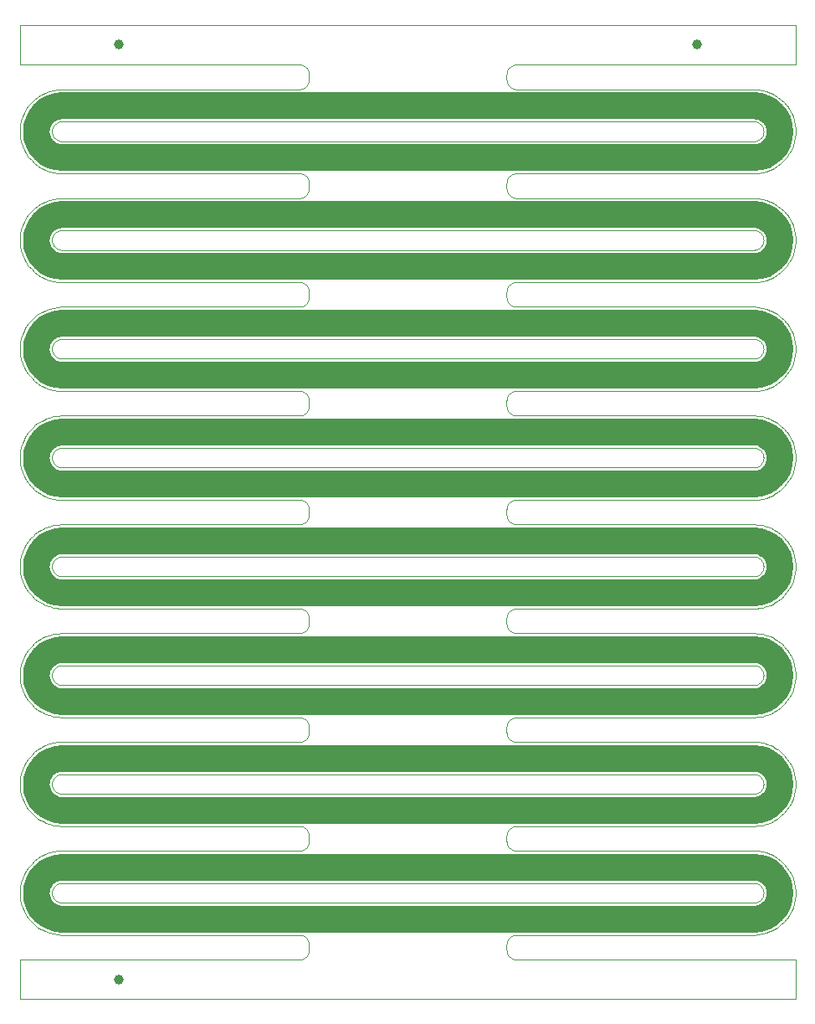
<source format=gbr>
G04 #@! TF.GenerationSoftware,KiCad,Pcbnew,5.1.5+dfsg1-2build2*
G04 #@! TF.CreationDate,2021-10-10T04:01:19+00:00*
G04 #@! TF.ProjectId,bobbin_top_3.5,626f6262-696e-45f7-946f-705f332e352e,rev?*
G04 #@! TF.SameCoordinates,Original*
G04 #@! TF.FileFunction,Copper,L1,Top*
G04 #@! TF.FilePolarity,Positive*
%FSLAX46Y46*%
G04 Gerber Fmt 4.6, Leading zero omitted, Abs format (unit mm)*
G04 Created by KiCad (PCBNEW 5.1.5+dfsg1-2build2) date 2021-10-10 04:01:19*
%MOMM*%
%LPD*%
G04 APERTURE LIST*
G04 #@! TA.AperFunction,Profile*
%ADD10C,0.100000*%
G04 #@! TD*
G04 #@! TA.AperFunction,BGAPad,CuDef*
%ADD11C,1.000000*%
G04 #@! TD*
G04 #@! TA.AperFunction,SMDPad,CuDef*
%ADD12R,10.000000X2.000000*%
G04 #@! TD*
G04 #@! TA.AperFunction,ViaPad*
%ADD13C,0.800000*%
G04 #@! TD*
G04 #@! TA.AperFunction,Conductor*
%ADD14C,0.254000*%
G04 #@! TD*
G04 APERTURE END LIST*
D10*
X124499900Y-121216000D02*
X124401200Y-121236200D01*
X124596400Y-121185700D02*
X124499900Y-121216000D01*
X124689300Y-121145900D02*
X124596400Y-121185700D01*
X124777600Y-121096800D02*
X124689300Y-121145900D01*
X124860800Y-121038900D02*
X124777600Y-121096800D01*
X124937500Y-120973100D02*
X124860800Y-121038900D01*
X125007100Y-120899800D02*
X124937500Y-120973100D01*
X125069000Y-120819900D02*
X125007100Y-120899800D01*
X125122400Y-120734100D02*
X125069000Y-120819900D01*
X125166900Y-120643400D02*
X125122400Y-120734100D01*
X125202000Y-120548600D02*
X125166900Y-120643400D01*
X125227300Y-120450800D02*
X125202000Y-120548600D01*
X125242600Y-120350800D02*
X125227300Y-120450800D01*
X125247700Y-120249900D02*
X125242600Y-120350800D01*
X125242600Y-120149200D02*
X125247700Y-120249900D01*
X125227300Y-120049300D02*
X125242600Y-120149200D01*
X125202000Y-119951500D02*
X125227300Y-120049300D01*
X125166900Y-119856700D02*
X125202000Y-119951500D01*
X125122400Y-119766000D02*
X125166900Y-119856700D01*
X125069000Y-119680200D02*
X125122400Y-119766000D01*
X125007100Y-119600300D02*
X125069000Y-119680200D01*
X124937300Y-119526800D02*
X125007100Y-119600300D01*
X124860600Y-119461000D02*
X124937300Y-119526800D01*
X124777600Y-119403300D02*
X124860600Y-119461000D01*
X124689300Y-119354200D02*
X124777600Y-119403300D01*
X124596600Y-119314500D02*
X124689300Y-119354200D01*
X124500200Y-119284200D02*
X124596600Y-119314500D01*
X124401200Y-119263900D02*
X124500200Y-119284200D01*
X124300700Y-119253600D02*
X124401200Y-119263900D01*
X124224800Y-119251000D02*
X124300700Y-119253600D01*
X54275500Y-119251000D02*
X124224800Y-119251000D01*
X54199100Y-119253600D02*
X54275500Y-119251000D01*
X54098800Y-119263900D02*
X54199100Y-119253600D01*
X53999800Y-119284200D02*
X54098800Y-119263900D01*
X53903400Y-119314500D02*
X53999800Y-119284200D01*
X53810500Y-119354400D02*
X53903400Y-119314500D01*
X53722100Y-119403400D02*
X53810500Y-119354400D01*
X53639200Y-119461200D02*
X53722100Y-119403400D01*
X53562500Y-119527000D02*
X53639200Y-119461200D01*
X53492900Y-119600300D02*
X53562500Y-119527000D01*
X53431000Y-119680200D02*
X53492900Y-119600300D01*
X53377600Y-119766000D02*
X53431000Y-119680200D01*
X53333100Y-119856700D02*
X53377600Y-119766000D01*
X53298100Y-119951200D02*
X53333100Y-119856700D01*
X53272700Y-120049100D02*
X53298100Y-119951200D01*
X53257400Y-120149000D02*
X53272700Y-120049100D01*
X53252300Y-120249900D02*
X53257400Y-120149000D01*
X53257400Y-120350800D02*
X53252300Y-120249900D01*
X53272700Y-120450800D02*
X53257400Y-120350800D01*
X53298000Y-120548600D02*
X53272700Y-120450800D01*
X53333100Y-120643400D02*
X53298000Y-120548600D01*
X53377600Y-120734100D02*
X53333100Y-120643400D01*
X53431000Y-120819900D02*
X53377600Y-120734100D01*
X53492900Y-120899800D02*
X53431000Y-120819900D01*
X53562500Y-120973100D02*
X53492900Y-120899800D01*
X53639200Y-121038900D02*
X53562500Y-120973100D01*
X53722100Y-121096700D02*
X53639200Y-121038900D01*
X53810500Y-121145700D02*
X53722100Y-121096700D01*
X53903400Y-121185600D02*
X53810500Y-121145700D01*
X53999800Y-121215900D02*
X53903400Y-121185600D01*
X54098800Y-121236200D02*
X53999800Y-121215900D01*
X54199300Y-121246500D02*
X54098800Y-121236200D01*
X54275200Y-121249000D02*
X54199300Y-121246500D01*
X124225000Y-121249000D02*
X54275200Y-121249000D01*
X124300400Y-121246500D02*
X124225000Y-121249000D01*
X124401200Y-121236200D02*
X124300400Y-121246500D01*
X124499900Y-110215900D02*
X124401100Y-110236200D01*
X124596400Y-110185700D02*
X124499900Y-110215900D01*
X124689300Y-110145900D02*
X124596400Y-110185700D01*
X124777600Y-110096800D02*
X124689300Y-110145900D01*
X124860800Y-110038900D02*
X124777600Y-110096800D01*
X124937500Y-109973100D02*
X124860800Y-110038900D01*
X125007100Y-109899800D02*
X124937500Y-109973100D01*
X125069000Y-109819900D02*
X125007100Y-109899800D01*
X125122400Y-109734100D02*
X125069000Y-109819900D01*
X125166900Y-109643400D02*
X125122400Y-109734100D01*
X125202000Y-109548600D02*
X125166900Y-109643400D01*
X125227300Y-109450700D02*
X125202000Y-109548600D01*
X125242600Y-109350800D02*
X125227300Y-109450700D01*
X125247700Y-109249900D02*
X125242600Y-109350800D01*
X125242600Y-109149200D02*
X125247700Y-109249900D01*
X125227300Y-109049300D02*
X125242600Y-109149200D01*
X125202000Y-108951500D02*
X125227300Y-109049300D01*
X125166900Y-108856700D02*
X125202000Y-108951500D01*
X125122400Y-108766000D02*
X125166900Y-108856700D01*
X125069000Y-108680200D02*
X125122400Y-108766000D01*
X125007100Y-108600300D02*
X125069000Y-108680200D01*
X124937300Y-108526800D02*
X125007100Y-108600300D01*
X124860600Y-108461000D02*
X124937300Y-108526800D01*
X124777600Y-108403300D02*
X124860600Y-108461000D01*
X124689300Y-108354200D02*
X124777600Y-108403300D01*
X124596600Y-108314500D02*
X124689300Y-108354200D01*
X124500200Y-108284200D02*
X124596600Y-108314500D01*
X124401200Y-108263900D02*
X124500200Y-108284200D01*
X124300700Y-108253600D02*
X124401200Y-108263900D01*
X124224800Y-108251000D02*
X124300700Y-108253600D01*
X54275400Y-108251000D02*
X124224800Y-108251000D01*
X54199100Y-108253600D02*
X54275400Y-108251000D01*
X54098800Y-108263900D02*
X54199100Y-108253600D01*
X53999800Y-108284200D02*
X54098800Y-108263900D01*
X53903400Y-108314500D02*
X53999800Y-108284200D01*
X53810500Y-108354300D02*
X53903400Y-108314500D01*
X53722100Y-108403400D02*
X53810500Y-108354300D01*
X53639200Y-108461200D02*
X53722100Y-108403400D01*
X53562500Y-108527000D02*
X53639200Y-108461200D01*
X53492900Y-108600300D02*
X53562500Y-108527000D01*
X53431000Y-108680200D02*
X53492900Y-108600300D01*
X53377600Y-108766000D02*
X53431000Y-108680200D01*
X53333100Y-108856700D02*
X53377600Y-108766000D01*
X53298100Y-108951200D02*
X53333100Y-108856700D01*
X53272700Y-109049100D02*
X53298100Y-108951200D01*
X53257400Y-109149000D02*
X53272700Y-109049100D01*
X53252300Y-109249900D02*
X53257400Y-109149000D01*
X53257400Y-109350800D02*
X53252300Y-109249900D01*
X53272700Y-109450700D02*
X53257400Y-109350800D01*
X53298000Y-109548600D02*
X53272700Y-109450700D01*
X53333100Y-109643400D02*
X53298000Y-109548600D01*
X53377600Y-109734100D02*
X53333100Y-109643400D01*
X53431000Y-109819900D02*
X53377600Y-109734100D01*
X53492900Y-109899800D02*
X53431000Y-109819900D01*
X53562500Y-109973100D02*
X53492900Y-109899800D01*
X53639200Y-110038900D02*
X53562500Y-109973100D01*
X53722100Y-110096700D02*
X53639200Y-110038900D01*
X53810500Y-110145700D02*
X53722100Y-110096700D01*
X53903400Y-110185600D02*
X53810500Y-110145700D01*
X53999800Y-110215900D02*
X53903400Y-110185600D01*
X54098800Y-110236200D02*
X53999800Y-110215900D01*
X54199300Y-110246500D02*
X54098800Y-110236200D01*
X54275200Y-110249000D02*
X54199300Y-110246500D01*
X124225000Y-110249000D02*
X54275200Y-110249000D01*
X124300500Y-110246500D02*
X124225000Y-110249000D01*
X124401100Y-110236200D02*
X124300500Y-110246500D01*
X124499900Y-99215900D02*
X124401100Y-99236200D01*
X124596400Y-99185700D02*
X124499900Y-99215900D01*
X124689300Y-99145800D02*
X124596400Y-99185700D01*
X124777600Y-99096800D02*
X124689300Y-99145800D01*
X124860800Y-99038900D02*
X124777600Y-99096800D01*
X124937500Y-98973100D02*
X124860800Y-99038900D01*
X125007100Y-98899800D02*
X124937500Y-98973100D01*
X125069000Y-98819900D02*
X125007100Y-98899800D01*
X125122400Y-98734100D02*
X125069000Y-98819900D01*
X125166900Y-98643400D02*
X125122400Y-98734100D01*
X125202000Y-98548600D02*
X125166900Y-98643400D01*
X125227300Y-98450700D02*
X125202000Y-98548600D01*
X125242600Y-98350800D02*
X125227300Y-98450700D01*
X125247700Y-98249900D02*
X125242600Y-98350800D01*
X125242600Y-98149200D02*
X125247700Y-98249900D01*
X125227300Y-98049300D02*
X125242600Y-98149200D01*
X125202000Y-97951500D02*
X125227300Y-98049300D01*
X125166900Y-97856700D02*
X125202000Y-97951500D01*
X125122400Y-97766000D02*
X125166900Y-97856700D01*
X125069000Y-97680200D02*
X125122400Y-97766000D01*
X125007100Y-97600300D02*
X125069000Y-97680200D01*
X124937300Y-97526800D02*
X125007100Y-97600300D01*
X124860600Y-97461000D02*
X124937300Y-97526800D01*
X124777600Y-97403300D02*
X124860600Y-97461000D01*
X124689300Y-97354200D02*
X124777600Y-97403300D01*
X124596600Y-97314500D02*
X124689300Y-97354200D01*
X124500200Y-97284200D02*
X124596600Y-97314500D01*
X124401200Y-97263800D02*
X124500200Y-97284200D01*
X124300700Y-97253600D02*
X124401200Y-97263800D01*
X124224800Y-97251000D02*
X124300700Y-97253600D01*
X54275400Y-97251000D02*
X124224800Y-97251000D01*
X54199200Y-97253600D02*
X54275400Y-97251000D01*
X54098800Y-97263800D02*
X54199200Y-97253600D01*
X53999800Y-97284200D02*
X54098800Y-97263800D01*
X53903400Y-97314500D02*
X53999800Y-97284200D01*
X53810500Y-97354300D02*
X53903400Y-97314500D01*
X53722100Y-97403400D02*
X53810500Y-97354300D01*
X53639200Y-97461100D02*
X53722100Y-97403400D01*
X53562500Y-97527000D02*
X53639200Y-97461100D01*
X53492900Y-97600300D02*
X53562500Y-97527000D01*
X53431000Y-97680200D02*
X53492900Y-97600300D01*
X53377600Y-97766000D02*
X53431000Y-97680200D01*
X53333100Y-97856700D02*
X53377600Y-97766000D01*
X53298100Y-97951200D02*
X53333100Y-97856700D01*
X53272700Y-98049100D02*
X53298100Y-97951200D01*
X53257400Y-98149000D02*
X53272700Y-98049100D01*
X53252300Y-98249900D02*
X53257400Y-98149000D01*
X53257400Y-98350800D02*
X53252300Y-98249900D01*
X53272700Y-98450700D02*
X53257400Y-98350800D01*
X53298000Y-98548600D02*
X53272700Y-98450700D01*
X53333100Y-98643400D02*
X53298000Y-98548600D01*
X53377600Y-98734100D02*
X53333100Y-98643400D01*
X53431000Y-98819900D02*
X53377600Y-98734100D01*
X53492900Y-98899800D02*
X53431000Y-98819900D01*
X53562500Y-98973100D02*
X53492900Y-98899800D01*
X53639200Y-99038900D02*
X53562500Y-98973100D01*
X53722100Y-99096700D02*
X53639200Y-99038900D01*
X53810500Y-99145700D02*
X53722100Y-99096700D01*
X53903400Y-99185600D02*
X53810500Y-99145700D01*
X53999800Y-99215900D02*
X53903400Y-99185600D01*
X54098800Y-99236200D02*
X53999800Y-99215900D01*
X54199300Y-99246500D02*
X54098800Y-99236200D01*
X54275200Y-99249000D02*
X54199300Y-99246500D01*
X124224900Y-99249000D02*
X54275200Y-99249000D01*
X124300500Y-99246500D02*
X124224900Y-99249000D01*
X124401100Y-99236200D02*
X124300500Y-99246500D01*
X124499900Y-88215900D02*
X124401100Y-88236200D01*
X124596400Y-88185700D02*
X124499900Y-88215900D01*
X124689300Y-88145800D02*
X124596400Y-88185700D01*
X124777600Y-88096800D02*
X124689300Y-88145800D01*
X124860800Y-88038900D02*
X124777600Y-88096800D01*
X124937500Y-87973100D02*
X124860800Y-88038900D01*
X125007100Y-87899800D02*
X124937500Y-87973100D01*
X125069000Y-87819900D02*
X125007100Y-87899800D01*
X125122400Y-87734100D02*
X125069000Y-87819900D01*
X125166900Y-87643400D02*
X125122400Y-87734100D01*
X125202000Y-87548600D02*
X125166900Y-87643400D01*
X125227300Y-87450700D02*
X125202000Y-87548600D01*
X125242600Y-87350800D02*
X125227300Y-87450700D01*
X125247700Y-87249900D02*
X125242600Y-87350800D01*
X125242600Y-87149200D02*
X125247700Y-87249900D01*
X125227300Y-87049300D02*
X125242600Y-87149200D01*
X125202000Y-86951500D02*
X125227300Y-87049300D01*
X125166900Y-86856700D02*
X125202000Y-86951500D01*
X125122400Y-86766000D02*
X125166900Y-86856700D01*
X125069000Y-86680200D02*
X125122400Y-86766000D01*
X125007100Y-86600200D02*
X125069000Y-86680200D01*
X124937300Y-86526800D02*
X125007100Y-86600200D01*
X124860600Y-86461000D02*
X124937300Y-86526800D01*
X124777600Y-86403200D02*
X124860600Y-86461000D01*
X124689300Y-86354200D02*
X124777600Y-86403200D01*
X124596600Y-86314500D02*
X124689300Y-86354200D01*
X124500200Y-86284200D02*
X124596600Y-86314500D01*
X124401200Y-86263800D02*
X124500200Y-86284200D01*
X124300700Y-86253600D02*
X124401200Y-86263800D01*
X124224800Y-86251000D02*
X124300700Y-86253600D01*
X54275400Y-86251000D02*
X124224800Y-86251000D01*
X54199200Y-86253600D02*
X54275400Y-86251000D01*
X54098800Y-86263800D02*
X54199200Y-86253600D01*
X53999800Y-86284200D02*
X54098800Y-86263800D01*
X53903400Y-86314500D02*
X53999800Y-86284200D01*
X53810500Y-86354300D02*
X53903400Y-86314500D01*
X53722100Y-86403400D02*
X53810500Y-86354300D01*
X53639200Y-86461100D02*
X53722100Y-86403400D01*
X53562500Y-86527000D02*
X53639200Y-86461100D01*
X53492900Y-86600200D02*
X53562500Y-86527000D01*
X53431000Y-86680200D02*
X53492900Y-86600200D01*
X53377600Y-86766000D02*
X53431000Y-86680200D01*
X53333100Y-86856700D02*
X53377600Y-86766000D01*
X53298100Y-86951200D02*
X53333100Y-86856700D01*
X53272700Y-87049100D02*
X53298100Y-86951200D01*
X53257400Y-87149000D02*
X53272700Y-87049100D01*
X53252300Y-87249900D02*
X53257400Y-87149000D01*
X53257400Y-87350800D02*
X53252300Y-87249900D01*
X53272700Y-87450700D02*
X53257400Y-87350800D01*
X53298000Y-87548600D02*
X53272700Y-87450700D01*
X53333100Y-87643400D02*
X53298000Y-87548600D01*
X53377600Y-87734100D02*
X53333100Y-87643400D01*
X53431000Y-87819900D02*
X53377600Y-87734100D01*
X53492900Y-87899800D02*
X53431000Y-87819900D01*
X53562500Y-87973100D02*
X53492900Y-87899800D01*
X53639200Y-88038900D02*
X53562500Y-87973100D01*
X53722100Y-88096700D02*
X53639200Y-88038900D01*
X53810500Y-88145700D02*
X53722100Y-88096700D01*
X53903400Y-88185600D02*
X53810500Y-88145700D01*
X53999800Y-88215900D02*
X53903400Y-88185600D01*
X54098800Y-88236200D02*
X53999800Y-88215900D01*
X54199300Y-88246500D02*
X54098800Y-88236200D01*
X54275200Y-88249000D02*
X54199300Y-88246500D01*
X124224900Y-88249000D02*
X54275200Y-88249000D01*
X124300500Y-88246400D02*
X124224900Y-88249000D01*
X124401100Y-88236200D02*
X124300500Y-88246400D01*
X124499900Y-77215900D02*
X124401000Y-77236200D01*
X124596400Y-77185700D02*
X124499900Y-77215900D01*
X124689300Y-77145800D02*
X124596400Y-77185700D01*
X124777600Y-77096800D02*
X124689300Y-77145800D01*
X124860800Y-77038900D02*
X124777600Y-77096800D01*
X124937500Y-76973100D02*
X124860800Y-77038900D01*
X125007100Y-76899800D02*
X124937500Y-76973100D01*
X125069000Y-76819900D02*
X125007100Y-76899800D01*
X125122400Y-76734100D02*
X125069000Y-76819900D01*
X125166900Y-76643300D02*
X125122400Y-76734100D01*
X125202000Y-76548600D02*
X125166900Y-76643300D01*
X125227300Y-76450700D02*
X125202000Y-76548600D01*
X125242600Y-76350800D02*
X125227300Y-76450700D01*
X125247700Y-76249900D02*
X125242600Y-76350800D01*
X125242600Y-76149200D02*
X125247700Y-76249900D01*
X125227300Y-76049300D02*
X125242600Y-76149200D01*
X125202000Y-75951500D02*
X125227300Y-76049300D01*
X125166900Y-75856700D02*
X125202000Y-75951500D01*
X125122400Y-75765900D02*
X125166900Y-75856700D01*
X125069000Y-75680200D02*
X125122400Y-75765900D01*
X125007100Y-75600200D02*
X125069000Y-75680200D01*
X124937300Y-75526800D02*
X125007100Y-75600200D01*
X124860600Y-75461000D02*
X124937300Y-75526800D01*
X124777600Y-75403200D02*
X124860600Y-75461000D01*
X124689300Y-75354200D02*
X124777600Y-75403200D01*
X124596600Y-75314500D02*
X124689300Y-75354200D01*
X124500200Y-75284200D02*
X124596600Y-75314500D01*
X124401200Y-75263800D02*
X124500200Y-75284200D01*
X124300700Y-75253600D02*
X124401200Y-75263800D01*
X124224800Y-75251000D02*
X124300700Y-75253600D01*
X54275300Y-75251000D02*
X124224800Y-75251000D01*
X54199200Y-75253600D02*
X54275300Y-75251000D01*
X54098800Y-75263800D02*
X54199200Y-75253600D01*
X53999800Y-75284200D02*
X54098800Y-75263800D01*
X53903400Y-75314500D02*
X53999800Y-75284200D01*
X53810500Y-75354300D02*
X53903400Y-75314500D01*
X53722100Y-75403400D02*
X53810500Y-75354300D01*
X53639200Y-75461100D02*
X53722100Y-75403400D01*
X53562500Y-75527000D02*
X53639200Y-75461100D01*
X53492900Y-75600200D02*
X53562500Y-75527000D01*
X53431000Y-75680200D02*
X53492900Y-75600200D01*
X53377600Y-75765900D02*
X53431000Y-75680200D01*
X53333100Y-75856700D02*
X53377600Y-75765900D01*
X53298100Y-75951200D02*
X53333100Y-75856700D01*
X53272700Y-76049000D02*
X53298100Y-75951200D01*
X53257400Y-76148900D02*
X53272700Y-76049000D01*
X53252300Y-76249900D02*
X53257400Y-76148900D01*
X53257400Y-76350800D02*
X53252300Y-76249900D01*
X53272700Y-76450700D02*
X53257400Y-76350800D01*
X53298000Y-76548600D02*
X53272700Y-76450700D01*
X53333100Y-76643300D02*
X53298000Y-76548600D01*
X53377600Y-76734100D02*
X53333100Y-76643300D01*
X53431000Y-76819900D02*
X53377600Y-76734100D01*
X53492900Y-76899800D02*
X53431000Y-76819900D01*
X53562500Y-76973100D02*
X53492900Y-76899800D01*
X53639200Y-77038900D02*
X53562500Y-76973100D01*
X53722100Y-77096700D02*
X53639200Y-77038900D01*
X53810500Y-77145700D02*
X53722100Y-77096700D01*
X53903400Y-77185600D02*
X53810500Y-77145700D01*
X53999800Y-77215800D02*
X53903400Y-77185600D01*
X54098800Y-77236200D02*
X53999800Y-77215800D01*
X54199300Y-77246400D02*
X54098800Y-77236200D01*
X54275200Y-77249000D02*
X54199300Y-77246400D01*
X124224800Y-77249000D02*
X54275200Y-77249000D01*
X124300600Y-77246400D02*
X124224800Y-77249000D01*
X124401000Y-77236200D02*
X124300600Y-77246400D01*
X124499900Y-66215900D02*
X124401000Y-66236200D01*
X124596400Y-66185700D02*
X124499900Y-66215900D01*
X124689300Y-66145800D02*
X124596400Y-66185700D01*
X124777600Y-66096800D02*
X124689300Y-66145800D01*
X124860600Y-66039100D02*
X124777600Y-66096800D01*
X124937300Y-65973200D02*
X124860600Y-66039100D01*
X125007100Y-65899800D02*
X124937300Y-65973200D01*
X125069000Y-65819900D02*
X125007100Y-65899800D01*
X125122300Y-65734300D02*
X125069000Y-65819900D01*
X125166800Y-65643600D02*
X125122300Y-65734300D01*
X125201900Y-65548800D02*
X125166800Y-65643600D01*
X125227300Y-65451000D02*
X125201900Y-65548800D01*
X125242600Y-65351100D02*
X125227300Y-65451000D01*
X125247700Y-65250100D02*
X125242600Y-65351100D01*
X125242600Y-65149200D02*
X125247700Y-65250100D01*
X125227300Y-65049300D02*
X125242600Y-65149200D01*
X125202000Y-64951500D02*
X125227300Y-65049300D01*
X125166900Y-64856700D02*
X125202000Y-64951500D01*
X125122400Y-64765900D02*
X125166900Y-64856700D01*
X125069000Y-64680200D02*
X125122400Y-64765900D01*
X125007100Y-64600200D02*
X125069000Y-64680200D01*
X124937300Y-64526800D02*
X125007100Y-64600200D01*
X124860600Y-64461000D02*
X124937300Y-64526800D01*
X124777900Y-64403400D02*
X124860600Y-64461000D01*
X124689500Y-64354300D02*
X124777900Y-64403400D01*
X124596600Y-64314400D02*
X124689500Y-64354300D01*
X124500200Y-64284200D02*
X124596600Y-64314400D01*
X124401200Y-64263800D02*
X124500200Y-64284200D01*
X124300700Y-64253600D02*
X124401200Y-64263800D01*
X124224800Y-64251000D02*
X124300700Y-64253600D01*
X54275300Y-64251000D02*
X124224800Y-64251000D01*
X54199300Y-64253600D02*
X54275300Y-64251000D01*
X54098800Y-64263800D02*
X54199300Y-64253600D01*
X53999800Y-64284200D02*
X54098800Y-64263800D01*
X53903400Y-64314400D02*
X53999800Y-64284200D01*
X53810500Y-64354300D02*
X53903400Y-64314400D01*
X53722100Y-64403400D02*
X53810500Y-64354300D01*
X53639200Y-64461100D02*
X53722100Y-64403400D01*
X53562500Y-64527000D02*
X53639200Y-64461100D01*
X53492900Y-64600200D02*
X53562500Y-64527000D01*
X53431000Y-64680200D02*
X53492900Y-64600200D01*
X53377600Y-64765900D02*
X53431000Y-64680200D01*
X53333100Y-64856700D02*
X53377600Y-64765900D01*
X53298000Y-64951500D02*
X53333100Y-64856700D01*
X53272700Y-65049000D02*
X53298000Y-64951500D01*
X53257400Y-65148900D02*
X53272700Y-65049000D01*
X53252300Y-65249900D02*
X53257400Y-65148900D01*
X53257400Y-65350800D02*
X53252300Y-65249900D01*
X53272700Y-65450700D02*
X53257400Y-65350800D01*
X53298000Y-65548600D02*
X53272700Y-65450700D01*
X53333100Y-65643300D02*
X53298000Y-65548600D01*
X53377600Y-65734100D02*
X53333100Y-65643300D01*
X53431000Y-65819900D02*
X53377600Y-65734100D01*
X53492900Y-65899800D02*
X53431000Y-65819900D01*
X53562500Y-65973100D02*
X53492900Y-65899800D01*
X53639200Y-66038900D02*
X53562500Y-65973100D01*
X53722100Y-66096600D02*
X53639200Y-66038900D01*
X53810500Y-66145700D02*
X53722100Y-66096600D01*
X53903400Y-66185600D02*
X53810500Y-66145700D01*
X53999800Y-66215800D02*
X53903400Y-66185600D01*
X54098800Y-66236200D02*
X53999800Y-66215800D01*
X54199300Y-66246400D02*
X54098800Y-66236200D01*
X54275200Y-66249000D02*
X54199300Y-66246400D01*
X124224800Y-66249000D02*
X54275200Y-66249000D01*
X124300600Y-66246400D02*
X124224800Y-66249000D01*
X124401000Y-66236200D02*
X124300600Y-66246400D01*
X124499900Y-55215900D02*
X124401000Y-55236200D01*
X124596400Y-55185700D02*
X124499900Y-55215900D01*
X124689300Y-55145800D02*
X124596400Y-55185700D01*
X124777600Y-55096800D02*
X124689300Y-55145800D01*
X124860600Y-55039100D02*
X124777600Y-55096800D01*
X124937300Y-54973200D02*
X124860600Y-55039100D01*
X125007100Y-54899800D02*
X124937300Y-54973200D01*
X125069000Y-54819900D02*
X125007100Y-54899800D01*
X125122300Y-54734300D02*
X125069000Y-54819900D01*
X125166800Y-54643600D02*
X125122300Y-54734300D01*
X125201900Y-54548800D02*
X125166800Y-54643600D01*
X125227300Y-54451000D02*
X125201900Y-54548800D01*
X125242600Y-54351100D02*
X125227300Y-54451000D01*
X125247700Y-54250100D02*
X125242600Y-54351100D01*
X125242600Y-54149200D02*
X125247700Y-54250100D01*
X125227300Y-54049300D02*
X125242600Y-54149200D01*
X125202000Y-53951500D02*
X125227300Y-54049300D01*
X125166900Y-53856700D02*
X125202000Y-53951500D01*
X125122400Y-53765900D02*
X125166900Y-53856700D01*
X125069000Y-53680200D02*
X125122400Y-53765900D01*
X125007100Y-53600200D02*
X125069000Y-53680200D01*
X124937300Y-53526800D02*
X125007100Y-53600200D01*
X124860600Y-53460900D02*
X124937300Y-53526800D01*
X124777900Y-53403400D02*
X124860600Y-53460900D01*
X124689500Y-53354300D02*
X124777900Y-53403400D01*
X124596600Y-53314400D02*
X124689500Y-53354300D01*
X124500200Y-53284200D02*
X124596600Y-53314400D01*
X124401200Y-53263800D02*
X124500200Y-53284200D01*
X124300700Y-53253600D02*
X124401200Y-53263800D01*
X124224800Y-53251000D02*
X124300700Y-53253600D01*
X54275200Y-53251000D02*
X124224800Y-53251000D01*
X54199300Y-53253600D02*
X54275200Y-53251000D01*
X54098800Y-53263800D02*
X54199300Y-53253600D01*
X53999800Y-53284200D02*
X54098800Y-53263800D01*
X53903400Y-53314400D02*
X53999800Y-53284200D01*
X53810500Y-53354300D02*
X53903400Y-53314400D01*
X53722100Y-53403400D02*
X53810500Y-53354300D01*
X53639200Y-53461100D02*
X53722100Y-53403400D01*
X53562500Y-53527000D02*
X53639200Y-53461100D01*
X53492900Y-53600200D02*
X53562500Y-53527000D01*
X53431000Y-53680200D02*
X53492900Y-53600200D01*
X53377600Y-53765900D02*
X53431000Y-53680200D01*
X53333100Y-53856700D02*
X53377600Y-53765900D01*
X53298000Y-53951500D02*
X53333100Y-53856700D01*
X53272700Y-54049000D02*
X53298000Y-53951500D01*
X53257400Y-54148900D02*
X53272700Y-54049000D01*
X53252300Y-54249900D02*
X53257400Y-54148900D01*
X53257400Y-54350800D02*
X53252300Y-54249900D01*
X53272700Y-54450700D02*
X53257400Y-54350800D01*
X53298000Y-54548500D02*
X53272700Y-54450700D01*
X53333100Y-54643300D02*
X53298000Y-54548500D01*
X53377600Y-54734100D02*
X53333100Y-54643300D01*
X53431000Y-54819900D02*
X53377600Y-54734100D01*
X53492900Y-54899800D02*
X53431000Y-54819900D01*
X53562500Y-54973000D02*
X53492900Y-54899800D01*
X53639200Y-55038900D02*
X53562500Y-54973000D01*
X53722100Y-55096600D02*
X53639200Y-55038900D01*
X53810500Y-55145700D02*
X53722100Y-55096600D01*
X53903400Y-55185600D02*
X53810500Y-55145700D01*
X53999800Y-55215800D02*
X53903400Y-55185600D01*
X54098800Y-55236200D02*
X53999800Y-55215800D01*
X54199300Y-55246400D02*
X54098800Y-55236200D01*
X54275200Y-55249000D02*
X54199300Y-55246400D01*
X124224800Y-55249000D02*
X54275200Y-55249000D01*
X124300700Y-55246400D02*
X124224800Y-55249000D01*
X124401000Y-55236200D02*
X124300700Y-55246400D01*
X124500200Y-132215900D02*
X124400700Y-132236300D01*
X124596600Y-132185600D02*
X124500200Y-132215900D01*
X124689500Y-132145800D02*
X124596600Y-132185600D01*
X124777900Y-132096700D02*
X124689500Y-132145800D01*
X124860800Y-132038900D02*
X124777900Y-132096700D01*
X124937500Y-131973100D02*
X124860800Y-132038900D01*
X125007100Y-131899800D02*
X124937500Y-131973100D01*
X125069000Y-131819900D02*
X125007100Y-131899800D01*
X125122400Y-131734100D02*
X125069000Y-131819900D01*
X125166900Y-131643400D02*
X125122400Y-131734100D01*
X125202000Y-131548600D02*
X125166900Y-131643400D01*
X125227300Y-131450800D02*
X125202000Y-131548600D01*
X125242600Y-131350900D02*
X125227300Y-131450800D01*
X125247700Y-131249900D02*
X125242600Y-131350900D01*
X125242600Y-131149300D02*
X125247700Y-131249900D01*
X125227300Y-131049400D02*
X125242600Y-131149300D01*
X125202000Y-130951500D02*
X125227300Y-131049400D01*
X125166900Y-130856700D02*
X125202000Y-130951500D01*
X125122400Y-130766000D02*
X125166900Y-130856700D01*
X125069000Y-130680200D02*
X125122400Y-130766000D01*
X125007100Y-130600300D02*
X125069000Y-130680200D01*
X124937300Y-130526800D02*
X125007100Y-130600300D01*
X124860600Y-130461000D02*
X124937300Y-130526800D01*
X124777600Y-130403300D02*
X124860600Y-130461000D01*
X124689300Y-130354200D02*
X124777600Y-130403300D01*
X124596600Y-130314500D02*
X124689300Y-130354200D01*
X124500200Y-130284200D02*
X124596600Y-130314500D01*
X124401200Y-130263900D02*
X124500200Y-130284200D01*
X124300700Y-130253600D02*
X124401200Y-130263900D01*
X124224800Y-130251100D02*
X124300700Y-130253600D01*
X54275000Y-130251100D02*
X124224800Y-130251100D01*
X54199500Y-130253600D02*
X54275000Y-130251100D01*
X54098800Y-130263900D02*
X54199500Y-130253600D01*
X53999800Y-130284200D02*
X54098800Y-130263900D01*
X53903400Y-130314500D02*
X53999800Y-130284200D01*
X53810500Y-130354400D02*
X53903400Y-130314500D01*
X53722100Y-130403400D02*
X53810500Y-130354400D01*
X53639200Y-130461200D02*
X53722100Y-130403400D01*
X53562500Y-130527000D02*
X53639200Y-130461200D01*
X53492900Y-130600300D02*
X53562500Y-130527000D01*
X53431000Y-130680200D02*
X53492900Y-130600300D01*
X53377600Y-130766000D02*
X53431000Y-130680200D01*
X53333100Y-130856700D02*
X53377600Y-130766000D01*
X53298100Y-130951200D02*
X53333100Y-130856700D01*
X53272700Y-131049100D02*
X53298100Y-130951200D01*
X53257400Y-131149000D02*
X53272700Y-131049100D01*
X53252300Y-131249900D02*
X53257400Y-131149000D01*
X53257400Y-131350900D02*
X53252300Y-131249900D01*
X53272700Y-131450800D02*
X53257400Y-131350900D01*
X53298000Y-131548600D02*
X53272700Y-131450800D01*
X53333100Y-131643400D02*
X53298000Y-131548600D01*
X53377600Y-131734100D02*
X53333100Y-131643400D01*
X53431000Y-131819900D02*
X53377600Y-131734100D01*
X53492900Y-131899800D02*
X53431000Y-131819900D01*
X53562500Y-131973100D02*
X53492900Y-131899800D01*
X53639200Y-132038900D02*
X53562500Y-131973100D01*
X53722100Y-132096700D02*
X53639200Y-132038900D01*
X53810500Y-132145800D02*
X53722100Y-132096700D01*
X53903400Y-132185600D02*
X53810500Y-132145800D01*
X53999800Y-132215900D02*
X53903400Y-132185600D01*
X54098800Y-132236200D02*
X53999800Y-132215900D01*
X54199300Y-132246500D02*
X54098800Y-132236200D01*
X54275200Y-132249100D02*
X54199300Y-132246500D01*
X124224500Y-132249100D02*
X54275200Y-132249100D01*
X124300900Y-132246500D02*
X124224500Y-132249100D01*
X124400700Y-132236300D02*
X124300900Y-132246500D01*
X128471000Y-43499000D02*
X50014600Y-43499700D01*
X128487300Y-43500000D02*
X128471000Y-43499000D01*
X128492900Y-43503700D02*
X128487300Y-43500000D01*
X128494800Y-43508200D02*
X128492900Y-43503700D01*
X128495500Y-43523500D02*
X128494800Y-43508200D01*
X128495500Y-47475500D02*
X128495500Y-43523500D01*
X128494300Y-47492700D02*
X128495500Y-47475500D01*
X128490800Y-47497400D02*
X128494300Y-47492700D01*
X128486300Y-47499200D02*
X128490800Y-47497400D01*
X100241200Y-47500000D02*
X128486300Y-47499200D01*
X100144000Y-47504800D02*
X100241200Y-47500000D01*
X100047900Y-47519000D02*
X100144000Y-47504800D01*
X99953600Y-47542600D02*
X100047900Y-47519000D01*
X99862200Y-47575400D02*
X99953600Y-47542600D01*
X99774300Y-47616900D02*
X99862200Y-47575400D01*
X99691000Y-47666900D02*
X99774300Y-47616900D01*
X99613000Y-47724700D02*
X99691000Y-47666900D01*
X99541000Y-47790000D02*
X99613000Y-47724700D01*
X99475700Y-47862000D02*
X99541000Y-47790000D01*
X99417900Y-47940000D02*
X99475700Y-47862000D01*
X99367900Y-48023300D02*
X99417900Y-47940000D01*
X99326400Y-48111100D02*
X99367900Y-48023300D01*
X99293600Y-48202600D02*
X99326400Y-48111100D01*
X99270000Y-48296900D02*
X99293600Y-48202600D01*
X99255800Y-48393000D02*
X99270000Y-48296900D01*
X99251000Y-48490200D02*
X99255800Y-48393000D01*
X99251000Y-49008800D02*
X99251000Y-48490200D01*
X99255800Y-49106000D02*
X99251000Y-49008800D01*
X99270000Y-49202100D02*
X99255800Y-49106000D01*
X99293600Y-49296400D02*
X99270000Y-49202100D01*
X99326400Y-49387900D02*
X99293600Y-49296400D01*
X99367900Y-49475700D02*
X99326400Y-49387900D01*
X99417900Y-49559000D02*
X99367900Y-49475700D01*
X99475700Y-49637000D02*
X99417900Y-49559000D01*
X99541000Y-49709000D02*
X99475700Y-49637000D01*
X99613000Y-49774300D02*
X99541000Y-49709000D01*
X99691000Y-49832100D02*
X99613000Y-49774300D01*
X99774300Y-49882100D02*
X99691000Y-49832100D01*
X99862200Y-49923600D02*
X99774300Y-49882100D01*
X99953600Y-49956400D02*
X99862200Y-49923600D01*
X100047900Y-49980000D02*
X99953600Y-49956400D01*
X100144000Y-49994200D02*
X100047900Y-49980000D01*
X100241200Y-49999000D02*
X100144000Y-49994200D01*
X124243700Y-49999000D02*
X100241200Y-49999000D01*
X124679800Y-50021100D02*
X124243700Y-49999000D01*
X125105400Y-50086300D02*
X124679800Y-50021100D01*
X125522300Y-50194200D02*
X125105400Y-50086300D01*
X125914500Y-50339100D02*
X125522300Y-50194200D01*
X125937800Y-50349100D02*
X125914500Y-50339100D01*
X126301600Y-50527500D02*
X125937800Y-50349100D01*
X126323800Y-50539900D02*
X126301600Y-50527500D01*
X126678500Y-50761400D02*
X126323800Y-50539900D01*
X127018600Y-51024600D02*
X126678500Y-50761400D01*
X127330700Y-51321300D02*
X127018600Y-51024600D01*
X127603300Y-51638300D02*
X127330700Y-51321300D01*
X127618900Y-51658400D02*
X127603300Y-51638300D01*
X127850300Y-51990900D02*
X127618900Y-51658400D01*
X127863800Y-52012500D02*
X127850300Y-51990900D01*
X128066400Y-52378300D02*
X127863800Y-52012500D01*
X128236000Y-52773500D02*
X128066400Y-52378300D01*
X128364900Y-53184300D02*
X128236000Y-52773500D01*
X128449400Y-53593800D02*
X128364900Y-53184300D01*
X128453300Y-53618900D02*
X128449400Y-53593800D01*
X128494300Y-54022000D02*
X128453300Y-53618900D01*
X128495500Y-54047400D02*
X128494300Y-54022000D01*
X128495200Y-54465600D02*
X128495500Y-54047400D01*
X128451700Y-54893400D02*
X128495200Y-54465600D01*
X128365000Y-55315200D02*
X128451700Y-54893400D01*
X128240200Y-55714200D02*
X128365000Y-55315200D01*
X128231400Y-55738100D02*
X128240200Y-55714200D01*
X128071600Y-56110400D02*
X128231400Y-55738100D01*
X128060400Y-56133200D02*
X128071600Y-56110400D01*
X127857200Y-56498700D02*
X128060400Y-56133200D01*
X127611200Y-56852100D02*
X127857200Y-56498700D01*
X127331000Y-57178400D02*
X127611200Y-56852100D01*
X127018900Y-57475100D02*
X127331000Y-57178400D01*
X126678500Y-57738700D02*
X127018900Y-57475100D01*
X126323800Y-57960100D02*
X126678500Y-57738700D01*
X126301600Y-57972500D02*
X126323800Y-57960100D01*
X125937900Y-58150900D02*
X126301600Y-57972500D01*
X125914500Y-58160900D02*
X125937900Y-58150900D01*
X125522200Y-58305800D02*
X125914500Y-58160900D01*
X125118100Y-58410800D02*
X125522200Y-58305800D01*
X125093400Y-58415900D02*
X125118100Y-58410800D01*
X124679800Y-58478900D02*
X125093400Y-58415900D01*
X124243700Y-58501000D02*
X124679800Y-58478900D01*
X100241200Y-58501000D02*
X124243700Y-58501000D01*
X100144000Y-58505800D02*
X100241200Y-58501000D01*
X100047900Y-58520000D02*
X100144000Y-58505800D01*
X99953600Y-58543600D02*
X100047900Y-58520000D01*
X99862200Y-58576400D02*
X99953600Y-58543600D01*
X99774300Y-58617900D02*
X99862200Y-58576400D01*
X99691000Y-58667900D02*
X99774300Y-58617900D01*
X99613000Y-58725700D02*
X99691000Y-58667900D01*
X99541000Y-58791000D02*
X99613000Y-58725700D01*
X99475700Y-58863000D02*
X99541000Y-58791000D01*
X99417900Y-58941000D02*
X99475700Y-58863000D01*
X99367900Y-59024300D02*
X99417900Y-58941000D01*
X99326400Y-59112100D02*
X99367900Y-59024300D01*
X99293600Y-59203600D02*
X99326400Y-59112100D01*
X99270000Y-59297900D02*
X99293600Y-59203600D01*
X99255800Y-59394000D02*
X99270000Y-59297900D01*
X99251000Y-59491200D02*
X99255800Y-59394000D01*
X99251000Y-60008800D02*
X99251000Y-59491200D01*
X99255800Y-60106000D02*
X99251000Y-60008800D01*
X99270000Y-60202100D02*
X99255800Y-60106000D01*
X99293600Y-60296400D02*
X99270000Y-60202100D01*
X99326400Y-60387900D02*
X99293600Y-60296400D01*
X99367900Y-60475700D02*
X99326400Y-60387900D01*
X99417900Y-60559000D02*
X99367900Y-60475700D01*
X99475700Y-60637000D02*
X99417900Y-60559000D01*
X99541000Y-60709000D02*
X99475700Y-60637000D01*
X99613000Y-60774300D02*
X99541000Y-60709000D01*
X99691000Y-60832200D02*
X99613000Y-60774300D01*
X99774300Y-60882100D02*
X99691000Y-60832200D01*
X99862200Y-60923600D02*
X99774300Y-60882100D01*
X99953600Y-60956400D02*
X99862200Y-60923600D01*
X100047900Y-60980000D02*
X99953600Y-60956400D01*
X100144000Y-60994200D02*
X100047900Y-60980000D01*
X100241200Y-60999000D02*
X100144000Y-60994200D01*
X124243700Y-60999000D02*
X100241200Y-60999000D01*
X124679800Y-61021100D02*
X124243700Y-60999000D01*
X125105400Y-61086300D02*
X124679800Y-61021100D01*
X125522300Y-61194200D02*
X125105400Y-61086300D01*
X125914500Y-61339100D02*
X125522300Y-61194200D01*
X125937800Y-61349100D02*
X125914500Y-61339100D01*
X126301600Y-61527500D02*
X125937800Y-61349100D01*
X126323800Y-61539900D02*
X126301600Y-61527500D01*
X126678500Y-61761400D02*
X126323800Y-61539900D01*
X127018600Y-62024600D02*
X126678500Y-61761400D01*
X127330700Y-62321300D02*
X127018600Y-62024600D01*
X127603300Y-62638300D02*
X127330700Y-62321300D01*
X127618900Y-62658400D02*
X127603300Y-62638300D01*
X127850300Y-62990900D02*
X127618900Y-62658400D01*
X127863800Y-63012500D02*
X127850300Y-62990900D01*
X128066400Y-63378300D02*
X127863800Y-63012500D01*
X128236000Y-63773500D02*
X128066400Y-63378300D01*
X128364900Y-64184300D02*
X128236000Y-63773500D01*
X128449400Y-64593800D02*
X128364900Y-64184300D01*
X128453300Y-64618900D02*
X128449400Y-64593800D01*
X128494300Y-65022000D02*
X128453300Y-64618900D01*
X128495500Y-65047400D02*
X128494300Y-65022000D01*
X128495200Y-65465600D02*
X128495500Y-65047400D01*
X128451700Y-65893500D02*
X128495200Y-65465600D01*
X128365000Y-66315200D02*
X128451700Y-65893500D01*
X128240200Y-66714200D02*
X128365000Y-66315200D01*
X128231400Y-66738100D02*
X128240200Y-66714200D01*
X128071600Y-67110400D02*
X128231400Y-66738100D01*
X128060400Y-67133200D02*
X128071600Y-67110400D01*
X127857200Y-67498700D02*
X128060400Y-67133200D01*
X127611200Y-67852100D02*
X127857200Y-67498700D01*
X127331000Y-68178400D02*
X127611200Y-67852100D01*
X127018900Y-68475100D02*
X127331000Y-68178400D01*
X126678500Y-68738700D02*
X127018900Y-68475100D01*
X126323800Y-68960100D02*
X126678500Y-68738700D01*
X126301600Y-68972500D02*
X126323800Y-68960100D01*
X125937900Y-69150900D02*
X126301600Y-68972500D01*
X125914500Y-69160900D02*
X125937900Y-69150900D01*
X125522200Y-69305800D02*
X125914500Y-69160900D01*
X125118100Y-69410800D02*
X125522200Y-69305800D01*
X125093400Y-69415900D02*
X125118100Y-69410800D01*
X124679800Y-69478900D02*
X125093400Y-69415900D01*
X124243700Y-69501000D02*
X124679800Y-69478900D01*
X100241200Y-69501000D02*
X124243700Y-69501000D01*
X100144000Y-69505800D02*
X100241200Y-69501000D01*
X100047900Y-69520000D02*
X100144000Y-69505800D01*
X99953600Y-69543600D02*
X100047900Y-69520000D01*
X99862200Y-69576400D02*
X99953600Y-69543600D01*
X99774300Y-69617900D02*
X99862200Y-69576400D01*
X99691000Y-69667900D02*
X99774300Y-69617900D01*
X99613000Y-69725700D02*
X99691000Y-69667900D01*
X99541000Y-69791000D02*
X99613000Y-69725700D01*
X99475700Y-69863000D02*
X99541000Y-69791000D01*
X99417900Y-69941000D02*
X99475700Y-69863000D01*
X99367900Y-70024300D02*
X99417900Y-69941000D01*
X99326400Y-70112200D02*
X99367900Y-70024300D01*
X99293600Y-70203600D02*
X99326400Y-70112200D01*
X99270000Y-70297900D02*
X99293600Y-70203600D01*
X99255800Y-70394000D02*
X99270000Y-70297900D01*
X99251000Y-70491200D02*
X99255800Y-70394000D01*
X99251000Y-71008800D02*
X99251000Y-70491200D01*
X99255800Y-71106000D02*
X99251000Y-71008800D01*
X99270000Y-71202100D02*
X99255800Y-71106000D01*
X99293600Y-71296400D02*
X99270000Y-71202100D01*
X99326400Y-71387900D02*
X99293600Y-71296400D01*
X99367900Y-71475700D02*
X99326400Y-71387900D01*
X99417900Y-71559000D02*
X99367900Y-71475700D01*
X99475700Y-71637100D02*
X99417900Y-71559000D01*
X99541000Y-71709000D02*
X99475700Y-71637100D01*
X99613000Y-71774300D02*
X99541000Y-71709000D01*
X99691000Y-71832200D02*
X99613000Y-71774300D01*
X99774300Y-71882100D02*
X99691000Y-71832200D01*
X99862200Y-71923600D02*
X99774300Y-71882100D01*
X99953600Y-71956400D02*
X99862200Y-71923600D01*
X100047900Y-71980000D02*
X99953600Y-71956400D01*
X100144000Y-71994200D02*
X100047900Y-71980000D01*
X100241200Y-71999000D02*
X100144000Y-71994200D01*
X124243700Y-71999000D02*
X100241200Y-71999000D01*
X124679800Y-72021100D02*
X124243700Y-71999000D01*
X125105400Y-72086300D02*
X124679800Y-72021100D01*
X125522300Y-72194200D02*
X125105400Y-72086300D01*
X125914500Y-72339100D02*
X125522300Y-72194200D01*
X125937800Y-72349100D02*
X125914500Y-72339100D01*
X126301600Y-72527600D02*
X125937800Y-72349100D01*
X126323800Y-72539900D02*
X126301600Y-72527600D01*
X126678500Y-72761400D02*
X126323800Y-72539900D01*
X127018600Y-73024600D02*
X126678500Y-72761400D01*
X127330700Y-73321300D02*
X127018600Y-73024600D01*
X127603300Y-73638300D02*
X127330700Y-73321300D01*
X127618900Y-73658400D02*
X127603300Y-73638300D01*
X127850300Y-73990900D02*
X127618900Y-73658400D01*
X127863800Y-74012500D02*
X127850300Y-73990900D01*
X128066400Y-74378300D02*
X127863800Y-74012500D01*
X128236000Y-74773500D02*
X128066400Y-74378300D01*
X128364900Y-75184400D02*
X128236000Y-74773500D01*
X128449400Y-75593800D02*
X128364900Y-75184400D01*
X128453300Y-75619000D02*
X128449400Y-75593800D01*
X128494300Y-76022000D02*
X128453300Y-75619000D01*
X128495500Y-76047400D02*
X128494300Y-76022000D01*
X128495200Y-76465600D02*
X128495500Y-76047400D01*
X128451700Y-76893500D02*
X128495200Y-76465600D01*
X128365000Y-77315200D02*
X128451700Y-76893500D01*
X128240200Y-77714300D02*
X128365000Y-77315200D01*
X128231400Y-77738100D02*
X128240200Y-77714300D01*
X128071600Y-78110400D02*
X128231400Y-77738100D01*
X128060400Y-78133300D02*
X128071600Y-78110400D01*
X127857200Y-78498700D02*
X128060400Y-78133300D01*
X127611200Y-78852100D02*
X127857200Y-78498700D01*
X127331000Y-79178400D02*
X127611200Y-78852100D01*
X127018900Y-79475100D02*
X127331000Y-79178400D01*
X126678500Y-79738700D02*
X127018900Y-79475100D01*
X126323800Y-79960100D02*
X126678500Y-79738700D01*
X126301600Y-79972500D02*
X126323800Y-79960100D01*
X125937900Y-80150900D02*
X126301600Y-79972500D01*
X125914500Y-80160900D02*
X125937900Y-80150900D01*
X125522200Y-80305800D02*
X125914500Y-80160900D01*
X125118100Y-80410800D02*
X125522200Y-80305800D01*
X125093400Y-80415900D02*
X125118100Y-80410800D01*
X124679800Y-80478900D02*
X125093400Y-80415900D01*
X124243700Y-80501000D02*
X124679800Y-80478900D01*
X100241200Y-80501000D02*
X124243700Y-80501000D01*
X100144000Y-80505800D02*
X100241200Y-80501000D01*
X100047900Y-80520000D02*
X100144000Y-80505800D01*
X99953600Y-80543600D02*
X100047900Y-80520000D01*
X99862200Y-80576400D02*
X99953600Y-80543600D01*
X99774300Y-80617900D02*
X99862200Y-80576400D01*
X99691000Y-80667900D02*
X99774300Y-80617900D01*
X99613000Y-80725700D02*
X99691000Y-80667900D01*
X99541000Y-80791000D02*
X99613000Y-80725700D01*
X99475700Y-80863000D02*
X99541000Y-80791000D01*
X99417900Y-80941000D02*
X99475700Y-80863000D01*
X99367900Y-81024300D02*
X99417900Y-80941000D01*
X99326400Y-81112200D02*
X99367900Y-81024300D01*
X99293600Y-81203600D02*
X99326400Y-81112200D01*
X99270000Y-81297900D02*
X99293600Y-81203600D01*
X99255800Y-81394000D02*
X99270000Y-81297900D01*
X99251000Y-81491300D02*
X99255800Y-81394000D01*
X99251000Y-82008800D02*
X99251000Y-81491300D01*
X99255800Y-82106100D02*
X99251000Y-82008800D01*
X99270000Y-82202200D02*
X99255800Y-82106100D01*
X99293600Y-82296400D02*
X99270000Y-82202200D01*
X99326400Y-82387900D02*
X99293600Y-82296400D01*
X99367900Y-82475700D02*
X99326400Y-82387900D01*
X99417900Y-82559000D02*
X99367900Y-82475700D01*
X99475700Y-82637100D02*
X99417900Y-82559000D01*
X99541000Y-82709000D02*
X99475700Y-82637100D01*
X99613000Y-82774300D02*
X99541000Y-82709000D01*
X99691000Y-82832200D02*
X99613000Y-82774300D01*
X99774300Y-82882100D02*
X99691000Y-82832200D01*
X99862200Y-82923600D02*
X99774300Y-82882100D01*
X99953600Y-82956400D02*
X99862200Y-82923600D01*
X100047900Y-82980000D02*
X99953600Y-82956400D01*
X100144000Y-82994200D02*
X100047900Y-82980000D01*
X100241200Y-82999000D02*
X100144000Y-82994200D01*
X124243700Y-82999000D02*
X100241200Y-82999000D01*
X124679800Y-83021100D02*
X124243700Y-82999000D01*
X125105900Y-83086400D02*
X124679800Y-83021100D01*
X125522300Y-83194200D02*
X125105900Y-83086400D01*
X125914500Y-83339100D02*
X125522300Y-83194200D01*
X125937800Y-83349100D02*
X125914500Y-83339100D01*
X126301600Y-83527600D02*
X125937800Y-83349100D01*
X126323800Y-83539900D02*
X126301600Y-83527600D01*
X126678500Y-83761400D02*
X126323800Y-83539900D01*
X127018600Y-84024600D02*
X126678500Y-83761400D01*
X127330700Y-84321300D02*
X127018600Y-84024600D01*
X127603300Y-84638300D02*
X127330700Y-84321300D01*
X127618900Y-84658400D02*
X127603300Y-84638300D01*
X127850300Y-84990900D02*
X127618900Y-84658400D01*
X127863800Y-85012500D02*
X127850300Y-84990900D01*
X128066400Y-85378300D02*
X127863800Y-85012500D01*
X128236000Y-85773500D02*
X128066400Y-85378300D01*
X128364900Y-86184400D02*
X128236000Y-85773500D01*
X128449400Y-86593800D02*
X128364900Y-86184400D01*
X128453300Y-86619000D02*
X128449400Y-86593800D01*
X128494300Y-87022000D02*
X128453300Y-86619000D01*
X128495500Y-87047400D02*
X128494300Y-87022000D01*
X128495200Y-87465600D02*
X128495500Y-87047400D01*
X128451700Y-87893500D02*
X128495200Y-87465600D01*
X128365000Y-88315200D02*
X128451700Y-87893500D01*
X128240200Y-88714300D02*
X128365000Y-88315200D01*
X128231400Y-88738100D02*
X128240200Y-88714300D01*
X128071600Y-89110400D02*
X128231400Y-88738100D01*
X128060400Y-89133300D02*
X128071600Y-89110400D01*
X127857200Y-89498700D02*
X128060400Y-89133300D01*
X127611200Y-89852100D02*
X127857200Y-89498700D01*
X127331000Y-90178400D02*
X127611200Y-89852100D01*
X127018900Y-90475100D02*
X127331000Y-90178400D01*
X126678500Y-90738700D02*
X127018900Y-90475100D01*
X126323800Y-90960100D02*
X126678500Y-90738700D01*
X126301600Y-90972500D02*
X126323800Y-90960100D01*
X125937900Y-91150900D02*
X126301600Y-90972500D01*
X125914500Y-91160900D02*
X125937900Y-91150900D01*
X125522200Y-91305800D02*
X125914500Y-91160900D01*
X125105400Y-91413700D02*
X125522200Y-91305800D01*
X124679800Y-91478900D02*
X125105400Y-91413700D01*
X124243700Y-91501000D02*
X124679800Y-91478900D01*
X100241200Y-91501000D02*
X124243700Y-91501000D01*
X100144000Y-91505800D02*
X100241200Y-91501000D01*
X100047900Y-91520000D02*
X100144000Y-91505800D01*
X99953600Y-91543600D02*
X100047900Y-91520000D01*
X99862200Y-91576400D02*
X99953600Y-91543600D01*
X99774300Y-91617900D02*
X99862200Y-91576400D01*
X99691000Y-91667900D02*
X99774300Y-91617900D01*
X99613000Y-91725700D02*
X99691000Y-91667900D01*
X99541000Y-91791000D02*
X99613000Y-91725700D01*
X99475700Y-91863000D02*
X99541000Y-91791000D01*
X99417900Y-91941000D02*
X99475700Y-91863000D01*
X99367900Y-92024300D02*
X99417900Y-91941000D01*
X99326400Y-92112200D02*
X99367900Y-92024300D01*
X99293600Y-92203600D02*
X99326400Y-92112200D01*
X99270000Y-92297900D02*
X99293600Y-92203600D01*
X99255800Y-92394000D02*
X99270000Y-92297900D01*
X99251000Y-92491300D02*
X99255800Y-92394000D01*
X99251000Y-93008800D02*
X99251000Y-92491300D01*
X99255800Y-93106100D02*
X99251000Y-93008800D01*
X99270000Y-93202200D02*
X99255800Y-93106100D01*
X99293600Y-93296400D02*
X99270000Y-93202200D01*
X99326400Y-93387900D02*
X99293600Y-93296400D01*
X99367900Y-93475700D02*
X99326400Y-93387900D01*
X99417900Y-93559000D02*
X99367900Y-93475700D01*
X99475700Y-93637100D02*
X99417900Y-93559000D01*
X99541000Y-93709000D02*
X99475700Y-93637100D01*
X99613000Y-93774300D02*
X99541000Y-93709000D01*
X99691000Y-93832200D02*
X99613000Y-93774300D01*
X99774300Y-93882100D02*
X99691000Y-93832200D01*
X99862200Y-93923700D02*
X99774300Y-93882100D01*
X99953600Y-93956400D02*
X99862200Y-93923700D01*
X100047900Y-93980000D02*
X99953600Y-93956400D01*
X100144000Y-93994200D02*
X100047900Y-93980000D01*
X100241200Y-93999000D02*
X100144000Y-93994200D01*
X124256400Y-93999400D02*
X100241200Y-93999000D01*
X124680300Y-94021200D02*
X124256400Y-93999400D01*
X125105900Y-94086400D02*
X124680300Y-94021200D01*
X125522800Y-94194400D02*
X125105900Y-94086400D01*
X125926500Y-94344000D02*
X125522800Y-94194400D01*
X126313100Y-94533600D02*
X125926500Y-94344000D01*
X126678500Y-94761400D02*
X126313100Y-94533600D01*
X127019000Y-95025000D02*
X126678500Y-94761400D01*
X127331100Y-95321700D02*
X127019000Y-95025000D01*
X127603300Y-95638300D02*
X127331100Y-95321700D01*
X127618900Y-95658400D02*
X127603300Y-95638300D01*
X127857200Y-96001400D02*
X127618900Y-95658400D01*
X128060400Y-96366800D02*
X127857200Y-96001400D01*
X128071600Y-96389600D02*
X128060400Y-96366800D01*
X128236000Y-96773500D02*
X128071600Y-96389600D01*
X128365100Y-97184900D02*
X128236000Y-96773500D01*
X128449400Y-97593800D02*
X128365100Y-97184900D01*
X128453300Y-97619000D02*
X128449400Y-97593800D01*
X128495200Y-98034500D02*
X128453300Y-97619000D01*
X128495500Y-98452600D02*
X128495200Y-98034500D01*
X128494300Y-98478000D02*
X128495500Y-98452600D01*
X128451700Y-98893500D02*
X128494300Y-98478000D01*
X128364900Y-99315700D02*
X128451700Y-98893500D01*
X128240200Y-99714300D02*
X128364900Y-99315700D01*
X128231400Y-99738100D02*
X128240200Y-99714300D01*
X128066400Y-100121800D02*
X128231400Y-99738100D01*
X127863800Y-100487500D02*
X128066400Y-100121800D01*
X127850300Y-100509100D02*
X127863800Y-100487500D01*
X127611500Y-100851700D02*
X127850300Y-100509100D01*
X127330700Y-101178800D02*
X127611500Y-100851700D01*
X127028200Y-101466700D02*
X127330700Y-101178800D01*
X127008900Y-101483300D02*
X127028200Y-101466700D01*
X126678500Y-101738700D02*
X127008900Y-101483300D01*
X126323800Y-101960100D02*
X126678500Y-101738700D01*
X126301600Y-101972500D02*
X126323800Y-101960100D01*
X125926500Y-102156100D02*
X126301600Y-101972500D01*
X125522200Y-102305900D02*
X125926500Y-102156100D01*
X125105900Y-102413700D02*
X125522200Y-102305900D01*
X124692700Y-102477300D02*
X125105900Y-102413700D01*
X124667400Y-102479900D02*
X124692700Y-102477300D01*
X124243800Y-102501000D02*
X124667400Y-102479900D01*
X100241200Y-102501000D02*
X124243800Y-102501000D01*
X100144000Y-102505800D02*
X100241200Y-102501000D01*
X100047900Y-102520000D02*
X100144000Y-102505800D01*
X99953600Y-102543700D02*
X100047900Y-102520000D01*
X99862200Y-102576400D02*
X99953600Y-102543700D01*
X99774300Y-102617900D02*
X99862200Y-102576400D01*
X99691000Y-102667900D02*
X99774300Y-102617900D01*
X99613000Y-102725700D02*
X99691000Y-102667900D01*
X99541000Y-102791000D02*
X99613000Y-102725700D01*
X99475700Y-102863000D02*
X99541000Y-102791000D01*
X99417900Y-102941000D02*
X99475700Y-102863000D01*
X99367900Y-103024300D02*
X99417900Y-102941000D01*
X99326400Y-103112200D02*
X99367900Y-103024300D01*
X99293600Y-103203600D02*
X99326400Y-103112200D01*
X99270000Y-103297900D02*
X99293600Y-103203600D01*
X99255800Y-103394000D02*
X99270000Y-103297900D01*
X99251000Y-103491300D02*
X99255800Y-103394000D01*
X99251000Y-104008800D02*
X99251000Y-103491300D01*
X99255800Y-104106100D02*
X99251000Y-104008800D01*
X99270000Y-104202200D02*
X99255800Y-104106100D01*
X99293600Y-104296400D02*
X99270000Y-104202200D01*
X99326400Y-104387900D02*
X99293600Y-104296400D01*
X99367900Y-104475700D02*
X99326400Y-104387900D01*
X99417900Y-104559000D02*
X99367900Y-104475700D01*
X99475700Y-104637100D02*
X99417900Y-104559000D01*
X99541000Y-104709100D02*
X99475700Y-104637100D01*
X99613000Y-104774300D02*
X99541000Y-104709100D01*
X99691000Y-104832200D02*
X99613000Y-104774300D01*
X99774300Y-104882100D02*
X99691000Y-104832200D01*
X99862200Y-104923700D02*
X99774300Y-104882100D01*
X99953600Y-104956400D02*
X99862200Y-104923700D01*
X100047900Y-104980000D02*
X99953600Y-104956400D01*
X100144000Y-104994200D02*
X100047900Y-104980000D01*
X100241200Y-104999000D02*
X100144000Y-104994200D01*
X124243800Y-104999000D02*
X100241200Y-104999000D01*
X124667300Y-105020200D02*
X124243800Y-104999000D01*
X124692600Y-105022800D02*
X124667300Y-105020200D01*
X125105900Y-105086400D02*
X124692600Y-105022800D01*
X125522800Y-105194400D02*
X125105900Y-105086400D01*
X125926100Y-105343800D02*
X125522800Y-105194400D01*
X126301600Y-105527600D02*
X125926100Y-105343800D01*
X126323800Y-105539900D02*
X126301600Y-105527600D01*
X126678100Y-105761100D02*
X126323800Y-105539900D01*
X127008900Y-106016800D02*
X126678100Y-105761100D01*
X127028200Y-106033300D02*
X127008900Y-106016800D01*
X127330700Y-106321300D02*
X127028200Y-106033300D01*
X127603300Y-106638300D02*
X127330700Y-106321300D01*
X127618900Y-106658400D02*
X127603300Y-106638300D01*
X127857200Y-107001400D02*
X127618900Y-106658400D01*
X128060400Y-107366800D02*
X127857200Y-107001400D01*
X128071600Y-107389600D02*
X128060400Y-107366800D01*
X128236000Y-107773500D02*
X128071600Y-107389600D01*
X128361500Y-108172400D02*
X128236000Y-107773500D01*
X128367900Y-108197000D02*
X128361500Y-108172400D01*
X128451600Y-108606100D02*
X128367900Y-108197000D01*
X128494300Y-109022100D02*
X128451600Y-108606100D01*
X128495500Y-109047500D02*
X128494300Y-109022100D01*
X128495200Y-109465100D02*
X128495500Y-109047500D01*
X128453300Y-109881100D02*
X128495200Y-109465100D01*
X128449400Y-109906200D02*
X128453300Y-109881100D01*
X128365000Y-110315300D02*
X128449400Y-109906200D01*
X128240200Y-110714300D02*
X128365000Y-110315300D01*
X128231400Y-110738100D02*
X128240200Y-110714300D01*
X128066400Y-111121800D02*
X128231400Y-110738100D01*
X127863800Y-111487500D02*
X128066400Y-111121800D01*
X127850300Y-111509100D02*
X127863800Y-111487500D01*
X127611200Y-111852100D02*
X127850300Y-111509100D01*
X127331000Y-112178500D02*
X127611200Y-111852100D01*
X127028200Y-112466700D02*
X127331000Y-112178500D01*
X127008900Y-112483300D02*
X127028200Y-112466700D01*
X126678500Y-112738700D02*
X127008900Y-112483300D01*
X126323800Y-112960100D02*
X126678500Y-112738700D01*
X126301600Y-112972500D02*
X126323800Y-112960100D01*
X125926000Y-113156300D02*
X126301600Y-112972500D01*
X125522700Y-113305700D02*
X125926000Y-113156300D01*
X125118100Y-113410800D02*
X125522700Y-113305700D01*
X125093100Y-113416000D02*
X125118100Y-113410800D01*
X124679800Y-113478900D02*
X125093100Y-113416000D01*
X124250100Y-113500900D02*
X124679800Y-113478900D01*
X100241200Y-113501000D02*
X124250100Y-113500900D01*
X100144000Y-113505800D02*
X100241200Y-113501000D01*
X100047900Y-113520000D02*
X100144000Y-113505800D01*
X99953600Y-113543700D02*
X100047900Y-113520000D01*
X99862200Y-113576400D02*
X99953600Y-113543700D01*
X99774300Y-113617900D02*
X99862200Y-113576400D01*
X99691000Y-113667900D02*
X99774300Y-113617900D01*
X99613000Y-113725700D02*
X99691000Y-113667900D01*
X99541000Y-113791000D02*
X99613000Y-113725700D01*
X99475700Y-113863000D02*
X99541000Y-113791000D01*
X99417900Y-113941000D02*
X99475700Y-113863000D01*
X99367900Y-114024300D02*
X99417900Y-113941000D01*
X99326400Y-114112200D02*
X99367900Y-114024300D01*
X99293600Y-114203600D02*
X99326400Y-114112200D01*
X99270000Y-114297900D02*
X99293600Y-114203600D01*
X99255800Y-114394000D02*
X99270000Y-114297900D01*
X99251000Y-114491300D02*
X99255800Y-114394000D01*
X99251000Y-115008800D02*
X99251000Y-114491300D01*
X99255800Y-115106100D02*
X99251000Y-115008800D01*
X99270000Y-115202200D02*
X99255800Y-115106100D01*
X99293600Y-115296400D02*
X99270000Y-115202200D01*
X99326400Y-115387900D02*
X99293600Y-115296400D01*
X99367900Y-115475700D02*
X99326400Y-115387900D01*
X99417900Y-115559000D02*
X99367900Y-115475700D01*
X99475700Y-115637100D02*
X99417900Y-115559000D01*
X99541000Y-115709100D02*
X99475700Y-115637100D01*
X99613000Y-115774300D02*
X99541000Y-115709100D01*
X99691000Y-115832200D02*
X99613000Y-115774300D01*
X99774300Y-115882100D02*
X99691000Y-115832200D01*
X99862200Y-115923700D02*
X99774300Y-115882100D01*
X99953600Y-115956400D02*
X99862200Y-115923700D01*
X100047900Y-115980000D02*
X99953600Y-115956400D01*
X100144000Y-115994300D02*
X100047900Y-115980000D01*
X100241200Y-115999000D02*
X100144000Y-115994300D01*
X124243800Y-115999000D02*
X100241200Y-115999000D01*
X124667300Y-116020200D02*
X124243800Y-115999000D01*
X124692600Y-116022800D02*
X124667300Y-116020200D01*
X125105400Y-116086300D02*
X124692600Y-116022800D01*
X125510500Y-116190900D02*
X125105400Y-116086300D01*
X125534500Y-116198400D02*
X125510500Y-116190900D01*
X125926500Y-116344000D02*
X125534500Y-116198400D01*
X126301600Y-116527600D02*
X125926500Y-116344000D01*
X126323800Y-116539900D02*
X126301600Y-116527600D01*
X126667600Y-116754200D02*
X126323800Y-116539900D01*
X126688500Y-116768800D02*
X126667600Y-116754200D01*
X127018600Y-117024700D02*
X126688500Y-116768800D01*
X127321900Y-117312500D02*
X127018600Y-117024700D01*
X127339400Y-117330900D02*
X127321900Y-117312500D01*
X127611200Y-117648000D02*
X127339400Y-117330900D01*
X127857200Y-118001400D02*
X127611200Y-117648000D01*
X128066400Y-118378300D02*
X127857200Y-118001400D01*
X128231400Y-118761900D02*
X128066400Y-118378300D01*
X128240200Y-118785800D02*
X128231400Y-118761900D01*
X128361500Y-119172400D02*
X128240200Y-118785800D01*
X128367900Y-119197000D02*
X128361500Y-119172400D01*
X128451600Y-119606200D02*
X128367900Y-119197000D01*
X128494300Y-120022100D02*
X128451600Y-119606200D01*
X128495500Y-120047500D02*
X128494300Y-120022100D01*
X128495200Y-120465100D02*
X128495500Y-120047500D01*
X128451600Y-120894000D02*
X128495200Y-120465100D01*
X128367900Y-121303100D02*
X128451600Y-120894000D01*
X128361500Y-121327700D02*
X128367900Y-121303100D01*
X128236200Y-121726100D02*
X128361500Y-121327700D01*
X128071600Y-122110500D02*
X128236200Y-121726100D01*
X128060400Y-122133300D02*
X128071600Y-122110500D01*
X127857400Y-122498300D02*
X128060400Y-122133300D01*
X127611500Y-122851700D02*
X127857400Y-122498300D01*
X127331000Y-123178500D02*
X127611500Y-122851700D01*
X127018900Y-123475100D02*
X127331000Y-123178500D01*
X126678500Y-123738700D02*
X127018900Y-123475100D01*
X126312600Y-123966700D02*
X126678500Y-123738700D01*
X125926000Y-124156300D02*
X126312600Y-123966700D01*
X125522200Y-124305900D02*
X125926000Y-124156300D01*
X125105400Y-124413800D02*
X125522200Y-124305900D01*
X124692700Y-124477300D02*
X125105400Y-124413800D01*
X124667400Y-124479900D02*
X124692700Y-124477300D01*
X124243700Y-124501000D02*
X124667400Y-124479900D01*
X100241200Y-124501000D02*
X124243700Y-124501000D01*
X100144000Y-124505800D02*
X100241200Y-124501000D01*
X100047900Y-124520100D02*
X100144000Y-124505800D01*
X99953600Y-124543700D02*
X100047900Y-124520100D01*
X99862200Y-124576400D02*
X99953600Y-124543700D01*
X99774300Y-124617900D02*
X99862200Y-124576400D01*
X99691000Y-124667900D02*
X99774300Y-124617900D01*
X99613000Y-124725700D02*
X99691000Y-124667900D01*
X99541000Y-124791000D02*
X99613000Y-124725700D01*
X99475700Y-124863000D02*
X99541000Y-124791000D01*
X99417900Y-124941000D02*
X99475700Y-124863000D01*
X99367900Y-125024300D02*
X99417900Y-124941000D01*
X99326400Y-125112200D02*
X99367900Y-125024300D01*
X99293600Y-125203600D02*
X99326400Y-125112200D01*
X99270000Y-125297900D02*
X99293600Y-125203600D01*
X99255800Y-125394000D02*
X99270000Y-125297900D01*
X99251000Y-125491300D02*
X99255800Y-125394000D01*
X99251000Y-126008800D02*
X99251000Y-125491300D01*
X99255800Y-126106100D02*
X99251000Y-126008800D01*
X99270000Y-126202200D02*
X99255800Y-126106100D01*
X99293600Y-126296500D02*
X99270000Y-126202200D01*
X99326400Y-126387900D02*
X99293600Y-126296500D01*
X99367900Y-126475700D02*
X99326400Y-126387900D01*
X99417900Y-126559100D02*
X99367900Y-126475700D01*
X99475700Y-126637100D02*
X99417900Y-126559100D01*
X99541000Y-126709100D02*
X99475700Y-126637100D01*
X99613000Y-126774300D02*
X99541000Y-126709100D01*
X99691000Y-126832200D02*
X99613000Y-126774300D01*
X99774300Y-126882200D02*
X99691000Y-126832200D01*
X99862200Y-126923700D02*
X99774300Y-126882200D01*
X99953600Y-126956400D02*
X99862200Y-126923700D01*
X100047900Y-126980000D02*
X99953600Y-126956400D01*
X100144000Y-126994300D02*
X100047900Y-126980000D01*
X100241300Y-126999100D02*
X100144000Y-126994300D01*
X124243700Y-126999100D02*
X100241300Y-126999100D01*
X124679800Y-127021200D02*
X124243700Y-126999100D01*
X125093400Y-127084200D02*
X124679800Y-127021200D01*
X125118000Y-127089300D02*
X125093400Y-127084200D01*
X125522300Y-127194300D02*
X125118000Y-127089300D01*
X125914500Y-127339100D02*
X125522300Y-127194300D01*
X125937800Y-127349200D02*
X125914500Y-127339100D01*
X126301600Y-127527600D02*
X125937800Y-127349200D01*
X126323800Y-127539900D02*
X126301600Y-127527600D01*
X126678500Y-127761400D02*
X126323800Y-127539900D01*
X127019000Y-128025000D02*
X126678500Y-127761400D01*
X127330700Y-128321300D02*
X127019000Y-128025000D01*
X127611200Y-128648000D02*
X127330700Y-128321300D01*
X127857200Y-129001400D02*
X127611200Y-128648000D01*
X128060400Y-129366800D02*
X127857200Y-129001400D01*
X128071600Y-129389600D02*
X128060400Y-129366800D01*
X128231400Y-129762000D02*
X128071600Y-129389600D01*
X128240200Y-129785800D02*
X128231400Y-129762000D01*
X128365100Y-130184900D02*
X128240200Y-129785800D01*
X128451600Y-130606200D02*
X128365100Y-130184900D01*
X128495200Y-131034500D02*
X128451600Y-130606200D01*
X128495500Y-131452600D02*
X128495200Y-131034500D01*
X128494300Y-131478000D02*
X128495500Y-131452600D01*
X128453300Y-131881100D02*
X128494300Y-131478000D01*
X128449400Y-131906200D02*
X128453300Y-131881100D01*
X128364900Y-132315800D02*
X128449400Y-131906200D01*
X128236200Y-132726100D02*
X128364900Y-132315800D01*
X128066400Y-133121800D02*
X128236200Y-132726100D01*
X127863800Y-133487500D02*
X128066400Y-133121800D01*
X127850300Y-133509100D02*
X127863800Y-133487500D01*
X127618900Y-133841700D02*
X127850300Y-133509100D01*
X127603300Y-133861800D02*
X127618900Y-133841700D01*
X127330700Y-134178800D02*
X127603300Y-133861800D01*
X127018900Y-134475100D02*
X127330700Y-134178800D01*
X126678500Y-134738700D02*
X127018900Y-134475100D01*
X126323800Y-134960200D02*
X126678500Y-134738700D01*
X126301600Y-134972500D02*
X126323800Y-134960200D01*
X125937900Y-135150900D02*
X126301600Y-134972500D01*
X125914500Y-135161000D02*
X125937900Y-135150900D01*
X125522200Y-135305900D02*
X125914500Y-135161000D01*
X125105400Y-135413800D02*
X125522200Y-135305900D01*
X124679800Y-135479000D02*
X125105400Y-135413800D01*
X124243700Y-135501100D02*
X124679800Y-135479000D01*
X100241300Y-135501100D02*
X124243700Y-135501100D01*
X100144000Y-135505900D02*
X100241300Y-135501100D01*
X100047900Y-135520100D02*
X100144000Y-135505900D01*
X99953600Y-135543700D02*
X100047900Y-135520100D01*
X99862200Y-135576500D02*
X99953600Y-135543700D01*
X99774300Y-135618000D02*
X99862200Y-135576500D01*
X99691000Y-135667900D02*
X99774300Y-135618000D01*
X99613000Y-135725800D02*
X99691000Y-135667900D01*
X99541000Y-135791100D02*
X99613000Y-135725800D01*
X99475700Y-135863000D02*
X99541000Y-135791100D01*
X99417900Y-135941100D02*
X99475700Y-135863000D01*
X99367900Y-136024400D02*
X99417900Y-135941100D01*
X99326400Y-136112200D02*
X99367900Y-136024400D01*
X99293600Y-136203700D02*
X99326400Y-136112200D01*
X99270000Y-136297900D02*
X99293600Y-136203700D01*
X99255800Y-136394000D02*
X99270000Y-136297900D01*
X99251000Y-136491300D02*
X99255800Y-136394000D01*
X99251000Y-137009800D02*
X99251000Y-136491300D01*
X99255800Y-137107100D02*
X99251000Y-137009800D01*
X99270000Y-137203200D02*
X99255800Y-137107100D01*
X99293600Y-137297400D02*
X99270000Y-137203200D01*
X99326400Y-137388900D02*
X99293600Y-137297400D01*
X99367900Y-137476700D02*
X99326400Y-137388900D01*
X99417900Y-137560100D02*
X99367900Y-137476700D01*
X99475700Y-137638100D02*
X99417900Y-137560100D01*
X99541000Y-137710100D02*
X99475700Y-137638100D01*
X99613000Y-137775300D02*
X99541000Y-137710100D01*
X99691000Y-137833200D02*
X99613000Y-137775300D01*
X99774300Y-137883200D02*
X99691000Y-137833200D01*
X99862200Y-137924700D02*
X99774300Y-137883200D01*
X99953600Y-137957400D02*
X99862200Y-137924700D01*
X100047900Y-137981000D02*
X99953600Y-137957400D01*
X100144000Y-137995300D02*
X100047900Y-137981000D01*
X100241200Y-138000100D02*
X100144000Y-137995300D01*
X128486300Y-138000900D02*
X100241200Y-138000100D01*
X128490800Y-138002700D02*
X128486300Y-138000900D01*
X128494300Y-138007400D02*
X128490800Y-138002700D01*
X128495500Y-138024600D02*
X128494300Y-138007400D01*
X128495500Y-141976500D02*
X128495500Y-138024600D01*
X128494600Y-141992800D02*
X128495500Y-141976500D01*
X128490800Y-141998400D02*
X128494600Y-141992800D01*
X128486300Y-142000300D02*
X128490800Y-141998400D01*
X128471000Y-142001100D02*
X128486300Y-142000300D01*
X50029000Y-142001100D02*
X128471000Y-142001100D01*
X50012700Y-142000100D02*
X50029000Y-142001100D01*
X50007100Y-141996300D02*
X50012700Y-142000100D01*
X50005200Y-141991900D02*
X50007100Y-141996300D01*
X50004500Y-141976500D02*
X50005200Y-141991900D01*
X50004500Y-138024600D02*
X50004500Y-141976500D01*
X50005700Y-138007400D02*
X50004500Y-138024600D01*
X50008400Y-138003300D02*
X50005700Y-138007400D01*
X50013700Y-138000900D02*
X50008400Y-138003300D01*
X78258800Y-138000100D02*
X50013700Y-138000900D01*
X78356000Y-137995300D02*
X78258800Y-138000100D01*
X78452100Y-137981000D02*
X78356000Y-137995300D01*
X78546400Y-137957400D02*
X78452100Y-137981000D01*
X78637900Y-137924700D02*
X78546400Y-137957400D01*
X78725700Y-137883200D02*
X78637900Y-137924700D01*
X78809000Y-137833200D02*
X78725700Y-137883200D01*
X78887000Y-137775300D02*
X78809000Y-137833200D01*
X78959000Y-137710100D02*
X78887000Y-137775300D01*
X79024300Y-137638100D02*
X78959000Y-137710100D01*
X79082100Y-137560100D02*
X79024300Y-137638100D01*
X79132100Y-137476700D02*
X79082100Y-137560100D01*
X79173600Y-137388900D02*
X79132100Y-137476700D01*
X79206400Y-137297400D02*
X79173600Y-137388900D01*
X79230000Y-137203200D02*
X79206400Y-137297400D01*
X79244200Y-137107100D02*
X79230000Y-137203200D01*
X79249000Y-137009800D02*
X79244200Y-137107100D01*
X79249000Y-136491300D02*
X79249000Y-137009800D01*
X79244200Y-136394000D02*
X79249000Y-136491300D01*
X79230000Y-136297900D02*
X79244200Y-136394000D01*
X79206400Y-136203700D02*
X79230000Y-136297900D01*
X79173600Y-136112200D02*
X79206400Y-136203700D01*
X79132100Y-136024400D02*
X79173600Y-136112200D01*
X79082100Y-135941100D02*
X79132100Y-136024400D01*
X79024300Y-135863000D02*
X79082100Y-135941100D01*
X78959000Y-135791000D02*
X79024300Y-135863000D01*
X78887000Y-135725800D02*
X78959000Y-135791000D01*
X78809000Y-135667900D02*
X78887000Y-135725800D01*
X78725700Y-135618000D02*
X78809000Y-135667900D01*
X78637900Y-135576400D02*
X78725700Y-135618000D01*
X78546400Y-135543700D02*
X78637900Y-135576400D01*
X78452100Y-135520100D02*
X78546400Y-135543700D01*
X78356000Y-135505900D02*
X78452100Y-135520100D01*
X78258800Y-135501100D02*
X78356000Y-135505900D01*
X54256300Y-135501100D02*
X78258800Y-135501100D01*
X53820200Y-135478900D02*
X54256300Y-135501100D01*
X53394600Y-135413800D02*
X53820200Y-135478900D01*
X52977700Y-135305900D02*
X53394600Y-135413800D01*
X52585500Y-135161000D02*
X52977700Y-135305900D01*
X52562200Y-135150900D02*
X52585500Y-135161000D01*
X52198400Y-134972500D02*
X52562200Y-135150900D01*
X52176200Y-134960200D02*
X52198400Y-134972500D01*
X51821500Y-134738700D02*
X52176200Y-134960200D01*
X51481400Y-134475400D02*
X51821500Y-134738700D01*
X51169300Y-134178800D02*
X51481400Y-134475400D01*
X50896700Y-133861800D02*
X51169300Y-134178800D01*
X50881100Y-133841700D02*
X50896700Y-133861800D01*
X50649700Y-133509100D02*
X50881100Y-133841700D01*
X50636200Y-133487600D02*
X50649700Y-133509100D01*
X50433600Y-133121800D02*
X50636200Y-133487600D01*
X50264000Y-132726600D02*
X50433600Y-133121800D01*
X50135100Y-132315700D02*
X50264000Y-132726600D01*
X50050600Y-131906300D02*
X50135100Y-132315700D01*
X50046700Y-131881100D02*
X50050600Y-131906300D01*
X50005700Y-131478000D02*
X50046700Y-131881100D01*
X50004500Y-131452600D02*
X50005700Y-131478000D01*
X50004800Y-131034500D02*
X50004500Y-131452600D01*
X50048300Y-130606600D02*
X50004800Y-131034500D01*
X50135000Y-130184800D02*
X50048300Y-130606600D01*
X50259800Y-129785800D02*
X50135000Y-130184800D01*
X50268600Y-129762000D02*
X50259800Y-129785800D01*
X50428400Y-129389700D02*
X50268600Y-129762000D01*
X50439600Y-129366800D02*
X50428400Y-129389700D01*
X50642800Y-129001400D02*
X50439600Y-129366800D01*
X50888800Y-128648000D02*
X50642800Y-129001400D01*
X51169000Y-128321600D02*
X50888800Y-128648000D01*
X51481100Y-128025000D02*
X51169000Y-128321600D01*
X51821500Y-127761400D02*
X51481100Y-128025000D01*
X52176200Y-127539900D02*
X51821500Y-127761400D01*
X52198400Y-127527600D02*
X52176200Y-127539900D01*
X52562200Y-127349200D02*
X52198400Y-127527600D01*
X52585500Y-127339100D02*
X52562200Y-127349200D01*
X52977800Y-127194200D02*
X52585500Y-127339100D01*
X53381900Y-127089300D02*
X52977800Y-127194200D01*
X53406600Y-127084200D02*
X53381900Y-127089300D01*
X53820200Y-127021200D02*
X53406600Y-127084200D01*
X54256300Y-126999100D02*
X53820200Y-127021200D01*
X78258800Y-126999100D02*
X54256300Y-126999100D01*
X78356000Y-126994300D02*
X78258800Y-126999100D01*
X78452100Y-126980100D02*
X78356000Y-126994300D01*
X78546400Y-126956400D02*
X78452100Y-126980100D01*
X78637900Y-126923700D02*
X78546400Y-126956400D01*
X78725700Y-126882200D02*
X78637900Y-126923700D01*
X78809000Y-126832200D02*
X78725700Y-126882200D01*
X78887000Y-126774400D02*
X78809000Y-126832200D01*
X78959000Y-126709100D02*
X78887000Y-126774400D01*
X79024300Y-126637100D02*
X78959000Y-126709100D01*
X79082100Y-126559100D02*
X79024300Y-126637100D01*
X79132100Y-126475800D02*
X79082100Y-126559100D01*
X79173600Y-126387900D02*
X79132100Y-126475800D01*
X79206400Y-126296500D02*
X79173600Y-126387900D01*
X79230000Y-126202200D02*
X79206400Y-126296500D01*
X79244200Y-126106100D02*
X79230000Y-126202200D01*
X79249000Y-126008800D02*
X79244200Y-126106100D01*
X79249000Y-125491300D02*
X79249000Y-126008800D01*
X79244200Y-125394000D02*
X79249000Y-125491300D01*
X79230000Y-125297900D02*
X79244200Y-125394000D01*
X79206400Y-125203700D02*
X79230000Y-125297900D01*
X79173600Y-125112200D02*
X79206400Y-125203700D01*
X79132100Y-125024400D02*
X79173600Y-125112200D01*
X79082100Y-124941000D02*
X79132100Y-125024400D01*
X79024300Y-124863000D02*
X79082100Y-124941000D01*
X78959000Y-124791000D02*
X79024300Y-124863000D01*
X78887000Y-124725800D02*
X78959000Y-124791000D01*
X78809000Y-124667900D02*
X78887000Y-124725800D01*
X78725700Y-124617900D02*
X78809000Y-124667900D01*
X78637900Y-124576400D02*
X78725700Y-124617900D01*
X78546400Y-124543700D02*
X78637900Y-124576400D01*
X78452100Y-124520100D02*
X78546400Y-124543700D01*
X78356000Y-124505800D02*
X78452100Y-124520100D01*
X78258800Y-124501000D02*
X78356000Y-124505800D01*
X54256300Y-124501000D02*
X78258800Y-124501000D01*
X53820200Y-124478900D02*
X54256300Y-124501000D01*
X53394600Y-124413800D02*
X53820200Y-124478900D01*
X52977700Y-124305900D02*
X53394600Y-124413800D01*
X52585500Y-124161000D02*
X52977700Y-124305900D01*
X52562200Y-124150900D02*
X52585500Y-124161000D01*
X52198400Y-123972500D02*
X52562200Y-124150900D01*
X52176200Y-123960200D02*
X52198400Y-123972500D01*
X51821500Y-123738700D02*
X52176200Y-123960200D01*
X51481400Y-123475400D02*
X51821500Y-123738700D01*
X51169300Y-123178800D02*
X51481400Y-123475400D01*
X50896700Y-122861800D02*
X51169300Y-123178800D01*
X50881100Y-122841700D02*
X50896700Y-122861800D01*
X50649700Y-122509100D02*
X50881100Y-122841700D01*
X50636200Y-122487600D02*
X50649700Y-122509100D01*
X50433600Y-122121800D02*
X50636200Y-122487600D01*
X50264000Y-121726500D02*
X50433600Y-122121800D01*
X50135100Y-121315700D02*
X50264000Y-121726500D01*
X50050600Y-120906300D02*
X50135100Y-121315700D01*
X50046700Y-120881100D02*
X50050600Y-120906300D01*
X50005700Y-120478000D02*
X50046700Y-120881100D01*
X50004500Y-120452600D02*
X50005700Y-120478000D01*
X50004800Y-120034500D02*
X50004500Y-120452600D01*
X50048300Y-119606600D02*
X50004800Y-120034500D01*
X50135000Y-119184800D02*
X50048300Y-119606600D01*
X50259800Y-118785800D02*
X50135000Y-119184800D01*
X50268600Y-118762000D02*
X50259800Y-118785800D01*
X50428400Y-118389600D02*
X50268600Y-118762000D01*
X50439600Y-118366800D02*
X50428400Y-118389600D01*
X50642800Y-118001400D02*
X50439600Y-118366800D01*
X50888800Y-117648000D02*
X50642800Y-118001400D01*
X51169000Y-117321600D02*
X50888800Y-117648000D01*
X51481100Y-117025000D02*
X51169000Y-117321600D01*
X51821500Y-116761400D02*
X51481100Y-117025000D01*
X52176200Y-116539900D02*
X51821500Y-116761400D01*
X52198400Y-116527600D02*
X52176200Y-116539900D01*
X52562200Y-116349200D02*
X52198400Y-116527600D01*
X52585500Y-116339100D02*
X52562200Y-116349200D01*
X52977800Y-116194200D02*
X52585500Y-116339100D01*
X53381900Y-116089300D02*
X52977800Y-116194200D01*
X53406600Y-116084200D02*
X53381900Y-116089300D01*
X53820200Y-116021200D02*
X53406600Y-116084200D01*
X54256300Y-115999000D02*
X53820200Y-116021200D01*
X78258800Y-115999000D02*
X54256300Y-115999000D01*
X78356000Y-115994200D02*
X78258800Y-115999000D01*
X78452100Y-115980000D02*
X78356000Y-115994200D01*
X78546400Y-115956400D02*
X78452100Y-115980000D01*
X78637900Y-115923600D02*
X78546400Y-115956400D01*
X78725700Y-115882100D02*
X78637900Y-115923600D01*
X78809000Y-115832200D02*
X78725700Y-115882100D01*
X78887000Y-115774300D02*
X78809000Y-115832200D01*
X78959000Y-115709000D02*
X78887000Y-115774300D01*
X79024300Y-115637100D02*
X78959000Y-115709000D01*
X79082100Y-115559000D02*
X79024300Y-115637100D01*
X79132100Y-115475700D02*
X79082100Y-115559000D01*
X79173600Y-115387900D02*
X79132100Y-115475700D01*
X79206400Y-115296400D02*
X79173600Y-115387900D01*
X79230000Y-115202200D02*
X79206400Y-115296400D01*
X79244200Y-115106100D02*
X79230000Y-115202200D01*
X79249000Y-115008800D02*
X79244200Y-115106100D01*
X79249000Y-114491300D02*
X79249000Y-115008800D01*
X79244200Y-114394000D02*
X79249000Y-114491300D01*
X79230000Y-114297900D02*
X79244200Y-114394000D01*
X79206400Y-114203600D02*
X79230000Y-114297900D01*
X79173600Y-114112200D02*
X79206400Y-114203600D01*
X79132100Y-114024300D02*
X79173600Y-114112200D01*
X79082100Y-113941000D02*
X79132100Y-114024300D01*
X79024300Y-113863000D02*
X79082100Y-113941000D01*
X78959000Y-113791000D02*
X79024300Y-113863000D01*
X78887000Y-113725800D02*
X78959000Y-113791000D01*
X78809000Y-113667900D02*
X78887000Y-113725800D01*
X78725700Y-113617900D02*
X78809000Y-113667900D01*
X78637900Y-113576400D02*
X78725700Y-113617900D01*
X78546400Y-113543700D02*
X78637900Y-113576400D01*
X78452100Y-113520100D02*
X78546400Y-113543700D01*
X78356000Y-113505800D02*
X78452100Y-113520100D01*
X78258800Y-113501000D02*
X78356000Y-113505800D01*
X54256300Y-113501000D02*
X78258800Y-113501000D01*
X53820200Y-113478900D02*
X54256300Y-113501000D01*
X53394600Y-113413800D02*
X53820200Y-113478900D01*
X52977700Y-113305800D02*
X53394600Y-113413800D01*
X52585500Y-113161000D02*
X52977700Y-113305800D01*
X52562200Y-113150900D02*
X52585500Y-113161000D01*
X52198400Y-112972500D02*
X52562200Y-113150900D01*
X52176200Y-112960200D02*
X52198400Y-112972500D01*
X51821500Y-112738700D02*
X52176200Y-112960200D01*
X51481400Y-112475400D02*
X51821500Y-112738700D01*
X51169300Y-112178800D02*
X51481400Y-112475400D01*
X50896700Y-111861800D02*
X51169300Y-112178800D01*
X50881100Y-111841700D02*
X50896700Y-111861800D01*
X50649700Y-111509100D02*
X50881100Y-111841700D01*
X50636200Y-111487500D02*
X50649700Y-111509100D01*
X50433600Y-111121800D02*
X50636200Y-111487500D01*
X50264000Y-110726500D02*
X50433600Y-111121800D01*
X50135100Y-110315700D02*
X50264000Y-110726500D01*
X50050600Y-109906200D02*
X50135100Y-110315700D01*
X50046700Y-109881100D02*
X50050600Y-109906200D01*
X50005700Y-109478000D02*
X50046700Y-109881100D01*
X50004500Y-109452600D02*
X50005700Y-109478000D01*
X50004800Y-109034500D02*
X50004500Y-109452600D01*
X50048300Y-108606600D02*
X50004800Y-109034500D01*
X50135000Y-108184800D02*
X50048300Y-108606600D01*
X50259800Y-107785800D02*
X50135000Y-108184800D01*
X50268600Y-107762000D02*
X50259800Y-107785800D01*
X50428400Y-107389600D02*
X50268600Y-107762000D01*
X50439600Y-107366800D02*
X50428400Y-107389600D01*
X50642800Y-107001400D02*
X50439600Y-107366800D01*
X50888800Y-106648000D02*
X50642800Y-107001400D01*
X51169000Y-106321600D02*
X50888800Y-106648000D01*
X51481100Y-106025000D02*
X51169000Y-106321600D01*
X51821500Y-105761400D02*
X51481100Y-106025000D01*
X52176200Y-105539900D02*
X51821500Y-105761400D01*
X52198400Y-105527600D02*
X52176200Y-105539900D01*
X52562200Y-105349200D02*
X52198400Y-105527600D01*
X52585500Y-105339100D02*
X52562200Y-105349200D01*
X52977800Y-105194200D02*
X52585500Y-105339100D01*
X53381900Y-105089300D02*
X52977800Y-105194200D01*
X53406600Y-105084200D02*
X53381900Y-105089300D01*
X53820200Y-105021100D02*
X53406600Y-105084200D01*
X54256300Y-104999000D02*
X53820200Y-105021100D01*
X78258800Y-104999000D02*
X54256300Y-104999000D01*
X78356000Y-104994200D02*
X78258800Y-104999000D01*
X78452100Y-104980000D02*
X78356000Y-104994200D01*
X78546400Y-104956400D02*
X78452100Y-104980000D01*
X78637900Y-104923600D02*
X78546400Y-104956400D01*
X78725700Y-104882100D02*
X78637900Y-104923600D01*
X78809000Y-104832200D02*
X78725700Y-104882100D01*
X78887000Y-104774300D02*
X78809000Y-104832200D01*
X78959000Y-104709000D02*
X78887000Y-104774300D01*
X79024300Y-104637100D02*
X78959000Y-104709000D01*
X79082100Y-104559000D02*
X79024300Y-104637100D01*
X79132100Y-104475700D02*
X79082100Y-104559000D01*
X79173600Y-104387900D02*
X79132100Y-104475700D01*
X79206400Y-104296400D02*
X79173600Y-104387900D01*
X79230000Y-104202200D02*
X79206400Y-104296400D01*
X79244200Y-104106000D02*
X79230000Y-104202200D01*
X79249000Y-104008800D02*
X79244200Y-104106000D01*
X79249000Y-103491300D02*
X79249000Y-104008800D01*
X79244200Y-103394000D02*
X79249000Y-103491300D01*
X79230000Y-103297900D02*
X79244200Y-103394000D01*
X79206400Y-103203600D02*
X79230000Y-103297900D01*
X79173600Y-103112200D02*
X79206400Y-103203600D01*
X79132100Y-103024300D02*
X79173600Y-103112200D01*
X79082100Y-102941000D02*
X79132100Y-103024300D01*
X79024300Y-102863000D02*
X79082100Y-102941000D01*
X78959000Y-102791000D02*
X79024300Y-102863000D01*
X78887000Y-102725800D02*
X78959000Y-102791000D01*
X78809000Y-102667900D02*
X78887000Y-102725800D01*
X78725700Y-102617900D02*
X78809000Y-102667900D01*
X78637900Y-102576400D02*
X78725700Y-102617900D01*
X78546400Y-102543700D02*
X78637900Y-102576400D01*
X78452100Y-102520100D02*
X78546400Y-102543700D01*
X78356000Y-102505800D02*
X78452100Y-102520100D01*
X78258800Y-102501000D02*
X78356000Y-102505800D01*
X54256300Y-102501000D02*
X78258800Y-102501000D01*
X53832700Y-102479900D02*
X54256300Y-102501000D01*
X53807400Y-102477300D02*
X53832700Y-102479900D01*
X53394600Y-102413700D02*
X53807400Y-102477300D01*
X52977700Y-102305800D02*
X53394600Y-102413700D01*
X52573900Y-102156300D02*
X52977700Y-102305800D01*
X52187300Y-101966700D02*
X52573900Y-102156300D01*
X51821900Y-101739000D02*
X52187300Y-101966700D01*
X51481400Y-101475400D02*
X51821900Y-101739000D01*
X51169300Y-101178800D02*
X51481400Y-101475400D01*
X50888500Y-100851700D02*
X51169300Y-101178800D01*
X50649700Y-100509100D02*
X50888500Y-100851700D01*
X50636200Y-100487500D02*
X50649700Y-100509100D01*
X50433800Y-100122200D02*
X50636200Y-100487500D01*
X50268600Y-99738100D02*
X50433800Y-100122200D01*
X50259800Y-99714300D02*
X50268600Y-99738100D01*
X50135100Y-99315700D02*
X50259800Y-99714300D01*
X50048400Y-98893900D02*
X50135100Y-99315700D01*
X50004800Y-98465000D02*
X50048400Y-98893900D01*
X50004500Y-98047500D02*
X50004800Y-98465000D01*
X50005700Y-98022100D02*
X50004500Y-98047500D01*
X50046700Y-97619000D02*
X50005700Y-98022100D01*
X50050600Y-97593900D02*
X50046700Y-97619000D01*
X50135000Y-97184800D02*
X50050600Y-97593900D01*
X50259800Y-96785800D02*
X50135000Y-97184800D01*
X50268600Y-96761900D02*
X50259800Y-96785800D01*
X50433600Y-96378300D02*
X50268600Y-96761900D01*
X50642600Y-96001800D02*
X50433600Y-96378300D01*
X50888800Y-95647900D02*
X50642600Y-96001800D01*
X51160600Y-95330900D02*
X50888800Y-95647900D01*
X51178100Y-95312500D02*
X51160600Y-95330900D01*
X51471800Y-95033300D02*
X51178100Y-95312500D01*
X51491100Y-95016800D02*
X51471800Y-95033300D01*
X51821500Y-94761400D02*
X51491100Y-95016800D01*
X52176200Y-94539900D02*
X51821500Y-94761400D01*
X52198400Y-94527600D02*
X52176200Y-94539900D01*
X52573500Y-94343900D02*
X52198400Y-94527600D01*
X52965500Y-94198400D02*
X52573500Y-94343900D01*
X52989500Y-94190900D02*
X52965500Y-94198400D01*
X53394100Y-94086400D02*
X52989500Y-94190900D01*
X53807300Y-94022800D02*
X53394100Y-94086400D01*
X53832600Y-94020200D02*
X53807300Y-94022800D01*
X54256200Y-93999000D02*
X53832600Y-94020200D01*
X78258800Y-93999000D02*
X54256200Y-93999000D01*
X78356000Y-93994200D02*
X78258800Y-93999000D01*
X78452100Y-93980000D02*
X78356000Y-93994200D01*
X78546400Y-93956400D02*
X78452100Y-93980000D01*
X78637900Y-93923600D02*
X78546400Y-93956400D01*
X78725700Y-93882100D02*
X78637900Y-93923600D01*
X78809000Y-93832200D02*
X78725700Y-93882100D01*
X78887000Y-93774300D02*
X78809000Y-93832200D01*
X78959000Y-93709000D02*
X78887000Y-93774300D01*
X79024300Y-93637100D02*
X78959000Y-93709000D01*
X79082100Y-93559000D02*
X79024300Y-93637100D01*
X79132100Y-93475700D02*
X79082100Y-93559000D01*
X79173600Y-93387900D02*
X79132100Y-93475700D01*
X79206400Y-93296400D02*
X79173600Y-93387900D01*
X79230000Y-93202100D02*
X79206400Y-93296400D01*
X79244200Y-93106000D02*
X79230000Y-93202100D01*
X79249000Y-93008800D02*
X79244200Y-93106000D01*
X79249000Y-92491300D02*
X79249000Y-93008800D01*
X79244200Y-92394000D02*
X79249000Y-92491300D01*
X79230000Y-92297900D02*
X79244200Y-92394000D01*
X79206400Y-92203600D02*
X79230000Y-92297900D01*
X79173600Y-92112200D02*
X79206400Y-92203600D01*
X79132100Y-92024300D02*
X79173600Y-92112200D01*
X79082100Y-91941000D02*
X79132100Y-92024300D01*
X79024300Y-91863000D02*
X79082100Y-91941000D01*
X78959000Y-91791000D02*
X79024300Y-91863000D01*
X78887000Y-91725700D02*
X78959000Y-91791000D01*
X78809000Y-91667900D02*
X78887000Y-91725700D01*
X78725700Y-91617900D02*
X78809000Y-91667900D01*
X78637900Y-91576400D02*
X78725700Y-91617900D01*
X78546400Y-91543700D02*
X78637900Y-91576400D01*
X78452100Y-91520100D02*
X78546400Y-91543700D01*
X78356000Y-91505800D02*
X78452100Y-91520100D01*
X78258800Y-91501000D02*
X78356000Y-91505800D01*
X54249800Y-91500900D02*
X78258800Y-91501000D01*
X53820200Y-91478900D02*
X54249800Y-91500900D01*
X53406900Y-91415900D02*
X53820200Y-91478900D01*
X53382000Y-91410800D02*
X53406900Y-91415900D01*
X52977200Y-91305700D02*
X53382000Y-91410800D01*
X52573900Y-91156300D02*
X52977200Y-91305700D01*
X52198400Y-90972500D02*
X52573900Y-91156300D01*
X52176200Y-90960100D02*
X52198400Y-90972500D01*
X51821500Y-90738700D02*
X52176200Y-90960100D01*
X51481400Y-90475400D02*
X51821500Y-90738700D01*
X51178100Y-90187600D02*
X51481400Y-90475400D01*
X51160600Y-90169200D02*
X51178100Y-90187600D01*
X50888800Y-89852100D02*
X51160600Y-90169200D01*
X50649700Y-89509100D02*
X50888800Y-89852100D01*
X50636200Y-89487500D02*
X50649700Y-89509100D01*
X50433800Y-89122200D02*
X50636200Y-89487500D01*
X50268600Y-88738100D02*
X50433800Y-89122200D01*
X50259800Y-88714300D02*
X50268600Y-88738100D01*
X50135100Y-88315700D02*
X50259800Y-88714300D01*
X50050600Y-87906200D02*
X50135100Y-88315700D01*
X50046700Y-87881100D02*
X50050600Y-87906200D01*
X50004800Y-87465500D02*
X50046700Y-87881100D01*
X50004500Y-87047500D02*
X50004800Y-87465500D01*
X50005700Y-87022100D02*
X50004500Y-87047500D01*
X50048300Y-86606600D02*
X50005700Y-87022100D01*
X50132100Y-86197000D02*
X50048300Y-86606600D01*
X50138500Y-86172400D02*
X50132100Y-86197000D01*
X50263800Y-85774000D02*
X50138500Y-86172400D01*
X50428400Y-85389600D02*
X50263800Y-85774000D01*
X50439600Y-85366800D02*
X50428400Y-85389600D01*
X50642600Y-85001800D02*
X50439600Y-85366800D01*
X50881100Y-84658400D02*
X50642600Y-85001800D01*
X50896700Y-84638300D02*
X50881100Y-84658400D01*
X51169000Y-84321600D02*
X50896700Y-84638300D01*
X51471800Y-84033300D02*
X51169000Y-84321600D01*
X51491100Y-84016800D02*
X51471800Y-84033300D01*
X51822000Y-83761100D02*
X51491100Y-84016800D01*
X52186900Y-83533600D02*
X51822000Y-83761100D01*
X52562200Y-83349100D02*
X52186900Y-83533600D01*
X52585500Y-83339100D02*
X52562200Y-83349100D01*
X52977300Y-83194400D02*
X52585500Y-83339100D01*
X53394100Y-83086400D02*
X52977300Y-83194400D01*
X53807300Y-83022800D02*
X53394100Y-83086400D01*
X53832600Y-83020200D02*
X53807300Y-83022800D01*
X54256200Y-82999000D02*
X53832600Y-83020200D01*
X78258800Y-82999000D02*
X54256200Y-82999000D01*
X78356000Y-82994200D02*
X78258800Y-82999000D01*
X78452100Y-82980000D02*
X78356000Y-82994200D01*
X78546400Y-82956400D02*
X78452100Y-82980000D01*
X78637900Y-82923600D02*
X78546400Y-82956400D01*
X78725700Y-82882100D02*
X78637900Y-82923600D01*
X78809000Y-82832200D02*
X78725700Y-82882100D01*
X78887000Y-82774300D02*
X78809000Y-82832200D01*
X78959000Y-82709000D02*
X78887000Y-82774300D01*
X79024300Y-82637100D02*
X78959000Y-82709000D01*
X79082100Y-82559000D02*
X79024300Y-82637100D01*
X79132100Y-82475700D02*
X79082100Y-82559000D01*
X79173600Y-82387900D02*
X79132100Y-82475700D01*
X79206400Y-82296400D02*
X79173600Y-82387900D01*
X79230000Y-82202100D02*
X79206400Y-82296400D01*
X79244200Y-82106000D02*
X79230000Y-82202100D01*
X79249000Y-82008800D02*
X79244200Y-82106000D01*
X79249000Y-81491300D02*
X79249000Y-82008800D01*
X79244200Y-81394000D02*
X79249000Y-81491300D01*
X79230000Y-81297900D02*
X79244200Y-81394000D01*
X79206400Y-81203600D02*
X79230000Y-81297900D01*
X79173600Y-81112200D02*
X79206400Y-81203600D01*
X79132100Y-81024300D02*
X79173600Y-81112200D01*
X79082100Y-80941000D02*
X79132100Y-81024300D01*
X79024300Y-80863000D02*
X79082100Y-80941000D01*
X78959000Y-80791000D02*
X79024300Y-80863000D01*
X78887000Y-80725700D02*
X78959000Y-80791000D01*
X78809000Y-80667900D02*
X78887000Y-80725700D01*
X78725700Y-80617900D02*
X78809000Y-80667900D01*
X78637900Y-80576400D02*
X78725700Y-80617900D01*
X78546400Y-80543700D02*
X78637900Y-80576400D01*
X78452100Y-80520000D02*
X78546400Y-80543700D01*
X78356000Y-80505800D02*
X78452100Y-80520000D01*
X78258800Y-80501000D02*
X78356000Y-80505800D01*
X54256200Y-80501000D02*
X78258800Y-80501000D01*
X53832700Y-80479900D02*
X54256200Y-80501000D01*
X53807400Y-80477300D02*
X53832700Y-80479900D01*
X53394100Y-80413600D02*
X53807400Y-80477300D01*
X52977700Y-80305800D02*
X53394100Y-80413600D01*
X52573500Y-80156100D02*
X52977700Y-80305800D01*
X52198400Y-79972500D02*
X52573500Y-80156100D01*
X52176200Y-79960100D02*
X52198400Y-79972500D01*
X51821900Y-79738900D02*
X52176200Y-79960100D01*
X51491100Y-79483300D02*
X51821900Y-79738900D01*
X51471800Y-79466700D02*
X51491100Y-79483300D01*
X51169300Y-79178800D02*
X51471800Y-79466700D01*
X50888500Y-78851700D02*
X51169300Y-79178800D01*
X50649700Y-78509100D02*
X50888500Y-78851700D01*
X50636200Y-78487500D02*
X50649700Y-78509100D01*
X50433800Y-78122200D02*
X50636200Y-78487500D01*
X50268600Y-77738100D02*
X50433800Y-78122200D01*
X50259800Y-77714300D02*
X50268600Y-77738100D01*
X50135100Y-77315700D02*
X50259800Y-77714300D01*
X50048300Y-76893400D02*
X50135100Y-77315700D01*
X50005700Y-76478000D02*
X50048300Y-76893400D01*
X50004500Y-76452600D02*
X50005700Y-76478000D01*
X50004800Y-76035000D02*
X50004500Y-76452600D01*
X50046700Y-75619000D02*
X50004800Y-76035000D01*
X50050600Y-75593800D02*
X50046700Y-75619000D01*
X50135000Y-75184800D02*
X50050600Y-75593800D01*
X50264000Y-74773500D02*
X50135000Y-75184800D01*
X50428400Y-74389600D02*
X50264000Y-74773500D01*
X50439600Y-74366800D02*
X50428400Y-74389600D01*
X50642600Y-74001800D02*
X50439600Y-74366800D01*
X50881100Y-73658400D02*
X50642600Y-74001800D01*
X50896700Y-73638300D02*
X50881100Y-73658400D01*
X51169000Y-73321600D02*
X50896700Y-73638300D01*
X51481100Y-73024900D02*
X51169000Y-73321600D01*
X51821500Y-72761300D02*
X51481100Y-73024900D01*
X52186900Y-72533600D02*
X51821500Y-72761300D01*
X52573500Y-72343900D02*
X52186900Y-72533600D01*
X52977300Y-72194300D02*
X52573500Y-72343900D01*
X53394100Y-72086400D02*
X52977300Y-72194300D01*
X53819700Y-72021200D02*
X53394100Y-72086400D01*
X54243600Y-71999300D02*
X53819700Y-72021200D01*
X78258800Y-71999000D02*
X54243600Y-71999300D01*
X78356000Y-71994200D02*
X78258800Y-71999000D01*
X78452100Y-71980000D02*
X78356000Y-71994200D01*
X78546400Y-71956400D02*
X78452100Y-71980000D01*
X78637900Y-71923600D02*
X78546400Y-71956400D01*
X78725700Y-71882100D02*
X78637900Y-71923600D01*
X78809000Y-71832200D02*
X78725700Y-71882100D01*
X78887000Y-71774300D02*
X78809000Y-71832200D01*
X78959000Y-71709000D02*
X78887000Y-71774300D01*
X79024300Y-71637000D02*
X78959000Y-71709000D01*
X79082100Y-71559000D02*
X79024300Y-71637000D01*
X79132100Y-71475700D02*
X79082100Y-71559000D01*
X79173600Y-71387900D02*
X79132100Y-71475700D01*
X79206400Y-71296400D02*
X79173600Y-71387900D01*
X79230000Y-71202100D02*
X79206400Y-71296400D01*
X79244200Y-71106000D02*
X79230000Y-71202100D01*
X79249000Y-71008800D02*
X79244200Y-71106000D01*
X79249000Y-70491300D02*
X79249000Y-71008800D01*
X79244200Y-70394000D02*
X79249000Y-70491300D01*
X79230000Y-70297900D02*
X79244200Y-70394000D01*
X79206400Y-70203600D02*
X79230000Y-70297900D01*
X79173600Y-70112200D02*
X79206400Y-70203600D01*
X79132100Y-70024300D02*
X79173600Y-70112200D01*
X79082100Y-69941000D02*
X79132100Y-70024300D01*
X79024300Y-69863000D02*
X79082100Y-69941000D01*
X78959000Y-69791000D02*
X79024300Y-69863000D01*
X78887000Y-69725700D02*
X78959000Y-69791000D01*
X78809000Y-69667900D02*
X78887000Y-69725700D01*
X78725700Y-69617900D02*
X78809000Y-69667900D01*
X78637900Y-69576400D02*
X78725700Y-69617900D01*
X78546400Y-69543600D02*
X78637900Y-69576400D01*
X78452100Y-69520000D02*
X78546400Y-69543600D01*
X78356000Y-69505800D02*
X78452100Y-69520000D01*
X78258800Y-69501000D02*
X78356000Y-69505800D01*
X54256300Y-69501000D02*
X78258800Y-69501000D01*
X53820200Y-69478900D02*
X54256300Y-69501000D01*
X53394600Y-69413700D02*
X53820200Y-69478900D01*
X52977700Y-69305800D02*
X53394600Y-69413700D01*
X52585500Y-69160900D02*
X52977700Y-69305800D01*
X52562200Y-69150900D02*
X52585500Y-69160900D01*
X52198400Y-68972500D02*
X52562200Y-69150900D01*
X52176200Y-68960100D02*
X52198400Y-68972500D01*
X51821500Y-68738600D02*
X52176200Y-68960100D01*
X51481000Y-68475100D02*
X51821500Y-68738600D01*
X51169300Y-68178700D02*
X51481000Y-68475100D01*
X50888800Y-67852100D02*
X51169300Y-68178700D01*
X50642800Y-67498700D02*
X50888800Y-67852100D01*
X50439600Y-67133300D02*
X50642800Y-67498700D01*
X50428400Y-67110400D02*
X50439600Y-67133300D01*
X50268600Y-66738100D02*
X50428400Y-67110400D01*
X50259800Y-66714300D02*
X50268600Y-66738100D01*
X50134900Y-66315200D02*
X50259800Y-66714300D01*
X50048400Y-65893900D02*
X50134900Y-66315200D01*
X50004800Y-65465500D02*
X50048400Y-65893900D01*
X50004500Y-65047400D02*
X50004800Y-65465500D01*
X50005700Y-65022000D02*
X50004500Y-65047400D01*
X50046700Y-64619000D02*
X50005700Y-65022000D01*
X50050600Y-64593800D02*
X50046700Y-64619000D01*
X50135100Y-64184300D02*
X50050600Y-64593800D01*
X50263800Y-63773900D02*
X50135100Y-64184300D01*
X50433600Y-63378200D02*
X50263800Y-63773900D01*
X50636200Y-63012500D02*
X50433600Y-63378200D01*
X50649700Y-62990900D02*
X50636200Y-63012500D01*
X50881100Y-62658400D02*
X50649700Y-62990900D01*
X50896700Y-62638300D02*
X50881100Y-62658400D01*
X51169300Y-62321200D02*
X50896700Y-62638300D01*
X51481100Y-62024900D02*
X51169300Y-62321200D01*
X51821500Y-61761300D02*
X51481100Y-62024900D01*
X52176200Y-61539900D02*
X51821500Y-61761300D01*
X52198400Y-61527600D02*
X52176200Y-61539900D01*
X52562200Y-61349100D02*
X52198400Y-61527600D01*
X52585500Y-61339100D02*
X52562200Y-61349100D01*
X52977800Y-61194200D02*
X52585500Y-61339100D01*
X53394100Y-61086400D02*
X52977800Y-61194200D01*
X53820200Y-61021100D02*
X53394100Y-61086400D01*
X54256300Y-60999000D02*
X53820200Y-61021100D01*
X78258800Y-60999000D02*
X54256300Y-60999000D01*
X78356000Y-60994200D02*
X78258800Y-60999000D01*
X78452100Y-60980000D02*
X78356000Y-60994200D01*
X78546400Y-60956400D02*
X78452100Y-60980000D01*
X78637900Y-60923600D02*
X78546400Y-60956400D01*
X78725700Y-60882100D02*
X78637900Y-60923600D01*
X78809000Y-60832100D02*
X78725700Y-60882100D01*
X78887000Y-60774300D02*
X78809000Y-60832100D01*
X78959000Y-60709000D02*
X78887000Y-60774300D01*
X79024300Y-60637000D02*
X78959000Y-60709000D01*
X79082100Y-60559000D02*
X79024300Y-60637000D01*
X79132100Y-60475700D02*
X79082100Y-60559000D01*
X79173600Y-60387900D02*
X79132100Y-60475700D01*
X79206400Y-60296400D02*
X79173600Y-60387900D01*
X79230000Y-60202100D02*
X79206400Y-60296400D01*
X79244200Y-60106000D02*
X79230000Y-60202100D01*
X79249000Y-60008800D02*
X79244200Y-60106000D01*
X79249000Y-59491200D02*
X79249000Y-60008800D01*
X79244200Y-59394000D02*
X79249000Y-59491200D01*
X79230000Y-59297900D02*
X79244200Y-59394000D01*
X79206400Y-59203600D02*
X79230000Y-59297900D01*
X79173600Y-59112100D02*
X79206400Y-59203600D01*
X79132100Y-59024300D02*
X79173600Y-59112100D01*
X79082100Y-58941000D02*
X79132100Y-59024300D01*
X79024300Y-58863000D02*
X79082100Y-58941000D01*
X78959000Y-58791000D02*
X79024300Y-58863000D01*
X78887000Y-58725700D02*
X78959000Y-58791000D01*
X78809000Y-58667900D02*
X78887000Y-58725700D01*
X78725700Y-58617900D02*
X78809000Y-58667900D01*
X78637900Y-58576400D02*
X78725700Y-58617900D01*
X78546400Y-58543600D02*
X78637900Y-58576400D01*
X78452100Y-58520000D02*
X78546400Y-58543600D01*
X78356000Y-58505800D02*
X78452100Y-58520000D01*
X78258800Y-58501000D02*
X78356000Y-58505800D01*
X54256300Y-58501000D02*
X78258800Y-58501000D01*
X53820200Y-58478900D02*
X54256300Y-58501000D01*
X53406600Y-58415900D02*
X53820200Y-58478900D01*
X53382000Y-58410800D02*
X53406600Y-58415900D01*
X52977700Y-58305800D02*
X53382000Y-58410800D01*
X52585500Y-58160900D02*
X52977700Y-58305800D01*
X52562200Y-58150900D02*
X52585500Y-58160900D01*
X52198400Y-57972500D02*
X52562200Y-58150900D01*
X52176200Y-57960100D02*
X52198400Y-57972500D01*
X51821500Y-57738600D02*
X52176200Y-57960100D01*
X51481000Y-57475100D02*
X51821500Y-57738600D01*
X51169300Y-57178700D02*
X51481000Y-57475100D01*
X50888800Y-56852000D02*
X51169300Y-57178700D01*
X50642800Y-56498600D02*
X50888800Y-56852000D01*
X50439600Y-56133300D02*
X50642800Y-56498600D01*
X50428400Y-56110400D02*
X50439600Y-56133300D01*
X50268600Y-55738100D02*
X50428400Y-56110400D01*
X50259800Y-55714300D02*
X50268600Y-55738100D01*
X50134900Y-55315200D02*
X50259800Y-55714300D01*
X50048400Y-54893900D02*
X50134900Y-55315200D01*
X50004800Y-54465500D02*
X50048400Y-54893900D01*
X50004500Y-54047400D02*
X50004800Y-54465500D01*
X50005700Y-54022000D02*
X50004500Y-54047400D01*
X50046700Y-53619000D02*
X50005700Y-54022000D01*
X50050600Y-53593800D02*
X50046700Y-53619000D01*
X50135100Y-53184300D02*
X50050600Y-53593800D01*
X50263800Y-52773900D02*
X50135100Y-53184300D01*
X50433600Y-52378200D02*
X50263800Y-52773900D01*
X50636200Y-52012500D02*
X50433600Y-52378200D01*
X50649700Y-51990900D02*
X50636200Y-52012500D01*
X50881100Y-51658400D02*
X50649700Y-51990900D01*
X50896700Y-51638300D02*
X50881100Y-51658400D01*
X51169300Y-51321200D02*
X50896700Y-51638300D01*
X51481100Y-51024900D02*
X51169300Y-51321200D01*
X51821500Y-50761300D02*
X51481100Y-51024900D01*
X52176200Y-50539900D02*
X51821500Y-50761300D01*
X52198400Y-50527600D02*
X52176200Y-50539900D01*
X52562200Y-50349100D02*
X52198400Y-50527600D01*
X52585500Y-50339100D02*
X52562200Y-50349100D01*
X52977800Y-50194200D02*
X52585500Y-50339100D01*
X53394600Y-50086300D02*
X52977800Y-50194200D01*
X53820200Y-50021100D02*
X53394600Y-50086300D01*
X54256300Y-49999000D02*
X53820200Y-50021100D01*
X78258800Y-49999000D02*
X54256300Y-49999000D01*
X78356000Y-49994200D02*
X78258800Y-49999000D01*
X78452100Y-49980000D02*
X78356000Y-49994200D01*
X78546400Y-49956400D02*
X78452100Y-49980000D01*
X78637900Y-49923600D02*
X78546400Y-49956400D01*
X78725700Y-49882100D02*
X78637900Y-49923600D01*
X78809000Y-49832100D02*
X78725700Y-49882100D01*
X78887000Y-49774300D02*
X78809000Y-49832100D01*
X78959000Y-49709000D02*
X78887000Y-49774300D01*
X79024300Y-49637000D02*
X78959000Y-49709000D01*
X79082100Y-49559000D02*
X79024300Y-49637000D01*
X79132100Y-49475700D02*
X79082100Y-49559000D01*
X79173600Y-49387900D02*
X79132100Y-49475700D01*
X79206400Y-49296400D02*
X79173600Y-49387900D01*
X79230000Y-49202100D02*
X79206400Y-49296400D01*
X79244200Y-49106000D02*
X79230000Y-49202100D01*
X79249000Y-49008800D02*
X79244200Y-49106000D01*
X79249000Y-48490200D02*
X79249000Y-49008800D01*
X79244200Y-48393000D02*
X79249000Y-48490200D01*
X79230000Y-48296900D02*
X79244200Y-48393000D01*
X79206400Y-48202600D02*
X79230000Y-48296900D01*
X79173600Y-48111100D02*
X79206400Y-48202600D01*
X79132100Y-48023300D02*
X79173600Y-48111100D01*
X79082100Y-47940000D02*
X79132100Y-48023300D01*
X79024300Y-47862000D02*
X79082100Y-47940000D01*
X78959000Y-47790000D02*
X79024300Y-47862000D01*
X78887000Y-47724700D02*
X78959000Y-47790000D01*
X78809000Y-47666900D02*
X78887000Y-47724700D01*
X78725700Y-47616900D02*
X78809000Y-47666900D01*
X78637900Y-47575400D02*
X78725700Y-47616900D01*
X78546400Y-47542600D02*
X78637900Y-47575400D01*
X78452100Y-47519000D02*
X78546400Y-47542600D01*
X78356000Y-47504800D02*
X78452100Y-47519000D01*
X78258800Y-47500000D02*
X78356000Y-47504800D01*
X50013700Y-47499200D02*
X78258800Y-47500000D01*
X50009200Y-47497400D02*
X50013700Y-47499200D01*
X50005700Y-47492700D02*
X50009200Y-47497400D01*
X50004500Y-47475500D02*
X50005700Y-47492700D01*
X50004500Y-43523500D02*
X50004500Y-47475500D01*
X50006100Y-43505400D02*
X50004500Y-43523500D01*
X50009200Y-43501600D02*
X50006100Y-43505400D01*
X50014600Y-43499700D02*
X50009200Y-43501600D01*
D11*
G04 #@! TO.P,REF\002A\002A,*
G04 #@! TO.N,*
X60004455Y-140001064D03*
G04 #@! TD*
G04 #@! TO.P,REF\002A\002A,*
G04 #@! TO.N,*
X118495546Y-45499000D03*
G04 #@! TD*
G04 #@! TO.P,REF\002A\002A,*
G04 #@! TO.N,*
X60004455Y-45499000D03*
G04 #@! TD*
D12*
G04 #@! TO.P,H3,1*
G04 #@! TO.N,Board_8-GND*
X89250001Y-128650057D03*
G04 #@! TD*
G04 #@! TO.P,H3,1*
G04 #@! TO.N,Board_7-GND*
X89250001Y-117650049D03*
G04 #@! TD*
G04 #@! TO.P,H3,1*
G04 #@! TO.N,Board_6-GND*
X89250001Y-106650041D03*
G04 #@! TD*
G04 #@! TO.P,H3,1*
G04 #@! TO.N,Board_5-GND*
X89250001Y-95650033D03*
G04 #@! TD*
G04 #@! TO.P,H3,1*
G04 #@! TO.N,Board_4-GND*
X89250001Y-84650025D03*
G04 #@! TD*
G04 #@! TO.P,H3,1*
G04 #@! TO.N,Board_3-GND*
X89250001Y-73650017D03*
G04 #@! TD*
G04 #@! TO.P,H3,1*
G04 #@! TO.N,Board_2-GND*
X89250001Y-62650009D03*
G04 #@! TD*
G04 #@! TO.P,H3,1*
G04 #@! TO.N,Board_1-GND*
X89250001Y-51650001D03*
G04 #@! TD*
D13*
G04 #@! TO.N,Board_1-GND*
X83250001Y-51750001D03*
X95250001Y-51750001D03*
G04 #@! TO.N,Board_2-GND*
X83250001Y-62750009D03*
X95250001Y-62750009D03*
G04 #@! TO.N,Board_3-GND*
X83250001Y-73750017D03*
X95250001Y-73750017D03*
G04 #@! TO.N,Board_4-GND*
X83250001Y-84750025D03*
X95250001Y-84750025D03*
G04 #@! TO.N,Board_5-GND*
X83250001Y-95750033D03*
X95250001Y-95750033D03*
G04 #@! TO.N,Board_6-GND*
X83250001Y-106750041D03*
X95250001Y-106750041D03*
G04 #@! TO.N,Board_7-GND*
X83250001Y-117750049D03*
X95250001Y-117750049D03*
G04 #@! TO.N,Board_8-GND*
X83250001Y-128750057D03*
X95250001Y-128750057D03*
G04 #@! TD*
D14*
G04 #@! TO.N,Board_1-GND*
G36*
X124997037Y-50477176D02*
G01*
X125715622Y-50694129D01*
X126378384Y-51046526D01*
X126960076Y-51520942D01*
X127438537Y-52099301D01*
X127795553Y-52759589D01*
X128017518Y-53476641D01*
X128095979Y-54223149D01*
X128027948Y-54970687D01*
X127816017Y-55690764D01*
X127468257Y-56355968D01*
X126997915Y-56940956D01*
X126422903Y-57423448D01*
X125765133Y-57785060D01*
X125049644Y-58012027D01*
X124285462Y-58097744D01*
X124248629Y-58098001D01*
X54269659Y-58098001D01*
X53502965Y-58022826D01*
X52784377Y-57805872D01*
X52121618Y-57453476D01*
X51539926Y-56979060D01*
X51061462Y-56400696D01*
X50704449Y-55740413D01*
X50482484Y-55023361D01*
X50405764Y-54293417D01*
X52849679Y-54293417D01*
X52850227Y-54299004D01*
X52870628Y-54493100D01*
X52877956Y-54528799D01*
X52884781Y-54564580D01*
X52886404Y-54569953D01*
X52944116Y-54756391D01*
X52958239Y-54789988D01*
X52971884Y-54823761D01*
X52974519Y-54828717D01*
X53067344Y-55000394D01*
X53087705Y-55030581D01*
X53107669Y-55061089D01*
X53111217Y-55065439D01*
X53235621Y-55215817D01*
X53261487Y-55241504D01*
X53286966Y-55267522D01*
X53291291Y-55271100D01*
X53442533Y-55394450D01*
X53472889Y-55414618D01*
X53502944Y-55435198D01*
X53507877Y-55437864D01*
X53507881Y-55437867D01*
X53507885Y-55437869D01*
X53680204Y-55529492D01*
X53713895Y-55543379D01*
X53747378Y-55557730D01*
X53752740Y-55559390D01*
X53939577Y-55615799D01*
X53975321Y-55622876D01*
X54010956Y-55630451D01*
X54016538Y-55631037D01*
X54210488Y-55650054D01*
X54230254Y-55652001D01*
X124269748Y-55652001D01*
X124290208Y-55649986D01*
X124303191Y-55649986D01*
X124308774Y-55649399D01*
X124502723Y-55627644D01*
X124538386Y-55620064D01*
X124574105Y-55612991D01*
X124579461Y-55611333D01*
X124579465Y-55611332D01*
X124579468Y-55611331D01*
X124765497Y-55552318D01*
X124798988Y-55537964D01*
X124832671Y-55524081D01*
X124837604Y-55521413D01*
X124837609Y-55521411D01*
X124837613Y-55521408D01*
X125008633Y-55427389D01*
X125038710Y-55406795D01*
X125069043Y-55386642D01*
X125073363Y-55383068D01*
X125073369Y-55383064D01*
X125073374Y-55383059D01*
X125222874Y-55257614D01*
X125248334Y-55231615D01*
X125274221Y-55205908D01*
X125277768Y-55201558D01*
X125400059Y-55049458D01*
X125420020Y-55018954D01*
X125440383Y-54988766D01*
X125443018Y-54983810D01*
X125533438Y-54810855D01*
X125547101Y-54777037D01*
X125561207Y-54743482D01*
X125562830Y-54738108D01*
X125617932Y-54550882D01*
X125624754Y-54515122D01*
X125632086Y-54479404D01*
X125632633Y-54473818D01*
X125650322Y-54279456D01*
X125650068Y-54243058D01*
X125650323Y-54206584D01*
X125649775Y-54200998D01*
X125629374Y-54006901D01*
X125622043Y-53971189D01*
X125615221Y-53935422D01*
X125613598Y-53930049D01*
X125613598Y-53930047D01*
X125613596Y-53930041D01*
X125555886Y-53743611D01*
X125541763Y-53710014D01*
X125528118Y-53676241D01*
X125525483Y-53671285D01*
X125432658Y-53499608D01*
X125412280Y-53469396D01*
X125392332Y-53438912D01*
X125388785Y-53434563D01*
X125264381Y-53284185D01*
X125238531Y-53258515D01*
X125213036Y-53232480D01*
X125208711Y-53228902D01*
X125057469Y-53105552D01*
X125027087Y-53085366D01*
X124997058Y-53064805D01*
X124992121Y-53062135D01*
X124819798Y-52970510D01*
X124786124Y-52956631D01*
X124752624Y-52942272D01*
X124747262Y-52940613D01*
X124560426Y-52884203D01*
X124524667Y-52877123D01*
X124489046Y-52869551D01*
X124483463Y-52868965D01*
X124289514Y-52849948D01*
X124269748Y-52848001D01*
X54230254Y-52848001D01*
X54209794Y-52850016D01*
X54196811Y-52850016D01*
X54191228Y-52850603D01*
X53997278Y-52872358D01*
X53961602Y-52879941D01*
X53925897Y-52887011D01*
X53920543Y-52888668D01*
X53920536Y-52888670D01*
X53920530Y-52888673D01*
X53734505Y-52947684D01*
X53701014Y-52962038D01*
X53667331Y-52975921D01*
X53662398Y-52978589D01*
X53662393Y-52978591D01*
X53662389Y-52978594D01*
X53491369Y-53072613D01*
X53461292Y-53093207D01*
X53430959Y-53113360D01*
X53426639Y-53116934D01*
X53426633Y-53116938D01*
X53426628Y-53116943D01*
X53277128Y-53242388D01*
X53251651Y-53268404D01*
X53225781Y-53294094D01*
X53222233Y-53298444D01*
X53099943Y-53450544D01*
X53080007Y-53481009D01*
X53059619Y-53511236D01*
X53056984Y-53516192D01*
X52966564Y-53689148D01*
X52952901Y-53722965D01*
X52938795Y-53756521D01*
X52937172Y-53761894D01*
X52882069Y-53949120D01*
X52875236Y-53984943D01*
X52867916Y-54020598D01*
X52867370Y-54026178D01*
X52867368Y-54026187D01*
X52867368Y-54026195D01*
X52849680Y-54220546D01*
X52849934Y-54256943D01*
X52849679Y-54293417D01*
X50405764Y-54293417D01*
X50404023Y-54276853D01*
X50472054Y-53529316D01*
X50683985Y-52809238D01*
X51031745Y-52144034D01*
X51502087Y-51559046D01*
X52077097Y-51076555D01*
X52734869Y-50714942D01*
X53450358Y-50487975D01*
X54214539Y-50402258D01*
X54251372Y-50402001D01*
X124230343Y-50402001D01*
X124997037Y-50477176D01*
G37*
X124997037Y-50477176D02*
X125715622Y-50694129D01*
X126378384Y-51046526D01*
X126960076Y-51520942D01*
X127438537Y-52099301D01*
X127795553Y-52759589D01*
X128017518Y-53476641D01*
X128095979Y-54223149D01*
X128027948Y-54970687D01*
X127816017Y-55690764D01*
X127468257Y-56355968D01*
X126997915Y-56940956D01*
X126422903Y-57423448D01*
X125765133Y-57785060D01*
X125049644Y-58012027D01*
X124285462Y-58097744D01*
X124248629Y-58098001D01*
X54269659Y-58098001D01*
X53502965Y-58022826D01*
X52784377Y-57805872D01*
X52121618Y-57453476D01*
X51539926Y-56979060D01*
X51061462Y-56400696D01*
X50704449Y-55740413D01*
X50482484Y-55023361D01*
X50405764Y-54293417D01*
X52849679Y-54293417D01*
X52850227Y-54299004D01*
X52870628Y-54493100D01*
X52877956Y-54528799D01*
X52884781Y-54564580D01*
X52886404Y-54569953D01*
X52944116Y-54756391D01*
X52958239Y-54789988D01*
X52971884Y-54823761D01*
X52974519Y-54828717D01*
X53067344Y-55000394D01*
X53087705Y-55030581D01*
X53107669Y-55061089D01*
X53111217Y-55065439D01*
X53235621Y-55215817D01*
X53261487Y-55241504D01*
X53286966Y-55267522D01*
X53291291Y-55271100D01*
X53442533Y-55394450D01*
X53472889Y-55414618D01*
X53502944Y-55435198D01*
X53507877Y-55437864D01*
X53507881Y-55437867D01*
X53507885Y-55437869D01*
X53680204Y-55529492D01*
X53713895Y-55543379D01*
X53747378Y-55557730D01*
X53752740Y-55559390D01*
X53939577Y-55615799D01*
X53975321Y-55622876D01*
X54010956Y-55630451D01*
X54016538Y-55631037D01*
X54210488Y-55650054D01*
X54230254Y-55652001D01*
X124269748Y-55652001D01*
X124290208Y-55649986D01*
X124303191Y-55649986D01*
X124308774Y-55649399D01*
X124502723Y-55627644D01*
X124538386Y-55620064D01*
X124574105Y-55612991D01*
X124579461Y-55611333D01*
X124579465Y-55611332D01*
X124579468Y-55611331D01*
X124765497Y-55552318D01*
X124798988Y-55537964D01*
X124832671Y-55524081D01*
X124837604Y-55521413D01*
X124837609Y-55521411D01*
X124837613Y-55521408D01*
X125008633Y-55427389D01*
X125038710Y-55406795D01*
X125069043Y-55386642D01*
X125073363Y-55383068D01*
X125073369Y-55383064D01*
X125073374Y-55383059D01*
X125222874Y-55257614D01*
X125248334Y-55231615D01*
X125274221Y-55205908D01*
X125277768Y-55201558D01*
X125400059Y-55049458D01*
X125420020Y-55018954D01*
X125440383Y-54988766D01*
X125443018Y-54983810D01*
X125533438Y-54810855D01*
X125547101Y-54777037D01*
X125561207Y-54743482D01*
X125562830Y-54738108D01*
X125617932Y-54550882D01*
X125624754Y-54515122D01*
X125632086Y-54479404D01*
X125632633Y-54473818D01*
X125650322Y-54279456D01*
X125650068Y-54243058D01*
X125650323Y-54206584D01*
X125649775Y-54200998D01*
X125629374Y-54006901D01*
X125622043Y-53971189D01*
X125615221Y-53935422D01*
X125613598Y-53930049D01*
X125613598Y-53930047D01*
X125613596Y-53930041D01*
X125555886Y-53743611D01*
X125541763Y-53710014D01*
X125528118Y-53676241D01*
X125525483Y-53671285D01*
X125432658Y-53499608D01*
X125412280Y-53469396D01*
X125392332Y-53438912D01*
X125388785Y-53434563D01*
X125264381Y-53284185D01*
X125238531Y-53258515D01*
X125213036Y-53232480D01*
X125208711Y-53228902D01*
X125057469Y-53105552D01*
X125027087Y-53085366D01*
X124997058Y-53064805D01*
X124992121Y-53062135D01*
X124819798Y-52970510D01*
X124786124Y-52956631D01*
X124752624Y-52942272D01*
X124747262Y-52940613D01*
X124560426Y-52884203D01*
X124524667Y-52877123D01*
X124489046Y-52869551D01*
X124483463Y-52868965D01*
X124289514Y-52849948D01*
X124269748Y-52848001D01*
X54230254Y-52848001D01*
X54209794Y-52850016D01*
X54196811Y-52850016D01*
X54191228Y-52850603D01*
X53997278Y-52872358D01*
X53961602Y-52879941D01*
X53925897Y-52887011D01*
X53920543Y-52888668D01*
X53920536Y-52888670D01*
X53920530Y-52888673D01*
X53734505Y-52947684D01*
X53701014Y-52962038D01*
X53667331Y-52975921D01*
X53662398Y-52978589D01*
X53662393Y-52978591D01*
X53662389Y-52978594D01*
X53491369Y-53072613D01*
X53461292Y-53093207D01*
X53430959Y-53113360D01*
X53426639Y-53116934D01*
X53426633Y-53116938D01*
X53426628Y-53116943D01*
X53277128Y-53242388D01*
X53251651Y-53268404D01*
X53225781Y-53294094D01*
X53222233Y-53298444D01*
X53099943Y-53450544D01*
X53080007Y-53481009D01*
X53059619Y-53511236D01*
X53056984Y-53516192D01*
X52966564Y-53689148D01*
X52952901Y-53722965D01*
X52938795Y-53756521D01*
X52937172Y-53761894D01*
X52882069Y-53949120D01*
X52875236Y-53984943D01*
X52867916Y-54020598D01*
X52867370Y-54026178D01*
X52867368Y-54026187D01*
X52867368Y-54026195D01*
X52849680Y-54220546D01*
X52849934Y-54256943D01*
X52849679Y-54293417D01*
X50405764Y-54293417D01*
X50404023Y-54276853D01*
X50472054Y-53529316D01*
X50683985Y-52809238D01*
X51031745Y-52144034D01*
X51502087Y-51559046D01*
X52077097Y-51076555D01*
X52734869Y-50714942D01*
X53450358Y-50487975D01*
X54214539Y-50402258D01*
X54251372Y-50402001D01*
X124230343Y-50402001D01*
X124997037Y-50477176D01*
G04 #@! TO.N,Board_2-GND*
G36*
X124997037Y-61477184D02*
G01*
X125715622Y-61694137D01*
X126378384Y-62046534D01*
X126960076Y-62520950D01*
X127438537Y-63099309D01*
X127795553Y-63759597D01*
X128017518Y-64476649D01*
X128095979Y-65223157D01*
X128027948Y-65970695D01*
X127816017Y-66690772D01*
X127468257Y-67355976D01*
X126997915Y-67940964D01*
X126422903Y-68423456D01*
X125765133Y-68785068D01*
X125049644Y-69012035D01*
X124285462Y-69097752D01*
X124248629Y-69098009D01*
X54269659Y-69098009D01*
X53502965Y-69022834D01*
X52784377Y-68805880D01*
X52121618Y-68453484D01*
X51539926Y-67979068D01*
X51061462Y-67400704D01*
X50704449Y-66740421D01*
X50482484Y-66023369D01*
X50405764Y-65293425D01*
X52849679Y-65293425D01*
X52850227Y-65299012D01*
X52870628Y-65493108D01*
X52877956Y-65528807D01*
X52884781Y-65564588D01*
X52886404Y-65569961D01*
X52944116Y-65756399D01*
X52958239Y-65789996D01*
X52971884Y-65823769D01*
X52974519Y-65828725D01*
X53067344Y-66000402D01*
X53087705Y-66030589D01*
X53107669Y-66061097D01*
X53111217Y-66065447D01*
X53235621Y-66215825D01*
X53261487Y-66241512D01*
X53286966Y-66267530D01*
X53291291Y-66271108D01*
X53442533Y-66394458D01*
X53472889Y-66414626D01*
X53502944Y-66435206D01*
X53507877Y-66437872D01*
X53507881Y-66437875D01*
X53507885Y-66437877D01*
X53680204Y-66529500D01*
X53713895Y-66543387D01*
X53747378Y-66557738D01*
X53752740Y-66559398D01*
X53939577Y-66615807D01*
X53975321Y-66622884D01*
X54010956Y-66630459D01*
X54016538Y-66631045D01*
X54210488Y-66650062D01*
X54230254Y-66652009D01*
X124269748Y-66652009D01*
X124290208Y-66649994D01*
X124303191Y-66649994D01*
X124308774Y-66649407D01*
X124502723Y-66627652D01*
X124538386Y-66620072D01*
X124574105Y-66612999D01*
X124579461Y-66611341D01*
X124579465Y-66611340D01*
X124579468Y-66611339D01*
X124765497Y-66552326D01*
X124798988Y-66537972D01*
X124832671Y-66524089D01*
X124837604Y-66521421D01*
X124837609Y-66521419D01*
X124837613Y-66521416D01*
X125008633Y-66427397D01*
X125038710Y-66406803D01*
X125069043Y-66386650D01*
X125073363Y-66383076D01*
X125073369Y-66383072D01*
X125073374Y-66383067D01*
X125222874Y-66257622D01*
X125248334Y-66231623D01*
X125274221Y-66205916D01*
X125277768Y-66201566D01*
X125400059Y-66049466D01*
X125420020Y-66018962D01*
X125440383Y-65988774D01*
X125443018Y-65983818D01*
X125533438Y-65810863D01*
X125547101Y-65777045D01*
X125561207Y-65743490D01*
X125562830Y-65738116D01*
X125617932Y-65550890D01*
X125624754Y-65515130D01*
X125632086Y-65479412D01*
X125632633Y-65473826D01*
X125650322Y-65279464D01*
X125650068Y-65243066D01*
X125650323Y-65206592D01*
X125649775Y-65201006D01*
X125629374Y-65006909D01*
X125622043Y-64971197D01*
X125615221Y-64935430D01*
X125613598Y-64930057D01*
X125613598Y-64930055D01*
X125613596Y-64930049D01*
X125555886Y-64743619D01*
X125541763Y-64710022D01*
X125528118Y-64676249D01*
X125525483Y-64671293D01*
X125432658Y-64499616D01*
X125412280Y-64469404D01*
X125392332Y-64438920D01*
X125388785Y-64434571D01*
X125264381Y-64284193D01*
X125238531Y-64258523D01*
X125213036Y-64232488D01*
X125208711Y-64228910D01*
X125057469Y-64105560D01*
X125027087Y-64085374D01*
X124997058Y-64064813D01*
X124992121Y-64062143D01*
X124819798Y-63970518D01*
X124786124Y-63956639D01*
X124752624Y-63942280D01*
X124747262Y-63940621D01*
X124560426Y-63884211D01*
X124524667Y-63877131D01*
X124489046Y-63869559D01*
X124483463Y-63868973D01*
X124289514Y-63849956D01*
X124269748Y-63848009D01*
X54230254Y-63848009D01*
X54209794Y-63850024D01*
X54196811Y-63850024D01*
X54191228Y-63850611D01*
X53997278Y-63872366D01*
X53961602Y-63879949D01*
X53925897Y-63887019D01*
X53920543Y-63888676D01*
X53920536Y-63888678D01*
X53920530Y-63888681D01*
X53734505Y-63947692D01*
X53701014Y-63962046D01*
X53667331Y-63975929D01*
X53662398Y-63978597D01*
X53662393Y-63978599D01*
X53662389Y-63978602D01*
X53491369Y-64072621D01*
X53461292Y-64093215D01*
X53430959Y-64113368D01*
X53426639Y-64116942D01*
X53426633Y-64116946D01*
X53426628Y-64116951D01*
X53277128Y-64242396D01*
X53251651Y-64268412D01*
X53225781Y-64294102D01*
X53222233Y-64298452D01*
X53099943Y-64450552D01*
X53080007Y-64481017D01*
X53059619Y-64511244D01*
X53056984Y-64516200D01*
X52966564Y-64689156D01*
X52952901Y-64722973D01*
X52938795Y-64756529D01*
X52937172Y-64761902D01*
X52882069Y-64949128D01*
X52875236Y-64984951D01*
X52867916Y-65020606D01*
X52867370Y-65026186D01*
X52867368Y-65026195D01*
X52867368Y-65026203D01*
X52849680Y-65220554D01*
X52849934Y-65256951D01*
X52849679Y-65293425D01*
X50405764Y-65293425D01*
X50404023Y-65276861D01*
X50472054Y-64529324D01*
X50683985Y-63809246D01*
X51031745Y-63144042D01*
X51502087Y-62559054D01*
X52077097Y-62076563D01*
X52734869Y-61714950D01*
X53450358Y-61487983D01*
X54214539Y-61402266D01*
X54251372Y-61402009D01*
X124230343Y-61402009D01*
X124997037Y-61477184D01*
G37*
X124997037Y-61477184D02*
X125715622Y-61694137D01*
X126378384Y-62046534D01*
X126960076Y-62520950D01*
X127438537Y-63099309D01*
X127795553Y-63759597D01*
X128017518Y-64476649D01*
X128095979Y-65223157D01*
X128027948Y-65970695D01*
X127816017Y-66690772D01*
X127468257Y-67355976D01*
X126997915Y-67940964D01*
X126422903Y-68423456D01*
X125765133Y-68785068D01*
X125049644Y-69012035D01*
X124285462Y-69097752D01*
X124248629Y-69098009D01*
X54269659Y-69098009D01*
X53502965Y-69022834D01*
X52784377Y-68805880D01*
X52121618Y-68453484D01*
X51539926Y-67979068D01*
X51061462Y-67400704D01*
X50704449Y-66740421D01*
X50482484Y-66023369D01*
X50405764Y-65293425D01*
X52849679Y-65293425D01*
X52850227Y-65299012D01*
X52870628Y-65493108D01*
X52877956Y-65528807D01*
X52884781Y-65564588D01*
X52886404Y-65569961D01*
X52944116Y-65756399D01*
X52958239Y-65789996D01*
X52971884Y-65823769D01*
X52974519Y-65828725D01*
X53067344Y-66000402D01*
X53087705Y-66030589D01*
X53107669Y-66061097D01*
X53111217Y-66065447D01*
X53235621Y-66215825D01*
X53261487Y-66241512D01*
X53286966Y-66267530D01*
X53291291Y-66271108D01*
X53442533Y-66394458D01*
X53472889Y-66414626D01*
X53502944Y-66435206D01*
X53507877Y-66437872D01*
X53507881Y-66437875D01*
X53507885Y-66437877D01*
X53680204Y-66529500D01*
X53713895Y-66543387D01*
X53747378Y-66557738D01*
X53752740Y-66559398D01*
X53939577Y-66615807D01*
X53975321Y-66622884D01*
X54010956Y-66630459D01*
X54016538Y-66631045D01*
X54210488Y-66650062D01*
X54230254Y-66652009D01*
X124269748Y-66652009D01*
X124290208Y-66649994D01*
X124303191Y-66649994D01*
X124308774Y-66649407D01*
X124502723Y-66627652D01*
X124538386Y-66620072D01*
X124574105Y-66612999D01*
X124579461Y-66611341D01*
X124579465Y-66611340D01*
X124579468Y-66611339D01*
X124765497Y-66552326D01*
X124798988Y-66537972D01*
X124832671Y-66524089D01*
X124837604Y-66521421D01*
X124837609Y-66521419D01*
X124837613Y-66521416D01*
X125008633Y-66427397D01*
X125038710Y-66406803D01*
X125069043Y-66386650D01*
X125073363Y-66383076D01*
X125073369Y-66383072D01*
X125073374Y-66383067D01*
X125222874Y-66257622D01*
X125248334Y-66231623D01*
X125274221Y-66205916D01*
X125277768Y-66201566D01*
X125400059Y-66049466D01*
X125420020Y-66018962D01*
X125440383Y-65988774D01*
X125443018Y-65983818D01*
X125533438Y-65810863D01*
X125547101Y-65777045D01*
X125561207Y-65743490D01*
X125562830Y-65738116D01*
X125617932Y-65550890D01*
X125624754Y-65515130D01*
X125632086Y-65479412D01*
X125632633Y-65473826D01*
X125650322Y-65279464D01*
X125650068Y-65243066D01*
X125650323Y-65206592D01*
X125649775Y-65201006D01*
X125629374Y-65006909D01*
X125622043Y-64971197D01*
X125615221Y-64935430D01*
X125613598Y-64930057D01*
X125613598Y-64930055D01*
X125613596Y-64930049D01*
X125555886Y-64743619D01*
X125541763Y-64710022D01*
X125528118Y-64676249D01*
X125525483Y-64671293D01*
X125432658Y-64499616D01*
X125412280Y-64469404D01*
X125392332Y-64438920D01*
X125388785Y-64434571D01*
X125264381Y-64284193D01*
X125238531Y-64258523D01*
X125213036Y-64232488D01*
X125208711Y-64228910D01*
X125057469Y-64105560D01*
X125027087Y-64085374D01*
X124997058Y-64064813D01*
X124992121Y-64062143D01*
X124819798Y-63970518D01*
X124786124Y-63956639D01*
X124752624Y-63942280D01*
X124747262Y-63940621D01*
X124560426Y-63884211D01*
X124524667Y-63877131D01*
X124489046Y-63869559D01*
X124483463Y-63868973D01*
X124289514Y-63849956D01*
X124269748Y-63848009D01*
X54230254Y-63848009D01*
X54209794Y-63850024D01*
X54196811Y-63850024D01*
X54191228Y-63850611D01*
X53997278Y-63872366D01*
X53961602Y-63879949D01*
X53925897Y-63887019D01*
X53920543Y-63888676D01*
X53920536Y-63888678D01*
X53920530Y-63888681D01*
X53734505Y-63947692D01*
X53701014Y-63962046D01*
X53667331Y-63975929D01*
X53662398Y-63978597D01*
X53662393Y-63978599D01*
X53662389Y-63978602D01*
X53491369Y-64072621D01*
X53461292Y-64093215D01*
X53430959Y-64113368D01*
X53426639Y-64116942D01*
X53426633Y-64116946D01*
X53426628Y-64116951D01*
X53277128Y-64242396D01*
X53251651Y-64268412D01*
X53225781Y-64294102D01*
X53222233Y-64298452D01*
X53099943Y-64450552D01*
X53080007Y-64481017D01*
X53059619Y-64511244D01*
X53056984Y-64516200D01*
X52966564Y-64689156D01*
X52952901Y-64722973D01*
X52938795Y-64756529D01*
X52937172Y-64761902D01*
X52882069Y-64949128D01*
X52875236Y-64984951D01*
X52867916Y-65020606D01*
X52867370Y-65026186D01*
X52867368Y-65026195D01*
X52867368Y-65026203D01*
X52849680Y-65220554D01*
X52849934Y-65256951D01*
X52849679Y-65293425D01*
X50405764Y-65293425D01*
X50404023Y-65276861D01*
X50472054Y-64529324D01*
X50683985Y-63809246D01*
X51031745Y-63144042D01*
X51502087Y-62559054D01*
X52077097Y-62076563D01*
X52734869Y-61714950D01*
X53450358Y-61487983D01*
X54214539Y-61402266D01*
X54251372Y-61402009D01*
X124230343Y-61402009D01*
X124997037Y-61477184D01*
G04 #@! TO.N,Board_3-GND*
G36*
X124997037Y-72477192D02*
G01*
X125715622Y-72694145D01*
X126378384Y-73046542D01*
X126960076Y-73520958D01*
X127438537Y-74099317D01*
X127795553Y-74759605D01*
X128017518Y-75476657D01*
X128095979Y-76223165D01*
X128027948Y-76970703D01*
X127816017Y-77690780D01*
X127468257Y-78355984D01*
X126997915Y-78940972D01*
X126422903Y-79423464D01*
X125765133Y-79785076D01*
X125049644Y-80012043D01*
X124285462Y-80097760D01*
X124248629Y-80098017D01*
X54269659Y-80098017D01*
X53502965Y-80022842D01*
X52784377Y-79805888D01*
X52121618Y-79453492D01*
X51539926Y-78979076D01*
X51061462Y-78400712D01*
X50704449Y-77740429D01*
X50482484Y-77023377D01*
X50405764Y-76293433D01*
X52849679Y-76293433D01*
X52850227Y-76299020D01*
X52870628Y-76493116D01*
X52877956Y-76528815D01*
X52884781Y-76564596D01*
X52886404Y-76569969D01*
X52944116Y-76756407D01*
X52958239Y-76790004D01*
X52971884Y-76823777D01*
X52974519Y-76828733D01*
X53067344Y-77000410D01*
X53087705Y-77030597D01*
X53107669Y-77061105D01*
X53111217Y-77065455D01*
X53235621Y-77215833D01*
X53261487Y-77241520D01*
X53286966Y-77267538D01*
X53291291Y-77271116D01*
X53442533Y-77394466D01*
X53472889Y-77414634D01*
X53502944Y-77435214D01*
X53507877Y-77437880D01*
X53507881Y-77437883D01*
X53507885Y-77437885D01*
X53680204Y-77529508D01*
X53713895Y-77543395D01*
X53747378Y-77557746D01*
X53752740Y-77559406D01*
X53939577Y-77615815D01*
X53975321Y-77622892D01*
X54010956Y-77630467D01*
X54016538Y-77631053D01*
X54210488Y-77650070D01*
X54230254Y-77652017D01*
X124269748Y-77652017D01*
X124290208Y-77650002D01*
X124303191Y-77650002D01*
X124308774Y-77649415D01*
X124502723Y-77627660D01*
X124538386Y-77620080D01*
X124574105Y-77613007D01*
X124579461Y-77611349D01*
X124579465Y-77611348D01*
X124579468Y-77611347D01*
X124765497Y-77552334D01*
X124798988Y-77537980D01*
X124832671Y-77524097D01*
X124837604Y-77521429D01*
X124837609Y-77521427D01*
X124837613Y-77521424D01*
X125008633Y-77427405D01*
X125038710Y-77406811D01*
X125069043Y-77386658D01*
X125073363Y-77383084D01*
X125073369Y-77383080D01*
X125073374Y-77383075D01*
X125222874Y-77257630D01*
X125248334Y-77231631D01*
X125274221Y-77205924D01*
X125277768Y-77201574D01*
X125400059Y-77049474D01*
X125420020Y-77018970D01*
X125440383Y-76988782D01*
X125443018Y-76983826D01*
X125533438Y-76810871D01*
X125547101Y-76777053D01*
X125561207Y-76743498D01*
X125562830Y-76738124D01*
X125617932Y-76550898D01*
X125624754Y-76515138D01*
X125632086Y-76479420D01*
X125632633Y-76473834D01*
X125650322Y-76279472D01*
X125650068Y-76243074D01*
X125650323Y-76206600D01*
X125649775Y-76201014D01*
X125629374Y-76006917D01*
X125622043Y-75971205D01*
X125615221Y-75935438D01*
X125613598Y-75930065D01*
X125613598Y-75930063D01*
X125613596Y-75930057D01*
X125555886Y-75743627D01*
X125541763Y-75710030D01*
X125528118Y-75676257D01*
X125525483Y-75671301D01*
X125432658Y-75499624D01*
X125412280Y-75469412D01*
X125392332Y-75438928D01*
X125388785Y-75434579D01*
X125264381Y-75284201D01*
X125238531Y-75258531D01*
X125213036Y-75232496D01*
X125208711Y-75228918D01*
X125057469Y-75105568D01*
X125027087Y-75085382D01*
X124997058Y-75064821D01*
X124992121Y-75062151D01*
X124819798Y-74970526D01*
X124786124Y-74956647D01*
X124752624Y-74942288D01*
X124747262Y-74940629D01*
X124560426Y-74884219D01*
X124524667Y-74877139D01*
X124489046Y-74869567D01*
X124483463Y-74868981D01*
X124289514Y-74849964D01*
X124269748Y-74848017D01*
X54230254Y-74848017D01*
X54209794Y-74850032D01*
X54196811Y-74850032D01*
X54191228Y-74850619D01*
X53997278Y-74872374D01*
X53961602Y-74879957D01*
X53925897Y-74887027D01*
X53920543Y-74888684D01*
X53920536Y-74888686D01*
X53920530Y-74888689D01*
X53734505Y-74947700D01*
X53701014Y-74962054D01*
X53667331Y-74975937D01*
X53662398Y-74978605D01*
X53662393Y-74978607D01*
X53662389Y-74978610D01*
X53491369Y-75072629D01*
X53461292Y-75093223D01*
X53430959Y-75113376D01*
X53426639Y-75116950D01*
X53426633Y-75116954D01*
X53426628Y-75116959D01*
X53277128Y-75242404D01*
X53251651Y-75268420D01*
X53225781Y-75294110D01*
X53222233Y-75298460D01*
X53099943Y-75450560D01*
X53080007Y-75481025D01*
X53059619Y-75511252D01*
X53056984Y-75516208D01*
X52966564Y-75689164D01*
X52952901Y-75722981D01*
X52938795Y-75756537D01*
X52937172Y-75761910D01*
X52882069Y-75949136D01*
X52875236Y-75984959D01*
X52867916Y-76020614D01*
X52867370Y-76026194D01*
X52867368Y-76026203D01*
X52867368Y-76026211D01*
X52849680Y-76220562D01*
X52849934Y-76256959D01*
X52849679Y-76293433D01*
X50405764Y-76293433D01*
X50404023Y-76276869D01*
X50472054Y-75529332D01*
X50683985Y-74809254D01*
X51031745Y-74144050D01*
X51502087Y-73559062D01*
X52077097Y-73076571D01*
X52734869Y-72714958D01*
X53450358Y-72487991D01*
X54214539Y-72402274D01*
X54251372Y-72402017D01*
X124230343Y-72402017D01*
X124997037Y-72477192D01*
G37*
X124997037Y-72477192D02*
X125715622Y-72694145D01*
X126378384Y-73046542D01*
X126960076Y-73520958D01*
X127438537Y-74099317D01*
X127795553Y-74759605D01*
X128017518Y-75476657D01*
X128095979Y-76223165D01*
X128027948Y-76970703D01*
X127816017Y-77690780D01*
X127468257Y-78355984D01*
X126997915Y-78940972D01*
X126422903Y-79423464D01*
X125765133Y-79785076D01*
X125049644Y-80012043D01*
X124285462Y-80097760D01*
X124248629Y-80098017D01*
X54269659Y-80098017D01*
X53502965Y-80022842D01*
X52784377Y-79805888D01*
X52121618Y-79453492D01*
X51539926Y-78979076D01*
X51061462Y-78400712D01*
X50704449Y-77740429D01*
X50482484Y-77023377D01*
X50405764Y-76293433D01*
X52849679Y-76293433D01*
X52850227Y-76299020D01*
X52870628Y-76493116D01*
X52877956Y-76528815D01*
X52884781Y-76564596D01*
X52886404Y-76569969D01*
X52944116Y-76756407D01*
X52958239Y-76790004D01*
X52971884Y-76823777D01*
X52974519Y-76828733D01*
X53067344Y-77000410D01*
X53087705Y-77030597D01*
X53107669Y-77061105D01*
X53111217Y-77065455D01*
X53235621Y-77215833D01*
X53261487Y-77241520D01*
X53286966Y-77267538D01*
X53291291Y-77271116D01*
X53442533Y-77394466D01*
X53472889Y-77414634D01*
X53502944Y-77435214D01*
X53507877Y-77437880D01*
X53507881Y-77437883D01*
X53507885Y-77437885D01*
X53680204Y-77529508D01*
X53713895Y-77543395D01*
X53747378Y-77557746D01*
X53752740Y-77559406D01*
X53939577Y-77615815D01*
X53975321Y-77622892D01*
X54010956Y-77630467D01*
X54016538Y-77631053D01*
X54210488Y-77650070D01*
X54230254Y-77652017D01*
X124269748Y-77652017D01*
X124290208Y-77650002D01*
X124303191Y-77650002D01*
X124308774Y-77649415D01*
X124502723Y-77627660D01*
X124538386Y-77620080D01*
X124574105Y-77613007D01*
X124579461Y-77611349D01*
X124579465Y-77611348D01*
X124579468Y-77611347D01*
X124765497Y-77552334D01*
X124798988Y-77537980D01*
X124832671Y-77524097D01*
X124837604Y-77521429D01*
X124837609Y-77521427D01*
X124837613Y-77521424D01*
X125008633Y-77427405D01*
X125038710Y-77406811D01*
X125069043Y-77386658D01*
X125073363Y-77383084D01*
X125073369Y-77383080D01*
X125073374Y-77383075D01*
X125222874Y-77257630D01*
X125248334Y-77231631D01*
X125274221Y-77205924D01*
X125277768Y-77201574D01*
X125400059Y-77049474D01*
X125420020Y-77018970D01*
X125440383Y-76988782D01*
X125443018Y-76983826D01*
X125533438Y-76810871D01*
X125547101Y-76777053D01*
X125561207Y-76743498D01*
X125562830Y-76738124D01*
X125617932Y-76550898D01*
X125624754Y-76515138D01*
X125632086Y-76479420D01*
X125632633Y-76473834D01*
X125650322Y-76279472D01*
X125650068Y-76243074D01*
X125650323Y-76206600D01*
X125649775Y-76201014D01*
X125629374Y-76006917D01*
X125622043Y-75971205D01*
X125615221Y-75935438D01*
X125613598Y-75930065D01*
X125613598Y-75930063D01*
X125613596Y-75930057D01*
X125555886Y-75743627D01*
X125541763Y-75710030D01*
X125528118Y-75676257D01*
X125525483Y-75671301D01*
X125432658Y-75499624D01*
X125412280Y-75469412D01*
X125392332Y-75438928D01*
X125388785Y-75434579D01*
X125264381Y-75284201D01*
X125238531Y-75258531D01*
X125213036Y-75232496D01*
X125208711Y-75228918D01*
X125057469Y-75105568D01*
X125027087Y-75085382D01*
X124997058Y-75064821D01*
X124992121Y-75062151D01*
X124819798Y-74970526D01*
X124786124Y-74956647D01*
X124752624Y-74942288D01*
X124747262Y-74940629D01*
X124560426Y-74884219D01*
X124524667Y-74877139D01*
X124489046Y-74869567D01*
X124483463Y-74868981D01*
X124289514Y-74849964D01*
X124269748Y-74848017D01*
X54230254Y-74848017D01*
X54209794Y-74850032D01*
X54196811Y-74850032D01*
X54191228Y-74850619D01*
X53997278Y-74872374D01*
X53961602Y-74879957D01*
X53925897Y-74887027D01*
X53920543Y-74888684D01*
X53920536Y-74888686D01*
X53920530Y-74888689D01*
X53734505Y-74947700D01*
X53701014Y-74962054D01*
X53667331Y-74975937D01*
X53662398Y-74978605D01*
X53662393Y-74978607D01*
X53662389Y-74978610D01*
X53491369Y-75072629D01*
X53461292Y-75093223D01*
X53430959Y-75113376D01*
X53426639Y-75116950D01*
X53426633Y-75116954D01*
X53426628Y-75116959D01*
X53277128Y-75242404D01*
X53251651Y-75268420D01*
X53225781Y-75294110D01*
X53222233Y-75298460D01*
X53099943Y-75450560D01*
X53080007Y-75481025D01*
X53059619Y-75511252D01*
X53056984Y-75516208D01*
X52966564Y-75689164D01*
X52952901Y-75722981D01*
X52938795Y-75756537D01*
X52937172Y-75761910D01*
X52882069Y-75949136D01*
X52875236Y-75984959D01*
X52867916Y-76020614D01*
X52867370Y-76026194D01*
X52867368Y-76026203D01*
X52867368Y-76026211D01*
X52849680Y-76220562D01*
X52849934Y-76256959D01*
X52849679Y-76293433D01*
X50405764Y-76293433D01*
X50404023Y-76276869D01*
X50472054Y-75529332D01*
X50683985Y-74809254D01*
X51031745Y-74144050D01*
X51502087Y-73559062D01*
X52077097Y-73076571D01*
X52734869Y-72714958D01*
X53450358Y-72487991D01*
X54214539Y-72402274D01*
X54251372Y-72402017D01*
X124230343Y-72402017D01*
X124997037Y-72477192D01*
G04 #@! TO.N,Board_4-GND*
G36*
X124997037Y-83477200D02*
G01*
X125715622Y-83694153D01*
X126378384Y-84046550D01*
X126960076Y-84520966D01*
X127438537Y-85099325D01*
X127795553Y-85759613D01*
X128017518Y-86476665D01*
X128095979Y-87223173D01*
X128027948Y-87970711D01*
X127816017Y-88690788D01*
X127468257Y-89355992D01*
X126997915Y-89940980D01*
X126422903Y-90423472D01*
X125765133Y-90785084D01*
X125049644Y-91012051D01*
X124285462Y-91097768D01*
X124248629Y-91098025D01*
X54269659Y-91098025D01*
X53502965Y-91022850D01*
X52784377Y-90805896D01*
X52121618Y-90453500D01*
X51539926Y-89979084D01*
X51061462Y-89400720D01*
X50704449Y-88740437D01*
X50482484Y-88023385D01*
X50405764Y-87293441D01*
X52849679Y-87293441D01*
X52850227Y-87299028D01*
X52870628Y-87493124D01*
X52877956Y-87528823D01*
X52884781Y-87564604D01*
X52886404Y-87569977D01*
X52944116Y-87756415D01*
X52958239Y-87790012D01*
X52971884Y-87823785D01*
X52974519Y-87828741D01*
X53067344Y-88000418D01*
X53087705Y-88030605D01*
X53107669Y-88061113D01*
X53111217Y-88065463D01*
X53235621Y-88215841D01*
X53261487Y-88241528D01*
X53286966Y-88267546D01*
X53291291Y-88271124D01*
X53442533Y-88394474D01*
X53472889Y-88414642D01*
X53502944Y-88435222D01*
X53507877Y-88437888D01*
X53507881Y-88437891D01*
X53507885Y-88437893D01*
X53680204Y-88529516D01*
X53713895Y-88543403D01*
X53747378Y-88557754D01*
X53752740Y-88559414D01*
X53939577Y-88615823D01*
X53975321Y-88622900D01*
X54010956Y-88630475D01*
X54016538Y-88631061D01*
X54210488Y-88650078D01*
X54230254Y-88652025D01*
X124269748Y-88652025D01*
X124290208Y-88650010D01*
X124303191Y-88650010D01*
X124308774Y-88649423D01*
X124502723Y-88627668D01*
X124538386Y-88620088D01*
X124574105Y-88613015D01*
X124579461Y-88611357D01*
X124579465Y-88611356D01*
X124579468Y-88611355D01*
X124765497Y-88552342D01*
X124798988Y-88537988D01*
X124832671Y-88524105D01*
X124837604Y-88521437D01*
X124837609Y-88521435D01*
X124837613Y-88521432D01*
X125008633Y-88427413D01*
X125038710Y-88406819D01*
X125069043Y-88386666D01*
X125073363Y-88383092D01*
X125073369Y-88383088D01*
X125073374Y-88383083D01*
X125222874Y-88257638D01*
X125248334Y-88231639D01*
X125274221Y-88205932D01*
X125277768Y-88201582D01*
X125400059Y-88049482D01*
X125420020Y-88018978D01*
X125440383Y-87988790D01*
X125443018Y-87983834D01*
X125533438Y-87810879D01*
X125547101Y-87777061D01*
X125561207Y-87743506D01*
X125562830Y-87738132D01*
X125617932Y-87550906D01*
X125624754Y-87515146D01*
X125632086Y-87479428D01*
X125632633Y-87473842D01*
X125650322Y-87279480D01*
X125650068Y-87243082D01*
X125650323Y-87206608D01*
X125649775Y-87201022D01*
X125629374Y-87006925D01*
X125622043Y-86971213D01*
X125615221Y-86935446D01*
X125613598Y-86930073D01*
X125613598Y-86930071D01*
X125613596Y-86930065D01*
X125555886Y-86743635D01*
X125541763Y-86710038D01*
X125528118Y-86676265D01*
X125525483Y-86671309D01*
X125432658Y-86499632D01*
X125412280Y-86469420D01*
X125392332Y-86438936D01*
X125388785Y-86434587D01*
X125264381Y-86284209D01*
X125238531Y-86258539D01*
X125213036Y-86232504D01*
X125208711Y-86228926D01*
X125057469Y-86105576D01*
X125027087Y-86085390D01*
X124997058Y-86064829D01*
X124992121Y-86062159D01*
X124819798Y-85970534D01*
X124786124Y-85956655D01*
X124752624Y-85942296D01*
X124747262Y-85940637D01*
X124560426Y-85884227D01*
X124524667Y-85877147D01*
X124489046Y-85869575D01*
X124483463Y-85868989D01*
X124289514Y-85849972D01*
X124269748Y-85848025D01*
X54230254Y-85848025D01*
X54209794Y-85850040D01*
X54196811Y-85850040D01*
X54191228Y-85850627D01*
X53997278Y-85872382D01*
X53961602Y-85879965D01*
X53925897Y-85887035D01*
X53920543Y-85888692D01*
X53920536Y-85888694D01*
X53920530Y-85888697D01*
X53734505Y-85947708D01*
X53701014Y-85962062D01*
X53667331Y-85975945D01*
X53662398Y-85978613D01*
X53662393Y-85978615D01*
X53662389Y-85978618D01*
X53491369Y-86072637D01*
X53461292Y-86093231D01*
X53430959Y-86113384D01*
X53426639Y-86116958D01*
X53426633Y-86116962D01*
X53426628Y-86116967D01*
X53277128Y-86242412D01*
X53251651Y-86268428D01*
X53225781Y-86294118D01*
X53222233Y-86298468D01*
X53099943Y-86450568D01*
X53080007Y-86481033D01*
X53059619Y-86511260D01*
X53056984Y-86516216D01*
X52966564Y-86689172D01*
X52952901Y-86722989D01*
X52938795Y-86756545D01*
X52937172Y-86761918D01*
X52882069Y-86949144D01*
X52875236Y-86984967D01*
X52867916Y-87020622D01*
X52867370Y-87026202D01*
X52867368Y-87026211D01*
X52867368Y-87026219D01*
X52849680Y-87220570D01*
X52849934Y-87256967D01*
X52849679Y-87293441D01*
X50405764Y-87293441D01*
X50404023Y-87276877D01*
X50472054Y-86529340D01*
X50683985Y-85809262D01*
X51031745Y-85144058D01*
X51502087Y-84559070D01*
X52077097Y-84076579D01*
X52734869Y-83714966D01*
X53450358Y-83487999D01*
X54214539Y-83402282D01*
X54251372Y-83402025D01*
X124230343Y-83402025D01*
X124997037Y-83477200D01*
G37*
X124997037Y-83477200D02*
X125715622Y-83694153D01*
X126378384Y-84046550D01*
X126960076Y-84520966D01*
X127438537Y-85099325D01*
X127795553Y-85759613D01*
X128017518Y-86476665D01*
X128095979Y-87223173D01*
X128027948Y-87970711D01*
X127816017Y-88690788D01*
X127468257Y-89355992D01*
X126997915Y-89940980D01*
X126422903Y-90423472D01*
X125765133Y-90785084D01*
X125049644Y-91012051D01*
X124285462Y-91097768D01*
X124248629Y-91098025D01*
X54269659Y-91098025D01*
X53502965Y-91022850D01*
X52784377Y-90805896D01*
X52121618Y-90453500D01*
X51539926Y-89979084D01*
X51061462Y-89400720D01*
X50704449Y-88740437D01*
X50482484Y-88023385D01*
X50405764Y-87293441D01*
X52849679Y-87293441D01*
X52850227Y-87299028D01*
X52870628Y-87493124D01*
X52877956Y-87528823D01*
X52884781Y-87564604D01*
X52886404Y-87569977D01*
X52944116Y-87756415D01*
X52958239Y-87790012D01*
X52971884Y-87823785D01*
X52974519Y-87828741D01*
X53067344Y-88000418D01*
X53087705Y-88030605D01*
X53107669Y-88061113D01*
X53111217Y-88065463D01*
X53235621Y-88215841D01*
X53261487Y-88241528D01*
X53286966Y-88267546D01*
X53291291Y-88271124D01*
X53442533Y-88394474D01*
X53472889Y-88414642D01*
X53502944Y-88435222D01*
X53507877Y-88437888D01*
X53507881Y-88437891D01*
X53507885Y-88437893D01*
X53680204Y-88529516D01*
X53713895Y-88543403D01*
X53747378Y-88557754D01*
X53752740Y-88559414D01*
X53939577Y-88615823D01*
X53975321Y-88622900D01*
X54010956Y-88630475D01*
X54016538Y-88631061D01*
X54210488Y-88650078D01*
X54230254Y-88652025D01*
X124269748Y-88652025D01*
X124290208Y-88650010D01*
X124303191Y-88650010D01*
X124308774Y-88649423D01*
X124502723Y-88627668D01*
X124538386Y-88620088D01*
X124574105Y-88613015D01*
X124579461Y-88611357D01*
X124579465Y-88611356D01*
X124579468Y-88611355D01*
X124765497Y-88552342D01*
X124798988Y-88537988D01*
X124832671Y-88524105D01*
X124837604Y-88521437D01*
X124837609Y-88521435D01*
X124837613Y-88521432D01*
X125008633Y-88427413D01*
X125038710Y-88406819D01*
X125069043Y-88386666D01*
X125073363Y-88383092D01*
X125073369Y-88383088D01*
X125073374Y-88383083D01*
X125222874Y-88257638D01*
X125248334Y-88231639D01*
X125274221Y-88205932D01*
X125277768Y-88201582D01*
X125400059Y-88049482D01*
X125420020Y-88018978D01*
X125440383Y-87988790D01*
X125443018Y-87983834D01*
X125533438Y-87810879D01*
X125547101Y-87777061D01*
X125561207Y-87743506D01*
X125562830Y-87738132D01*
X125617932Y-87550906D01*
X125624754Y-87515146D01*
X125632086Y-87479428D01*
X125632633Y-87473842D01*
X125650322Y-87279480D01*
X125650068Y-87243082D01*
X125650323Y-87206608D01*
X125649775Y-87201022D01*
X125629374Y-87006925D01*
X125622043Y-86971213D01*
X125615221Y-86935446D01*
X125613598Y-86930073D01*
X125613598Y-86930071D01*
X125613596Y-86930065D01*
X125555886Y-86743635D01*
X125541763Y-86710038D01*
X125528118Y-86676265D01*
X125525483Y-86671309D01*
X125432658Y-86499632D01*
X125412280Y-86469420D01*
X125392332Y-86438936D01*
X125388785Y-86434587D01*
X125264381Y-86284209D01*
X125238531Y-86258539D01*
X125213036Y-86232504D01*
X125208711Y-86228926D01*
X125057469Y-86105576D01*
X125027087Y-86085390D01*
X124997058Y-86064829D01*
X124992121Y-86062159D01*
X124819798Y-85970534D01*
X124786124Y-85956655D01*
X124752624Y-85942296D01*
X124747262Y-85940637D01*
X124560426Y-85884227D01*
X124524667Y-85877147D01*
X124489046Y-85869575D01*
X124483463Y-85868989D01*
X124289514Y-85849972D01*
X124269748Y-85848025D01*
X54230254Y-85848025D01*
X54209794Y-85850040D01*
X54196811Y-85850040D01*
X54191228Y-85850627D01*
X53997278Y-85872382D01*
X53961602Y-85879965D01*
X53925897Y-85887035D01*
X53920543Y-85888692D01*
X53920536Y-85888694D01*
X53920530Y-85888697D01*
X53734505Y-85947708D01*
X53701014Y-85962062D01*
X53667331Y-85975945D01*
X53662398Y-85978613D01*
X53662393Y-85978615D01*
X53662389Y-85978618D01*
X53491369Y-86072637D01*
X53461292Y-86093231D01*
X53430959Y-86113384D01*
X53426639Y-86116958D01*
X53426633Y-86116962D01*
X53426628Y-86116967D01*
X53277128Y-86242412D01*
X53251651Y-86268428D01*
X53225781Y-86294118D01*
X53222233Y-86298468D01*
X53099943Y-86450568D01*
X53080007Y-86481033D01*
X53059619Y-86511260D01*
X53056984Y-86516216D01*
X52966564Y-86689172D01*
X52952901Y-86722989D01*
X52938795Y-86756545D01*
X52937172Y-86761918D01*
X52882069Y-86949144D01*
X52875236Y-86984967D01*
X52867916Y-87020622D01*
X52867370Y-87026202D01*
X52867368Y-87026211D01*
X52867368Y-87026219D01*
X52849680Y-87220570D01*
X52849934Y-87256967D01*
X52849679Y-87293441D01*
X50405764Y-87293441D01*
X50404023Y-87276877D01*
X50472054Y-86529340D01*
X50683985Y-85809262D01*
X51031745Y-85144058D01*
X51502087Y-84559070D01*
X52077097Y-84076579D01*
X52734869Y-83714966D01*
X53450358Y-83487999D01*
X54214539Y-83402282D01*
X54251372Y-83402025D01*
X124230343Y-83402025D01*
X124997037Y-83477200D01*
G04 #@! TO.N,Board_5-GND*
G36*
X124997037Y-94477208D02*
G01*
X125715622Y-94694161D01*
X126378384Y-95046558D01*
X126960076Y-95520974D01*
X127438537Y-96099333D01*
X127795553Y-96759621D01*
X128017518Y-97476673D01*
X128095979Y-98223181D01*
X128027948Y-98970719D01*
X127816017Y-99690796D01*
X127468257Y-100356000D01*
X126997915Y-100940988D01*
X126422903Y-101423480D01*
X125765133Y-101785092D01*
X125049644Y-102012059D01*
X124285462Y-102097776D01*
X124248629Y-102098033D01*
X54269659Y-102098033D01*
X53502965Y-102022858D01*
X52784377Y-101805904D01*
X52121618Y-101453508D01*
X51539926Y-100979092D01*
X51061462Y-100400728D01*
X50704449Y-99740445D01*
X50482484Y-99023393D01*
X50405764Y-98293449D01*
X52849679Y-98293449D01*
X52850227Y-98299036D01*
X52870628Y-98493132D01*
X52877956Y-98528831D01*
X52884781Y-98564612D01*
X52886404Y-98569985D01*
X52944116Y-98756423D01*
X52958239Y-98790020D01*
X52971884Y-98823793D01*
X52974519Y-98828749D01*
X53067344Y-99000426D01*
X53087705Y-99030613D01*
X53107669Y-99061121D01*
X53111217Y-99065471D01*
X53235621Y-99215849D01*
X53261487Y-99241536D01*
X53286966Y-99267554D01*
X53291291Y-99271132D01*
X53442533Y-99394482D01*
X53472889Y-99414650D01*
X53502944Y-99435230D01*
X53507877Y-99437896D01*
X53507881Y-99437899D01*
X53507885Y-99437901D01*
X53680204Y-99529524D01*
X53713895Y-99543411D01*
X53747378Y-99557762D01*
X53752740Y-99559422D01*
X53939577Y-99615831D01*
X53975321Y-99622908D01*
X54010956Y-99630483D01*
X54016538Y-99631069D01*
X54210488Y-99650086D01*
X54230254Y-99652033D01*
X124269748Y-99652033D01*
X124290208Y-99650018D01*
X124303191Y-99650018D01*
X124308774Y-99649431D01*
X124502723Y-99627676D01*
X124538386Y-99620096D01*
X124574105Y-99613023D01*
X124579461Y-99611365D01*
X124579465Y-99611364D01*
X124579468Y-99611363D01*
X124765497Y-99552350D01*
X124798988Y-99537996D01*
X124832671Y-99524113D01*
X124837604Y-99521445D01*
X124837609Y-99521443D01*
X124837613Y-99521440D01*
X125008633Y-99427421D01*
X125038710Y-99406827D01*
X125069043Y-99386674D01*
X125073363Y-99383100D01*
X125073369Y-99383096D01*
X125073374Y-99383091D01*
X125222874Y-99257646D01*
X125248334Y-99231647D01*
X125274221Y-99205940D01*
X125277768Y-99201590D01*
X125400059Y-99049490D01*
X125420020Y-99018986D01*
X125440383Y-98988798D01*
X125443018Y-98983842D01*
X125533438Y-98810887D01*
X125547101Y-98777069D01*
X125561207Y-98743514D01*
X125562830Y-98738140D01*
X125617932Y-98550914D01*
X125624754Y-98515154D01*
X125632086Y-98479436D01*
X125632633Y-98473850D01*
X125650322Y-98279488D01*
X125650068Y-98243090D01*
X125650323Y-98206616D01*
X125649775Y-98201030D01*
X125629374Y-98006933D01*
X125622043Y-97971221D01*
X125615221Y-97935454D01*
X125613598Y-97930081D01*
X125613598Y-97930079D01*
X125613596Y-97930073D01*
X125555886Y-97743643D01*
X125541763Y-97710046D01*
X125528118Y-97676273D01*
X125525483Y-97671317D01*
X125432658Y-97499640D01*
X125412280Y-97469428D01*
X125392332Y-97438944D01*
X125388785Y-97434595D01*
X125264381Y-97284217D01*
X125238531Y-97258547D01*
X125213036Y-97232512D01*
X125208711Y-97228934D01*
X125057469Y-97105584D01*
X125027087Y-97085398D01*
X124997058Y-97064837D01*
X124992121Y-97062167D01*
X124819798Y-96970542D01*
X124786124Y-96956663D01*
X124752624Y-96942304D01*
X124747262Y-96940645D01*
X124560426Y-96884235D01*
X124524667Y-96877155D01*
X124489046Y-96869583D01*
X124483463Y-96868997D01*
X124289514Y-96849980D01*
X124269748Y-96848033D01*
X54230254Y-96848033D01*
X54209794Y-96850048D01*
X54196811Y-96850048D01*
X54191228Y-96850635D01*
X53997278Y-96872390D01*
X53961602Y-96879973D01*
X53925897Y-96887043D01*
X53920543Y-96888700D01*
X53920536Y-96888702D01*
X53920530Y-96888705D01*
X53734505Y-96947716D01*
X53701014Y-96962070D01*
X53667331Y-96975953D01*
X53662398Y-96978621D01*
X53662393Y-96978623D01*
X53662389Y-96978626D01*
X53491369Y-97072645D01*
X53461292Y-97093239D01*
X53430959Y-97113392D01*
X53426639Y-97116966D01*
X53426633Y-97116970D01*
X53426628Y-97116975D01*
X53277128Y-97242420D01*
X53251651Y-97268436D01*
X53225781Y-97294126D01*
X53222233Y-97298476D01*
X53099943Y-97450576D01*
X53080007Y-97481041D01*
X53059619Y-97511268D01*
X53056984Y-97516224D01*
X52966564Y-97689180D01*
X52952901Y-97722997D01*
X52938795Y-97756553D01*
X52937172Y-97761926D01*
X52882069Y-97949152D01*
X52875236Y-97984975D01*
X52867916Y-98020630D01*
X52867370Y-98026210D01*
X52867368Y-98026219D01*
X52867368Y-98026227D01*
X52849680Y-98220578D01*
X52849934Y-98256975D01*
X52849679Y-98293449D01*
X50405764Y-98293449D01*
X50404023Y-98276885D01*
X50472054Y-97529348D01*
X50683985Y-96809270D01*
X51031745Y-96144066D01*
X51502087Y-95559078D01*
X52077097Y-95076587D01*
X52734869Y-94714974D01*
X53450358Y-94488007D01*
X54214539Y-94402290D01*
X54251372Y-94402033D01*
X124230343Y-94402033D01*
X124997037Y-94477208D01*
G37*
X124997037Y-94477208D02*
X125715622Y-94694161D01*
X126378384Y-95046558D01*
X126960076Y-95520974D01*
X127438537Y-96099333D01*
X127795553Y-96759621D01*
X128017518Y-97476673D01*
X128095979Y-98223181D01*
X128027948Y-98970719D01*
X127816017Y-99690796D01*
X127468257Y-100356000D01*
X126997915Y-100940988D01*
X126422903Y-101423480D01*
X125765133Y-101785092D01*
X125049644Y-102012059D01*
X124285462Y-102097776D01*
X124248629Y-102098033D01*
X54269659Y-102098033D01*
X53502965Y-102022858D01*
X52784377Y-101805904D01*
X52121618Y-101453508D01*
X51539926Y-100979092D01*
X51061462Y-100400728D01*
X50704449Y-99740445D01*
X50482484Y-99023393D01*
X50405764Y-98293449D01*
X52849679Y-98293449D01*
X52850227Y-98299036D01*
X52870628Y-98493132D01*
X52877956Y-98528831D01*
X52884781Y-98564612D01*
X52886404Y-98569985D01*
X52944116Y-98756423D01*
X52958239Y-98790020D01*
X52971884Y-98823793D01*
X52974519Y-98828749D01*
X53067344Y-99000426D01*
X53087705Y-99030613D01*
X53107669Y-99061121D01*
X53111217Y-99065471D01*
X53235621Y-99215849D01*
X53261487Y-99241536D01*
X53286966Y-99267554D01*
X53291291Y-99271132D01*
X53442533Y-99394482D01*
X53472889Y-99414650D01*
X53502944Y-99435230D01*
X53507877Y-99437896D01*
X53507881Y-99437899D01*
X53507885Y-99437901D01*
X53680204Y-99529524D01*
X53713895Y-99543411D01*
X53747378Y-99557762D01*
X53752740Y-99559422D01*
X53939577Y-99615831D01*
X53975321Y-99622908D01*
X54010956Y-99630483D01*
X54016538Y-99631069D01*
X54210488Y-99650086D01*
X54230254Y-99652033D01*
X124269748Y-99652033D01*
X124290208Y-99650018D01*
X124303191Y-99650018D01*
X124308774Y-99649431D01*
X124502723Y-99627676D01*
X124538386Y-99620096D01*
X124574105Y-99613023D01*
X124579461Y-99611365D01*
X124579465Y-99611364D01*
X124579468Y-99611363D01*
X124765497Y-99552350D01*
X124798988Y-99537996D01*
X124832671Y-99524113D01*
X124837604Y-99521445D01*
X124837609Y-99521443D01*
X124837613Y-99521440D01*
X125008633Y-99427421D01*
X125038710Y-99406827D01*
X125069043Y-99386674D01*
X125073363Y-99383100D01*
X125073369Y-99383096D01*
X125073374Y-99383091D01*
X125222874Y-99257646D01*
X125248334Y-99231647D01*
X125274221Y-99205940D01*
X125277768Y-99201590D01*
X125400059Y-99049490D01*
X125420020Y-99018986D01*
X125440383Y-98988798D01*
X125443018Y-98983842D01*
X125533438Y-98810887D01*
X125547101Y-98777069D01*
X125561207Y-98743514D01*
X125562830Y-98738140D01*
X125617932Y-98550914D01*
X125624754Y-98515154D01*
X125632086Y-98479436D01*
X125632633Y-98473850D01*
X125650322Y-98279488D01*
X125650068Y-98243090D01*
X125650323Y-98206616D01*
X125649775Y-98201030D01*
X125629374Y-98006933D01*
X125622043Y-97971221D01*
X125615221Y-97935454D01*
X125613598Y-97930081D01*
X125613598Y-97930079D01*
X125613596Y-97930073D01*
X125555886Y-97743643D01*
X125541763Y-97710046D01*
X125528118Y-97676273D01*
X125525483Y-97671317D01*
X125432658Y-97499640D01*
X125412280Y-97469428D01*
X125392332Y-97438944D01*
X125388785Y-97434595D01*
X125264381Y-97284217D01*
X125238531Y-97258547D01*
X125213036Y-97232512D01*
X125208711Y-97228934D01*
X125057469Y-97105584D01*
X125027087Y-97085398D01*
X124997058Y-97064837D01*
X124992121Y-97062167D01*
X124819798Y-96970542D01*
X124786124Y-96956663D01*
X124752624Y-96942304D01*
X124747262Y-96940645D01*
X124560426Y-96884235D01*
X124524667Y-96877155D01*
X124489046Y-96869583D01*
X124483463Y-96868997D01*
X124289514Y-96849980D01*
X124269748Y-96848033D01*
X54230254Y-96848033D01*
X54209794Y-96850048D01*
X54196811Y-96850048D01*
X54191228Y-96850635D01*
X53997278Y-96872390D01*
X53961602Y-96879973D01*
X53925897Y-96887043D01*
X53920543Y-96888700D01*
X53920536Y-96888702D01*
X53920530Y-96888705D01*
X53734505Y-96947716D01*
X53701014Y-96962070D01*
X53667331Y-96975953D01*
X53662398Y-96978621D01*
X53662393Y-96978623D01*
X53662389Y-96978626D01*
X53491369Y-97072645D01*
X53461292Y-97093239D01*
X53430959Y-97113392D01*
X53426639Y-97116966D01*
X53426633Y-97116970D01*
X53426628Y-97116975D01*
X53277128Y-97242420D01*
X53251651Y-97268436D01*
X53225781Y-97294126D01*
X53222233Y-97298476D01*
X53099943Y-97450576D01*
X53080007Y-97481041D01*
X53059619Y-97511268D01*
X53056984Y-97516224D01*
X52966564Y-97689180D01*
X52952901Y-97722997D01*
X52938795Y-97756553D01*
X52937172Y-97761926D01*
X52882069Y-97949152D01*
X52875236Y-97984975D01*
X52867916Y-98020630D01*
X52867370Y-98026210D01*
X52867368Y-98026219D01*
X52867368Y-98026227D01*
X52849680Y-98220578D01*
X52849934Y-98256975D01*
X52849679Y-98293449D01*
X50405764Y-98293449D01*
X50404023Y-98276885D01*
X50472054Y-97529348D01*
X50683985Y-96809270D01*
X51031745Y-96144066D01*
X51502087Y-95559078D01*
X52077097Y-95076587D01*
X52734869Y-94714974D01*
X53450358Y-94488007D01*
X54214539Y-94402290D01*
X54251372Y-94402033D01*
X124230343Y-94402033D01*
X124997037Y-94477208D01*
G04 #@! TO.N,Board_6-GND*
G36*
X124997037Y-105477216D02*
G01*
X125715622Y-105694169D01*
X126378384Y-106046566D01*
X126960076Y-106520982D01*
X127438537Y-107099341D01*
X127795553Y-107759629D01*
X128017518Y-108476681D01*
X128095979Y-109223189D01*
X128027948Y-109970727D01*
X127816017Y-110690804D01*
X127468257Y-111356008D01*
X126997915Y-111940996D01*
X126422903Y-112423488D01*
X125765133Y-112785100D01*
X125049644Y-113012067D01*
X124285462Y-113097784D01*
X124248629Y-113098041D01*
X54269659Y-113098041D01*
X53502965Y-113022866D01*
X52784377Y-112805912D01*
X52121618Y-112453516D01*
X51539926Y-111979100D01*
X51061462Y-111400736D01*
X50704449Y-110740453D01*
X50482484Y-110023401D01*
X50405764Y-109293457D01*
X52849679Y-109293457D01*
X52850227Y-109299044D01*
X52870628Y-109493140D01*
X52877956Y-109528839D01*
X52884781Y-109564620D01*
X52886404Y-109569993D01*
X52944116Y-109756431D01*
X52958239Y-109790028D01*
X52971884Y-109823801D01*
X52974519Y-109828757D01*
X53067344Y-110000434D01*
X53087705Y-110030621D01*
X53107669Y-110061129D01*
X53111217Y-110065479D01*
X53235621Y-110215857D01*
X53261487Y-110241544D01*
X53286966Y-110267562D01*
X53291291Y-110271140D01*
X53442533Y-110394490D01*
X53472889Y-110414658D01*
X53502944Y-110435238D01*
X53507877Y-110437904D01*
X53507881Y-110437907D01*
X53507885Y-110437909D01*
X53680204Y-110529532D01*
X53713895Y-110543419D01*
X53747378Y-110557770D01*
X53752740Y-110559430D01*
X53939577Y-110615839D01*
X53975321Y-110622916D01*
X54010956Y-110630491D01*
X54016538Y-110631077D01*
X54210488Y-110650094D01*
X54230254Y-110652041D01*
X124269748Y-110652041D01*
X124290208Y-110650026D01*
X124303191Y-110650026D01*
X124308774Y-110649439D01*
X124502723Y-110627684D01*
X124538386Y-110620104D01*
X124574105Y-110613031D01*
X124579461Y-110611373D01*
X124579465Y-110611372D01*
X124579468Y-110611371D01*
X124765497Y-110552358D01*
X124798988Y-110538004D01*
X124832671Y-110524121D01*
X124837604Y-110521453D01*
X124837609Y-110521451D01*
X124837613Y-110521448D01*
X125008633Y-110427429D01*
X125038710Y-110406835D01*
X125069043Y-110386682D01*
X125073363Y-110383108D01*
X125073369Y-110383104D01*
X125073374Y-110383099D01*
X125222874Y-110257654D01*
X125248334Y-110231655D01*
X125274221Y-110205948D01*
X125277768Y-110201598D01*
X125400059Y-110049498D01*
X125420020Y-110018994D01*
X125440383Y-109988806D01*
X125443018Y-109983850D01*
X125533438Y-109810895D01*
X125547101Y-109777077D01*
X125561207Y-109743522D01*
X125562830Y-109738148D01*
X125617932Y-109550922D01*
X125624754Y-109515162D01*
X125632086Y-109479444D01*
X125632633Y-109473858D01*
X125650322Y-109279496D01*
X125650068Y-109243098D01*
X125650323Y-109206624D01*
X125649775Y-109201038D01*
X125629374Y-109006941D01*
X125622043Y-108971229D01*
X125615221Y-108935462D01*
X125613598Y-108930089D01*
X125613598Y-108930087D01*
X125613596Y-108930081D01*
X125555886Y-108743651D01*
X125541763Y-108710054D01*
X125528118Y-108676281D01*
X125525483Y-108671325D01*
X125432658Y-108499648D01*
X125412280Y-108469436D01*
X125392332Y-108438952D01*
X125388785Y-108434603D01*
X125264381Y-108284225D01*
X125238531Y-108258555D01*
X125213036Y-108232520D01*
X125208711Y-108228942D01*
X125057469Y-108105592D01*
X125027087Y-108085406D01*
X124997058Y-108064845D01*
X124992121Y-108062175D01*
X124819798Y-107970550D01*
X124786124Y-107956671D01*
X124752624Y-107942312D01*
X124747262Y-107940653D01*
X124560426Y-107884243D01*
X124524667Y-107877163D01*
X124489046Y-107869591D01*
X124483463Y-107869005D01*
X124289514Y-107849988D01*
X124269748Y-107848041D01*
X54230254Y-107848041D01*
X54209794Y-107850056D01*
X54196811Y-107850056D01*
X54191228Y-107850643D01*
X53997278Y-107872398D01*
X53961602Y-107879981D01*
X53925897Y-107887051D01*
X53920543Y-107888708D01*
X53920536Y-107888710D01*
X53920530Y-107888713D01*
X53734505Y-107947724D01*
X53701014Y-107962078D01*
X53667331Y-107975961D01*
X53662398Y-107978629D01*
X53662393Y-107978631D01*
X53662389Y-107978634D01*
X53491369Y-108072653D01*
X53461292Y-108093247D01*
X53430959Y-108113400D01*
X53426639Y-108116974D01*
X53426633Y-108116978D01*
X53426628Y-108116983D01*
X53277128Y-108242428D01*
X53251651Y-108268444D01*
X53225781Y-108294134D01*
X53222233Y-108298484D01*
X53099943Y-108450584D01*
X53080007Y-108481049D01*
X53059619Y-108511276D01*
X53056984Y-108516232D01*
X52966564Y-108689188D01*
X52952901Y-108723005D01*
X52938795Y-108756561D01*
X52937172Y-108761934D01*
X52882069Y-108949160D01*
X52875236Y-108984983D01*
X52867916Y-109020638D01*
X52867370Y-109026218D01*
X52867368Y-109026227D01*
X52867368Y-109026235D01*
X52849680Y-109220586D01*
X52849934Y-109256983D01*
X52849679Y-109293457D01*
X50405764Y-109293457D01*
X50404023Y-109276893D01*
X50472054Y-108529356D01*
X50683985Y-107809278D01*
X51031745Y-107144074D01*
X51502087Y-106559086D01*
X52077097Y-106076595D01*
X52734869Y-105714982D01*
X53450358Y-105488015D01*
X54214539Y-105402298D01*
X54251372Y-105402041D01*
X124230343Y-105402041D01*
X124997037Y-105477216D01*
G37*
X124997037Y-105477216D02*
X125715622Y-105694169D01*
X126378384Y-106046566D01*
X126960076Y-106520982D01*
X127438537Y-107099341D01*
X127795553Y-107759629D01*
X128017518Y-108476681D01*
X128095979Y-109223189D01*
X128027948Y-109970727D01*
X127816017Y-110690804D01*
X127468257Y-111356008D01*
X126997915Y-111940996D01*
X126422903Y-112423488D01*
X125765133Y-112785100D01*
X125049644Y-113012067D01*
X124285462Y-113097784D01*
X124248629Y-113098041D01*
X54269659Y-113098041D01*
X53502965Y-113022866D01*
X52784377Y-112805912D01*
X52121618Y-112453516D01*
X51539926Y-111979100D01*
X51061462Y-111400736D01*
X50704449Y-110740453D01*
X50482484Y-110023401D01*
X50405764Y-109293457D01*
X52849679Y-109293457D01*
X52850227Y-109299044D01*
X52870628Y-109493140D01*
X52877956Y-109528839D01*
X52884781Y-109564620D01*
X52886404Y-109569993D01*
X52944116Y-109756431D01*
X52958239Y-109790028D01*
X52971884Y-109823801D01*
X52974519Y-109828757D01*
X53067344Y-110000434D01*
X53087705Y-110030621D01*
X53107669Y-110061129D01*
X53111217Y-110065479D01*
X53235621Y-110215857D01*
X53261487Y-110241544D01*
X53286966Y-110267562D01*
X53291291Y-110271140D01*
X53442533Y-110394490D01*
X53472889Y-110414658D01*
X53502944Y-110435238D01*
X53507877Y-110437904D01*
X53507881Y-110437907D01*
X53507885Y-110437909D01*
X53680204Y-110529532D01*
X53713895Y-110543419D01*
X53747378Y-110557770D01*
X53752740Y-110559430D01*
X53939577Y-110615839D01*
X53975321Y-110622916D01*
X54010956Y-110630491D01*
X54016538Y-110631077D01*
X54210488Y-110650094D01*
X54230254Y-110652041D01*
X124269748Y-110652041D01*
X124290208Y-110650026D01*
X124303191Y-110650026D01*
X124308774Y-110649439D01*
X124502723Y-110627684D01*
X124538386Y-110620104D01*
X124574105Y-110613031D01*
X124579461Y-110611373D01*
X124579465Y-110611372D01*
X124579468Y-110611371D01*
X124765497Y-110552358D01*
X124798988Y-110538004D01*
X124832671Y-110524121D01*
X124837604Y-110521453D01*
X124837609Y-110521451D01*
X124837613Y-110521448D01*
X125008633Y-110427429D01*
X125038710Y-110406835D01*
X125069043Y-110386682D01*
X125073363Y-110383108D01*
X125073369Y-110383104D01*
X125073374Y-110383099D01*
X125222874Y-110257654D01*
X125248334Y-110231655D01*
X125274221Y-110205948D01*
X125277768Y-110201598D01*
X125400059Y-110049498D01*
X125420020Y-110018994D01*
X125440383Y-109988806D01*
X125443018Y-109983850D01*
X125533438Y-109810895D01*
X125547101Y-109777077D01*
X125561207Y-109743522D01*
X125562830Y-109738148D01*
X125617932Y-109550922D01*
X125624754Y-109515162D01*
X125632086Y-109479444D01*
X125632633Y-109473858D01*
X125650322Y-109279496D01*
X125650068Y-109243098D01*
X125650323Y-109206624D01*
X125649775Y-109201038D01*
X125629374Y-109006941D01*
X125622043Y-108971229D01*
X125615221Y-108935462D01*
X125613598Y-108930089D01*
X125613598Y-108930087D01*
X125613596Y-108930081D01*
X125555886Y-108743651D01*
X125541763Y-108710054D01*
X125528118Y-108676281D01*
X125525483Y-108671325D01*
X125432658Y-108499648D01*
X125412280Y-108469436D01*
X125392332Y-108438952D01*
X125388785Y-108434603D01*
X125264381Y-108284225D01*
X125238531Y-108258555D01*
X125213036Y-108232520D01*
X125208711Y-108228942D01*
X125057469Y-108105592D01*
X125027087Y-108085406D01*
X124997058Y-108064845D01*
X124992121Y-108062175D01*
X124819798Y-107970550D01*
X124786124Y-107956671D01*
X124752624Y-107942312D01*
X124747262Y-107940653D01*
X124560426Y-107884243D01*
X124524667Y-107877163D01*
X124489046Y-107869591D01*
X124483463Y-107869005D01*
X124289514Y-107849988D01*
X124269748Y-107848041D01*
X54230254Y-107848041D01*
X54209794Y-107850056D01*
X54196811Y-107850056D01*
X54191228Y-107850643D01*
X53997278Y-107872398D01*
X53961602Y-107879981D01*
X53925897Y-107887051D01*
X53920543Y-107888708D01*
X53920536Y-107888710D01*
X53920530Y-107888713D01*
X53734505Y-107947724D01*
X53701014Y-107962078D01*
X53667331Y-107975961D01*
X53662398Y-107978629D01*
X53662393Y-107978631D01*
X53662389Y-107978634D01*
X53491369Y-108072653D01*
X53461292Y-108093247D01*
X53430959Y-108113400D01*
X53426639Y-108116974D01*
X53426633Y-108116978D01*
X53426628Y-108116983D01*
X53277128Y-108242428D01*
X53251651Y-108268444D01*
X53225781Y-108294134D01*
X53222233Y-108298484D01*
X53099943Y-108450584D01*
X53080007Y-108481049D01*
X53059619Y-108511276D01*
X53056984Y-108516232D01*
X52966564Y-108689188D01*
X52952901Y-108723005D01*
X52938795Y-108756561D01*
X52937172Y-108761934D01*
X52882069Y-108949160D01*
X52875236Y-108984983D01*
X52867916Y-109020638D01*
X52867370Y-109026218D01*
X52867368Y-109026227D01*
X52867368Y-109026235D01*
X52849680Y-109220586D01*
X52849934Y-109256983D01*
X52849679Y-109293457D01*
X50405764Y-109293457D01*
X50404023Y-109276893D01*
X50472054Y-108529356D01*
X50683985Y-107809278D01*
X51031745Y-107144074D01*
X51502087Y-106559086D01*
X52077097Y-106076595D01*
X52734869Y-105714982D01*
X53450358Y-105488015D01*
X54214539Y-105402298D01*
X54251372Y-105402041D01*
X124230343Y-105402041D01*
X124997037Y-105477216D01*
G04 #@! TO.N,Board_7-GND*
G36*
X124997037Y-116477224D02*
G01*
X125715622Y-116694177D01*
X126378384Y-117046574D01*
X126960076Y-117520990D01*
X127438537Y-118099349D01*
X127795553Y-118759637D01*
X128017518Y-119476689D01*
X128095979Y-120223197D01*
X128027948Y-120970735D01*
X127816017Y-121690812D01*
X127468257Y-122356016D01*
X126997915Y-122941004D01*
X126422903Y-123423496D01*
X125765133Y-123785108D01*
X125049644Y-124012075D01*
X124285462Y-124097792D01*
X124248629Y-124098049D01*
X54269659Y-124098049D01*
X53502965Y-124022874D01*
X52784377Y-123805920D01*
X52121618Y-123453524D01*
X51539926Y-122979108D01*
X51061462Y-122400744D01*
X50704449Y-121740461D01*
X50482484Y-121023409D01*
X50405764Y-120293465D01*
X52849679Y-120293465D01*
X52850227Y-120299052D01*
X52870628Y-120493148D01*
X52877956Y-120528847D01*
X52884781Y-120564628D01*
X52886404Y-120570001D01*
X52944116Y-120756439D01*
X52958239Y-120790036D01*
X52971884Y-120823809D01*
X52974519Y-120828765D01*
X53067344Y-121000442D01*
X53087705Y-121030629D01*
X53107669Y-121061137D01*
X53111217Y-121065487D01*
X53235621Y-121215865D01*
X53261487Y-121241552D01*
X53286966Y-121267570D01*
X53291291Y-121271148D01*
X53442533Y-121394498D01*
X53472889Y-121414666D01*
X53502944Y-121435246D01*
X53507877Y-121437912D01*
X53507881Y-121437915D01*
X53507885Y-121437917D01*
X53680204Y-121529540D01*
X53713895Y-121543427D01*
X53747378Y-121557778D01*
X53752740Y-121559438D01*
X53939577Y-121615847D01*
X53975321Y-121622924D01*
X54010956Y-121630499D01*
X54016538Y-121631085D01*
X54210488Y-121650102D01*
X54230254Y-121652049D01*
X124269748Y-121652049D01*
X124290208Y-121650034D01*
X124303191Y-121650034D01*
X124308774Y-121649447D01*
X124502723Y-121627692D01*
X124538386Y-121620112D01*
X124574105Y-121613039D01*
X124579461Y-121611381D01*
X124579465Y-121611380D01*
X124579468Y-121611379D01*
X124765497Y-121552366D01*
X124798988Y-121538012D01*
X124832671Y-121524129D01*
X124837604Y-121521461D01*
X124837609Y-121521459D01*
X124837613Y-121521456D01*
X125008633Y-121427437D01*
X125038710Y-121406843D01*
X125069043Y-121386690D01*
X125073363Y-121383116D01*
X125073369Y-121383112D01*
X125073374Y-121383107D01*
X125222874Y-121257662D01*
X125248334Y-121231663D01*
X125274221Y-121205956D01*
X125277768Y-121201606D01*
X125400059Y-121049506D01*
X125420020Y-121019002D01*
X125440383Y-120988814D01*
X125443018Y-120983858D01*
X125533438Y-120810903D01*
X125547101Y-120777085D01*
X125561207Y-120743530D01*
X125562830Y-120738156D01*
X125617932Y-120550930D01*
X125624754Y-120515170D01*
X125632086Y-120479452D01*
X125632633Y-120473866D01*
X125650322Y-120279504D01*
X125650068Y-120243106D01*
X125650323Y-120206632D01*
X125649775Y-120201046D01*
X125629374Y-120006949D01*
X125622043Y-119971237D01*
X125615221Y-119935470D01*
X125613598Y-119930097D01*
X125613598Y-119930095D01*
X125613596Y-119930089D01*
X125555886Y-119743659D01*
X125541763Y-119710062D01*
X125528118Y-119676289D01*
X125525483Y-119671333D01*
X125432658Y-119499656D01*
X125412280Y-119469444D01*
X125392332Y-119438960D01*
X125388785Y-119434611D01*
X125264381Y-119284233D01*
X125238531Y-119258563D01*
X125213036Y-119232528D01*
X125208711Y-119228950D01*
X125057469Y-119105600D01*
X125027087Y-119085414D01*
X124997058Y-119064853D01*
X124992121Y-119062183D01*
X124819798Y-118970558D01*
X124786124Y-118956679D01*
X124752624Y-118942320D01*
X124747262Y-118940661D01*
X124560426Y-118884251D01*
X124524667Y-118877171D01*
X124489046Y-118869599D01*
X124483463Y-118869013D01*
X124289514Y-118849996D01*
X124269748Y-118848049D01*
X54230254Y-118848049D01*
X54209794Y-118850064D01*
X54196811Y-118850064D01*
X54191228Y-118850651D01*
X53997278Y-118872406D01*
X53961602Y-118879989D01*
X53925897Y-118887059D01*
X53920543Y-118888716D01*
X53920536Y-118888718D01*
X53920530Y-118888721D01*
X53734505Y-118947732D01*
X53701014Y-118962086D01*
X53667331Y-118975969D01*
X53662398Y-118978637D01*
X53662393Y-118978639D01*
X53662389Y-118978642D01*
X53491369Y-119072661D01*
X53461292Y-119093255D01*
X53430959Y-119113408D01*
X53426639Y-119116982D01*
X53426633Y-119116986D01*
X53426628Y-119116991D01*
X53277128Y-119242436D01*
X53251651Y-119268452D01*
X53225781Y-119294142D01*
X53222233Y-119298492D01*
X53099943Y-119450592D01*
X53080007Y-119481057D01*
X53059619Y-119511284D01*
X53056984Y-119516240D01*
X52966564Y-119689196D01*
X52952901Y-119723013D01*
X52938795Y-119756569D01*
X52937172Y-119761942D01*
X52882069Y-119949168D01*
X52875236Y-119984991D01*
X52867916Y-120020646D01*
X52867370Y-120026226D01*
X52867368Y-120026235D01*
X52867368Y-120026243D01*
X52849680Y-120220594D01*
X52849934Y-120256991D01*
X52849679Y-120293465D01*
X50405764Y-120293465D01*
X50404023Y-120276901D01*
X50472054Y-119529364D01*
X50683985Y-118809286D01*
X51031745Y-118144082D01*
X51502087Y-117559094D01*
X52077097Y-117076603D01*
X52734869Y-116714990D01*
X53450358Y-116488023D01*
X54214539Y-116402306D01*
X54251372Y-116402049D01*
X124230343Y-116402049D01*
X124997037Y-116477224D01*
G37*
X124997037Y-116477224D02*
X125715622Y-116694177D01*
X126378384Y-117046574D01*
X126960076Y-117520990D01*
X127438537Y-118099349D01*
X127795553Y-118759637D01*
X128017518Y-119476689D01*
X128095979Y-120223197D01*
X128027948Y-120970735D01*
X127816017Y-121690812D01*
X127468257Y-122356016D01*
X126997915Y-122941004D01*
X126422903Y-123423496D01*
X125765133Y-123785108D01*
X125049644Y-124012075D01*
X124285462Y-124097792D01*
X124248629Y-124098049D01*
X54269659Y-124098049D01*
X53502965Y-124022874D01*
X52784377Y-123805920D01*
X52121618Y-123453524D01*
X51539926Y-122979108D01*
X51061462Y-122400744D01*
X50704449Y-121740461D01*
X50482484Y-121023409D01*
X50405764Y-120293465D01*
X52849679Y-120293465D01*
X52850227Y-120299052D01*
X52870628Y-120493148D01*
X52877956Y-120528847D01*
X52884781Y-120564628D01*
X52886404Y-120570001D01*
X52944116Y-120756439D01*
X52958239Y-120790036D01*
X52971884Y-120823809D01*
X52974519Y-120828765D01*
X53067344Y-121000442D01*
X53087705Y-121030629D01*
X53107669Y-121061137D01*
X53111217Y-121065487D01*
X53235621Y-121215865D01*
X53261487Y-121241552D01*
X53286966Y-121267570D01*
X53291291Y-121271148D01*
X53442533Y-121394498D01*
X53472889Y-121414666D01*
X53502944Y-121435246D01*
X53507877Y-121437912D01*
X53507881Y-121437915D01*
X53507885Y-121437917D01*
X53680204Y-121529540D01*
X53713895Y-121543427D01*
X53747378Y-121557778D01*
X53752740Y-121559438D01*
X53939577Y-121615847D01*
X53975321Y-121622924D01*
X54010956Y-121630499D01*
X54016538Y-121631085D01*
X54210488Y-121650102D01*
X54230254Y-121652049D01*
X124269748Y-121652049D01*
X124290208Y-121650034D01*
X124303191Y-121650034D01*
X124308774Y-121649447D01*
X124502723Y-121627692D01*
X124538386Y-121620112D01*
X124574105Y-121613039D01*
X124579461Y-121611381D01*
X124579465Y-121611380D01*
X124579468Y-121611379D01*
X124765497Y-121552366D01*
X124798988Y-121538012D01*
X124832671Y-121524129D01*
X124837604Y-121521461D01*
X124837609Y-121521459D01*
X124837613Y-121521456D01*
X125008633Y-121427437D01*
X125038710Y-121406843D01*
X125069043Y-121386690D01*
X125073363Y-121383116D01*
X125073369Y-121383112D01*
X125073374Y-121383107D01*
X125222874Y-121257662D01*
X125248334Y-121231663D01*
X125274221Y-121205956D01*
X125277768Y-121201606D01*
X125400059Y-121049506D01*
X125420020Y-121019002D01*
X125440383Y-120988814D01*
X125443018Y-120983858D01*
X125533438Y-120810903D01*
X125547101Y-120777085D01*
X125561207Y-120743530D01*
X125562830Y-120738156D01*
X125617932Y-120550930D01*
X125624754Y-120515170D01*
X125632086Y-120479452D01*
X125632633Y-120473866D01*
X125650322Y-120279504D01*
X125650068Y-120243106D01*
X125650323Y-120206632D01*
X125649775Y-120201046D01*
X125629374Y-120006949D01*
X125622043Y-119971237D01*
X125615221Y-119935470D01*
X125613598Y-119930097D01*
X125613598Y-119930095D01*
X125613596Y-119930089D01*
X125555886Y-119743659D01*
X125541763Y-119710062D01*
X125528118Y-119676289D01*
X125525483Y-119671333D01*
X125432658Y-119499656D01*
X125412280Y-119469444D01*
X125392332Y-119438960D01*
X125388785Y-119434611D01*
X125264381Y-119284233D01*
X125238531Y-119258563D01*
X125213036Y-119232528D01*
X125208711Y-119228950D01*
X125057469Y-119105600D01*
X125027087Y-119085414D01*
X124997058Y-119064853D01*
X124992121Y-119062183D01*
X124819798Y-118970558D01*
X124786124Y-118956679D01*
X124752624Y-118942320D01*
X124747262Y-118940661D01*
X124560426Y-118884251D01*
X124524667Y-118877171D01*
X124489046Y-118869599D01*
X124483463Y-118869013D01*
X124289514Y-118849996D01*
X124269748Y-118848049D01*
X54230254Y-118848049D01*
X54209794Y-118850064D01*
X54196811Y-118850064D01*
X54191228Y-118850651D01*
X53997278Y-118872406D01*
X53961602Y-118879989D01*
X53925897Y-118887059D01*
X53920543Y-118888716D01*
X53920536Y-118888718D01*
X53920530Y-118888721D01*
X53734505Y-118947732D01*
X53701014Y-118962086D01*
X53667331Y-118975969D01*
X53662398Y-118978637D01*
X53662393Y-118978639D01*
X53662389Y-118978642D01*
X53491369Y-119072661D01*
X53461292Y-119093255D01*
X53430959Y-119113408D01*
X53426639Y-119116982D01*
X53426633Y-119116986D01*
X53426628Y-119116991D01*
X53277128Y-119242436D01*
X53251651Y-119268452D01*
X53225781Y-119294142D01*
X53222233Y-119298492D01*
X53099943Y-119450592D01*
X53080007Y-119481057D01*
X53059619Y-119511284D01*
X53056984Y-119516240D01*
X52966564Y-119689196D01*
X52952901Y-119723013D01*
X52938795Y-119756569D01*
X52937172Y-119761942D01*
X52882069Y-119949168D01*
X52875236Y-119984991D01*
X52867916Y-120020646D01*
X52867370Y-120026226D01*
X52867368Y-120026235D01*
X52867368Y-120026243D01*
X52849680Y-120220594D01*
X52849934Y-120256991D01*
X52849679Y-120293465D01*
X50405764Y-120293465D01*
X50404023Y-120276901D01*
X50472054Y-119529364D01*
X50683985Y-118809286D01*
X51031745Y-118144082D01*
X51502087Y-117559094D01*
X52077097Y-117076603D01*
X52734869Y-116714990D01*
X53450358Y-116488023D01*
X54214539Y-116402306D01*
X54251372Y-116402049D01*
X124230343Y-116402049D01*
X124997037Y-116477224D01*
G04 #@! TO.N,Board_8-GND*
G36*
X124997037Y-127477232D02*
G01*
X125715622Y-127694185D01*
X126378384Y-128046582D01*
X126960076Y-128520998D01*
X127438537Y-129099357D01*
X127795553Y-129759645D01*
X128017518Y-130476697D01*
X128095979Y-131223205D01*
X128027948Y-131970743D01*
X127816017Y-132690820D01*
X127468257Y-133356024D01*
X126997915Y-133941012D01*
X126422903Y-134423504D01*
X125765133Y-134785116D01*
X125049644Y-135012083D01*
X124285462Y-135097800D01*
X124248629Y-135098057D01*
X54269659Y-135098057D01*
X53502965Y-135022882D01*
X52784377Y-134805928D01*
X52121618Y-134453532D01*
X51539926Y-133979116D01*
X51061462Y-133400752D01*
X50704449Y-132740469D01*
X50482484Y-132023417D01*
X50405764Y-131293473D01*
X52849679Y-131293473D01*
X52850227Y-131299060D01*
X52870628Y-131493156D01*
X52877956Y-131528855D01*
X52884781Y-131564636D01*
X52886404Y-131570009D01*
X52944116Y-131756447D01*
X52958239Y-131790044D01*
X52971884Y-131823817D01*
X52974519Y-131828773D01*
X53067344Y-132000450D01*
X53087705Y-132030637D01*
X53107669Y-132061145D01*
X53111217Y-132065495D01*
X53235621Y-132215873D01*
X53261487Y-132241560D01*
X53286966Y-132267578D01*
X53291291Y-132271156D01*
X53442533Y-132394506D01*
X53472889Y-132414674D01*
X53502944Y-132435254D01*
X53507877Y-132437920D01*
X53507881Y-132437923D01*
X53507885Y-132437925D01*
X53680204Y-132529548D01*
X53713895Y-132543435D01*
X53747378Y-132557786D01*
X53752740Y-132559446D01*
X53939577Y-132615855D01*
X53975321Y-132622932D01*
X54010956Y-132630507D01*
X54016538Y-132631093D01*
X54210488Y-132650110D01*
X54230254Y-132652057D01*
X124269748Y-132652057D01*
X124290208Y-132650042D01*
X124303191Y-132650042D01*
X124308774Y-132649455D01*
X124502723Y-132627700D01*
X124538386Y-132620120D01*
X124574105Y-132613047D01*
X124579461Y-132611389D01*
X124579465Y-132611388D01*
X124579468Y-132611387D01*
X124765497Y-132552374D01*
X124798988Y-132538020D01*
X124832671Y-132524137D01*
X124837604Y-132521469D01*
X124837609Y-132521467D01*
X124837613Y-132521464D01*
X125008633Y-132427445D01*
X125038710Y-132406851D01*
X125069043Y-132386698D01*
X125073363Y-132383124D01*
X125073369Y-132383120D01*
X125073374Y-132383115D01*
X125222874Y-132257670D01*
X125248334Y-132231671D01*
X125274221Y-132205964D01*
X125277768Y-132201614D01*
X125400059Y-132049514D01*
X125420020Y-132019010D01*
X125440383Y-131988822D01*
X125443018Y-131983866D01*
X125533438Y-131810911D01*
X125547101Y-131777093D01*
X125561207Y-131743538D01*
X125562830Y-131738164D01*
X125617932Y-131550938D01*
X125624754Y-131515178D01*
X125632086Y-131479460D01*
X125632633Y-131473874D01*
X125650322Y-131279512D01*
X125650068Y-131243114D01*
X125650323Y-131206640D01*
X125649775Y-131201054D01*
X125629374Y-131006957D01*
X125622043Y-130971245D01*
X125615221Y-130935478D01*
X125613598Y-130930105D01*
X125613598Y-130930103D01*
X125613596Y-130930097D01*
X125555886Y-130743667D01*
X125541763Y-130710070D01*
X125528118Y-130676297D01*
X125525483Y-130671341D01*
X125432658Y-130499664D01*
X125412280Y-130469452D01*
X125392332Y-130438968D01*
X125388785Y-130434619D01*
X125264381Y-130284241D01*
X125238531Y-130258571D01*
X125213036Y-130232536D01*
X125208711Y-130228958D01*
X125057469Y-130105608D01*
X125027087Y-130085422D01*
X124997058Y-130064861D01*
X124992121Y-130062191D01*
X124819798Y-129970566D01*
X124786124Y-129956687D01*
X124752624Y-129942328D01*
X124747262Y-129940669D01*
X124560426Y-129884259D01*
X124524667Y-129877179D01*
X124489046Y-129869607D01*
X124483463Y-129869021D01*
X124289514Y-129850004D01*
X124269748Y-129848057D01*
X54230254Y-129848057D01*
X54209794Y-129850072D01*
X54196811Y-129850072D01*
X54191228Y-129850659D01*
X53997278Y-129872414D01*
X53961602Y-129879997D01*
X53925897Y-129887067D01*
X53920543Y-129888724D01*
X53920536Y-129888726D01*
X53920530Y-129888729D01*
X53734505Y-129947740D01*
X53701014Y-129962094D01*
X53667331Y-129975977D01*
X53662398Y-129978645D01*
X53662393Y-129978647D01*
X53662389Y-129978650D01*
X53491369Y-130072669D01*
X53461292Y-130093263D01*
X53430959Y-130113416D01*
X53426639Y-130116990D01*
X53426633Y-130116994D01*
X53426628Y-130116999D01*
X53277128Y-130242444D01*
X53251651Y-130268460D01*
X53225781Y-130294150D01*
X53222233Y-130298500D01*
X53099943Y-130450600D01*
X53080007Y-130481065D01*
X53059619Y-130511292D01*
X53056984Y-130516248D01*
X52966564Y-130689204D01*
X52952901Y-130723021D01*
X52938795Y-130756577D01*
X52937172Y-130761950D01*
X52882069Y-130949176D01*
X52875236Y-130984999D01*
X52867916Y-131020654D01*
X52867370Y-131026234D01*
X52867368Y-131026243D01*
X52867368Y-131026251D01*
X52849680Y-131220602D01*
X52849934Y-131256999D01*
X52849679Y-131293473D01*
X50405764Y-131293473D01*
X50404023Y-131276909D01*
X50472054Y-130529372D01*
X50683985Y-129809294D01*
X51031745Y-129144090D01*
X51502087Y-128559102D01*
X52077097Y-128076611D01*
X52734869Y-127714998D01*
X53450358Y-127488031D01*
X54214539Y-127402314D01*
X54251372Y-127402057D01*
X124230343Y-127402057D01*
X124997037Y-127477232D01*
G37*
X124997037Y-127477232D02*
X125715622Y-127694185D01*
X126378384Y-128046582D01*
X126960076Y-128520998D01*
X127438537Y-129099357D01*
X127795553Y-129759645D01*
X128017518Y-130476697D01*
X128095979Y-131223205D01*
X128027948Y-131970743D01*
X127816017Y-132690820D01*
X127468257Y-133356024D01*
X126997915Y-133941012D01*
X126422903Y-134423504D01*
X125765133Y-134785116D01*
X125049644Y-135012083D01*
X124285462Y-135097800D01*
X124248629Y-135098057D01*
X54269659Y-135098057D01*
X53502965Y-135022882D01*
X52784377Y-134805928D01*
X52121618Y-134453532D01*
X51539926Y-133979116D01*
X51061462Y-133400752D01*
X50704449Y-132740469D01*
X50482484Y-132023417D01*
X50405764Y-131293473D01*
X52849679Y-131293473D01*
X52850227Y-131299060D01*
X52870628Y-131493156D01*
X52877956Y-131528855D01*
X52884781Y-131564636D01*
X52886404Y-131570009D01*
X52944116Y-131756447D01*
X52958239Y-131790044D01*
X52971884Y-131823817D01*
X52974519Y-131828773D01*
X53067344Y-132000450D01*
X53087705Y-132030637D01*
X53107669Y-132061145D01*
X53111217Y-132065495D01*
X53235621Y-132215873D01*
X53261487Y-132241560D01*
X53286966Y-132267578D01*
X53291291Y-132271156D01*
X53442533Y-132394506D01*
X53472889Y-132414674D01*
X53502944Y-132435254D01*
X53507877Y-132437920D01*
X53507881Y-132437923D01*
X53507885Y-132437925D01*
X53680204Y-132529548D01*
X53713895Y-132543435D01*
X53747378Y-132557786D01*
X53752740Y-132559446D01*
X53939577Y-132615855D01*
X53975321Y-132622932D01*
X54010956Y-132630507D01*
X54016538Y-132631093D01*
X54210488Y-132650110D01*
X54230254Y-132652057D01*
X124269748Y-132652057D01*
X124290208Y-132650042D01*
X124303191Y-132650042D01*
X124308774Y-132649455D01*
X124502723Y-132627700D01*
X124538386Y-132620120D01*
X124574105Y-132613047D01*
X124579461Y-132611389D01*
X124579465Y-132611388D01*
X124579468Y-132611387D01*
X124765497Y-132552374D01*
X124798988Y-132538020D01*
X124832671Y-132524137D01*
X124837604Y-132521469D01*
X124837609Y-132521467D01*
X124837613Y-132521464D01*
X125008633Y-132427445D01*
X125038710Y-132406851D01*
X125069043Y-132386698D01*
X125073363Y-132383124D01*
X125073369Y-132383120D01*
X125073374Y-132383115D01*
X125222874Y-132257670D01*
X125248334Y-132231671D01*
X125274221Y-132205964D01*
X125277768Y-132201614D01*
X125400059Y-132049514D01*
X125420020Y-132019010D01*
X125440383Y-131988822D01*
X125443018Y-131983866D01*
X125533438Y-131810911D01*
X125547101Y-131777093D01*
X125561207Y-131743538D01*
X125562830Y-131738164D01*
X125617932Y-131550938D01*
X125624754Y-131515178D01*
X125632086Y-131479460D01*
X125632633Y-131473874D01*
X125650322Y-131279512D01*
X125650068Y-131243114D01*
X125650323Y-131206640D01*
X125649775Y-131201054D01*
X125629374Y-131006957D01*
X125622043Y-130971245D01*
X125615221Y-130935478D01*
X125613598Y-130930105D01*
X125613598Y-130930103D01*
X125613596Y-130930097D01*
X125555886Y-130743667D01*
X125541763Y-130710070D01*
X125528118Y-130676297D01*
X125525483Y-130671341D01*
X125432658Y-130499664D01*
X125412280Y-130469452D01*
X125392332Y-130438968D01*
X125388785Y-130434619D01*
X125264381Y-130284241D01*
X125238531Y-130258571D01*
X125213036Y-130232536D01*
X125208711Y-130228958D01*
X125057469Y-130105608D01*
X125027087Y-130085422D01*
X124997058Y-130064861D01*
X124992121Y-130062191D01*
X124819798Y-129970566D01*
X124786124Y-129956687D01*
X124752624Y-129942328D01*
X124747262Y-129940669D01*
X124560426Y-129884259D01*
X124524667Y-129877179D01*
X124489046Y-129869607D01*
X124483463Y-129869021D01*
X124289514Y-129850004D01*
X124269748Y-129848057D01*
X54230254Y-129848057D01*
X54209794Y-129850072D01*
X54196811Y-129850072D01*
X54191228Y-129850659D01*
X53997278Y-129872414D01*
X53961602Y-129879997D01*
X53925897Y-129887067D01*
X53920543Y-129888724D01*
X53920536Y-129888726D01*
X53920530Y-129888729D01*
X53734505Y-129947740D01*
X53701014Y-129962094D01*
X53667331Y-129975977D01*
X53662398Y-129978645D01*
X53662393Y-129978647D01*
X53662389Y-129978650D01*
X53491369Y-130072669D01*
X53461292Y-130093263D01*
X53430959Y-130113416D01*
X53426639Y-130116990D01*
X53426633Y-130116994D01*
X53426628Y-130116999D01*
X53277128Y-130242444D01*
X53251651Y-130268460D01*
X53225781Y-130294150D01*
X53222233Y-130298500D01*
X53099943Y-130450600D01*
X53080007Y-130481065D01*
X53059619Y-130511292D01*
X53056984Y-130516248D01*
X52966564Y-130689204D01*
X52952901Y-130723021D01*
X52938795Y-130756577D01*
X52937172Y-130761950D01*
X52882069Y-130949176D01*
X52875236Y-130984999D01*
X52867916Y-131020654D01*
X52867370Y-131026234D01*
X52867368Y-131026243D01*
X52867368Y-131026251D01*
X52849680Y-131220602D01*
X52849934Y-131256999D01*
X52849679Y-131293473D01*
X50405764Y-131293473D01*
X50404023Y-131276909D01*
X50472054Y-130529372D01*
X50683985Y-129809294D01*
X51031745Y-129144090D01*
X51502087Y-128559102D01*
X52077097Y-128076611D01*
X52734869Y-127714998D01*
X53450358Y-127488031D01*
X54214539Y-127402314D01*
X54251372Y-127402057D01*
X124230343Y-127402057D01*
X124997037Y-127477232D01*
G04 #@! TD*
M02*

</source>
